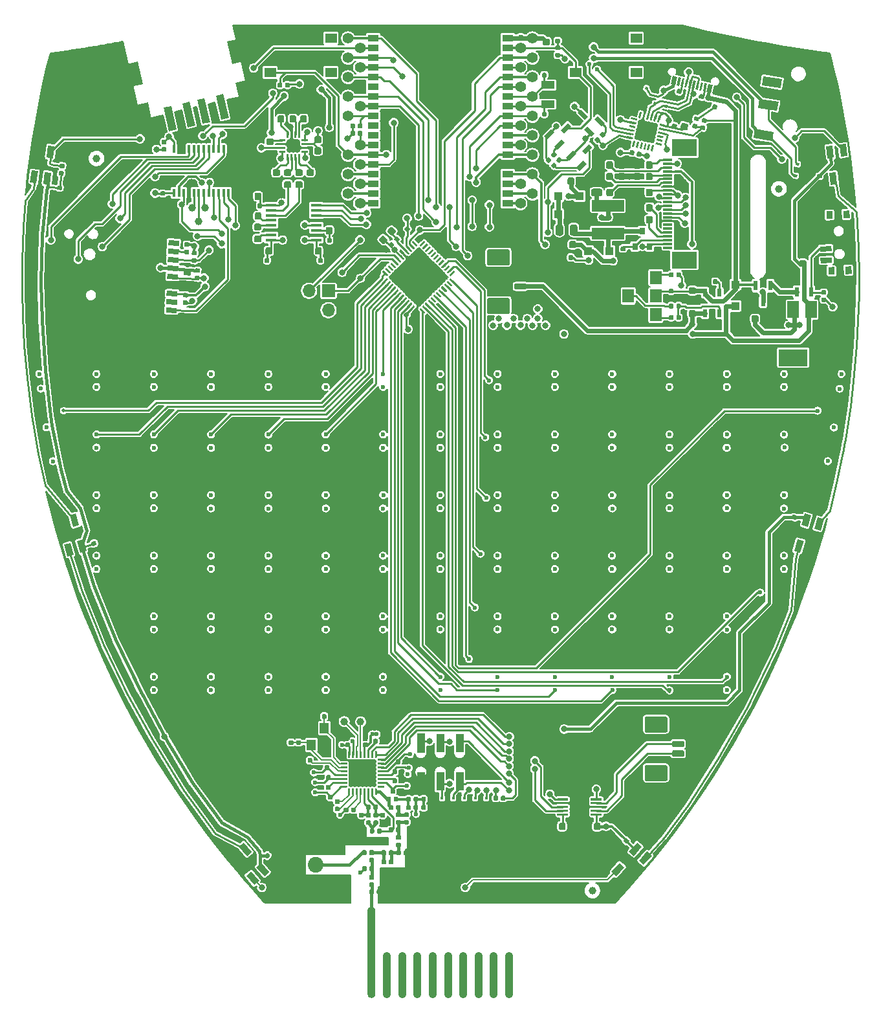
<source format=gbr>
%TF.GenerationSoftware,KiCad,Pcbnew,5.99.0-unknown-r17145-8bd2765f*%
%TF.CreationDate,2019-12-26T06:40:12+08:00*%
%TF.ProjectId,tr20-r2-frozen,74723230-2d72-4322-9d66-726f7a656e2e,rev?*%
%TF.SameCoordinates,Original*%
%TF.FileFunction,Copper,L4,Bot*%
%TF.FilePolarity,Positive*%
%FSLAX46Y46*%
G04 Gerber Fmt 4.6, Leading zero omitted, Abs format (unit mm)*
G04 Created by KiCad (PCBNEW 5.99.0-unknown-r17145-8bd2765f) date 2019-12-26 06:40:12*
%MOMM*%
%LPD*%
G04 APERTURE LIST*
%TA.AperFunction,EtchedComponent*%
%ADD10C,1.000000*%
%TD*%
%TA.AperFunction,SMDPad,CuDef*%
%ADD11R,1.000000X2.450000*%
%TD*%
%TA.AperFunction,SMDPad,CuDef*%
%ADD12R,1.000000X2.500000*%
%TD*%
%TA.AperFunction,ComponentPad*%
%ADD13C,0.600000*%
%TD*%
%TA.AperFunction,ComponentPad*%
%ADD14C,0.400000*%
%TD*%
%TA.AperFunction,BGAPad,CuDef*%
%ADD15C,1.000000*%
%TD*%
%TA.AperFunction,ComponentPad*%
%ADD16O,1.700000X1.700000*%
%TD*%
%TA.AperFunction,ComponentPad*%
%ADD17R,1.700000X1.700000*%
%TD*%
%TA.AperFunction,SMDPad,CuDef*%
%ADD18R,1.450000X0.450000*%
%TD*%
%TA.AperFunction,SMDPad,CuDef*%
%ADD19R,3.300000X2.200000*%
%TD*%
%TA.AperFunction,SMDPad,CuDef*%
%ADD20R,1.200000X0.300000*%
%TD*%
%TA.AperFunction,SMDPad,CuDef*%
%ADD21R,1.100000X1.100000*%
%TD*%
%TA.AperFunction,SMDPad,CuDef*%
%ADD22R,1.550000X1.300000*%
%TD*%
%TA.AperFunction,ComponentPad*%
%ADD23C,2.250000*%
%TD*%
%TA.AperFunction,ComponentPad*%
%ADD24C,2.050000*%
%TD*%
%TA.AperFunction,SMDPad,CuDef*%
%ADD25R,0.350000X0.400000*%
%TD*%
%TA.AperFunction,ViaPad*%
%ADD26C,0.800000*%
%TD*%
%TA.AperFunction,Conductor*%
%ADD27R,4.000000X4.000000*%
%TD*%
%TA.AperFunction,SMDPad,CuDef*%
%ADD28R,1.450000X0.930000*%
%TD*%
%TA.AperFunction,SMDPad,CuDef*%
%ADD29R,1.800000X1.000000*%
%TD*%
%TA.AperFunction,SMDPad,CuDef*%
%ADD30R,0.600000X1.300000*%
%TD*%
%TA.AperFunction,ComponentPad*%
%ADD31C,1.400000*%
%TD*%
%TA.AperFunction,SMDPad,CuDef*%
%ADD32R,1.500000X1.800000*%
%TD*%
%TA.AperFunction,SMDPad,CuDef*%
%ADD33R,4.200000X1.500000*%
%TD*%
%TA.AperFunction,SMDPad,CuDef*%
%ADD34R,0.800000X0.900000*%
%TD*%
%TA.AperFunction,SMDPad,CuDef*%
%ADD35R,0.600000X1.050000*%
%TD*%
%TA.AperFunction,SMDPad,CuDef*%
%ADD36R,3.800000X2.200000*%
%TD*%
%TA.AperFunction,SMDPad,CuDef*%
%ADD37R,1.500000X2.200000*%
%TD*%
%TA.AperFunction,ComponentPad*%
%ADD38C,1.000000*%
%TD*%
%TA.AperFunction,SMDPad,CuDef*%
%ADD39R,0.400000X1.100000*%
%TD*%
%TA.AperFunction,SMDPad,CuDef*%
%ADD40R,1.200000X1.400000*%
%TD*%
%TA.AperFunction,ViaPad*%
%ADD41C,0.600000*%
%TD*%
%TA.AperFunction,ViaPad*%
%ADD42C,0.500000*%
%TD*%
%TA.AperFunction,Conductor*%
%ADD43C,0.400000*%
%TD*%
%TA.AperFunction,Conductor*%
%ADD44C,0.250000*%
%TD*%
%TA.AperFunction,Conductor*%
%ADD45C,0.600000*%
%TD*%
%TA.AperFunction,Conductor*%
%ADD46C,0.300000*%
%TD*%
%TA.AperFunction,Conductor*%
%ADD47C,0.450000*%
%TD*%
%TA.AperFunction,Conductor*%
%ADD48C,0.200000*%
%TD*%
%TA.AperFunction,Conductor*%
%ADD49C,0.410000*%
%TD*%
%TA.AperFunction,Conductor*%
%ADD50C,0.350000*%
%TD*%
G04 APERTURE END LIST*
D10*
%TO.C,AE1*%
X1000000Y7677000D02*
X1000000Y12677000D01*
X7000000Y7677000D02*
X7000000Y12677000D01*
X5000000Y7677000D02*
X5000000Y12677000D01*
X3000000Y7677000D02*
X3000000Y12677000D01*
X-3000000Y7677000D02*
X-3000000Y12677000D01*
X-1000000Y7677000D02*
X-1000000Y12677000D01*
X-5000000Y7677000D02*
X-5000000Y12677000D01*
X9000000Y7677000D02*
X9000000Y12677000D01*
X-7000000Y7677000D02*
X-7000000Y12677000D01*
%TD*%
D11*
%TO.P,J7,6*%
%TO.N,/SAO_GPIO2*%
X2540000Y35500000D03*
%TO.P,J7,5*%
%TO.N,/LED_DOUT*%
X2540000Y40500000D03*
%TO.P,J7,4*%
%TO.N,/SCL*%
X0Y35500000D03*
%TO.P,J7,3*%
%TO.N,/SDA*%
X0Y40500000D03*
%TO.P,J7,2*%
%TO.N,GND*%
X-2540000Y35500000D03*
D12*
%TO.P,J7,1*%
%TO.N,+3V3*%
X-2540000Y40500000D03*
%TD*%
D13*
%TO.P,J10,S*%
%TO.N,GND*%
X49551182Y118117317D03*
X49457321Y117524704D03*
X47580713Y117821929D03*
X47674574Y118414542D03*
%TO.P,J10,T*%
%TO.N,/audio/OUTL*%
X43209425Y119627985D03*
X43303285Y120220598D03*
X41332817Y119925210D03*
X41426677Y120517823D03*
X41426677Y120517823D03*
%TO.P,J10,R1*%
%TO.N,/audio/OUTR*%
X43835163Y123578738D03*
X43929023Y124171351D03*
X41958555Y123875964D03*
X42052415Y124468577D03*
%TO.P,J10,R2*%
%TO.N,Net-(J10-PadR2)*%
X44304466Y126541803D03*
X44398327Y127134416D03*
X42427858Y126839029D03*
X42521719Y127431642D03*
%TA.AperFunction,SMDPad,CuDef*%
%TO.P,J10,S*%
%TO.N,GND*%
G36*
X47425197Y118757779D02*
G01*
X49894418Y118366693D01*
X49706697Y117181467D01*
X47237476Y117572553D01*
X47425197Y118757779D01*
G37*
%TD.AperFunction*%
%TA.AperFunction,SMDPad,CuDef*%
%TO.P,J10,T*%
%TO.N,/audio/OUTL*%
G36*
X41177301Y120861060D02*
G01*
X43646522Y120469974D01*
X43458801Y119284748D01*
X40989580Y119675834D01*
X41177301Y120861060D01*
G37*
%TD.AperFunction*%
%TA.AperFunction,SMDPad,CuDef*%
%TO.P,J10,R1*%
%TO.N,/audio/OUTR*%
G36*
X41803039Y124811813D02*
G01*
X44272260Y124420727D01*
X44084539Y123235501D01*
X41615318Y123626587D01*
X41803039Y124811813D01*
G37*
%TD.AperFunction*%
%TA.AperFunction,SMDPad,CuDef*%
%TO.P,J10,R2*%
%TO.N,Net-(J10-PadR2)*%
G36*
X42272342Y127774878D02*
G01*
X44741563Y127383792D01*
X44553842Y126198566D01*
X42084621Y126589652D01*
X42272342Y127774878D01*
G37*
%TD.AperFunction*%
%TD*%
D14*
%TO.P,J3,5*%
%TO.N,GND*%
X-24833373Y131865740D03*
X-26188805Y129920153D03*
X-25009250Y132646167D03*
X-26765212Y132250444D03*
X-25789678Y132470290D03*
X-24481619Y130304884D03*
X-25359600Y130107023D03*
X-24646504Y131036535D03*
X-23370019Y124917460D03*
X-25077204Y124532729D03*
X-24678077Y127082866D03*
X-25653612Y126863019D03*
X-23534903Y125649111D03*
X-23897649Y127258743D03*
X-23721772Y126478315D03*
X-24248000Y124719598D03*
X-42070788Y127161057D03*
X-42257657Y127990262D03*
X-40138949Y126776353D03*
X-41544561Y128919774D03*
X-42422542Y128721912D03*
X-41894911Y126380630D03*
X-40715356Y129106643D03*
X-41114483Y126556507D03*
X-40189076Y123587311D03*
X-39359872Y123774180D03*
X-40902173Y122657799D03*
X-41067057Y123389449D03*
X-40715303Y121828594D03*
X-38783464Y121443890D03*
X-39758999Y121224043D03*
X-40539426Y121048167D03*
%TA.AperFunction,SMDPad,CuDef*%
%TO.P,J3,4*%
%TO.N,N/C*%
G36*
X-28676365Y122081497D02*
G01*
X-29379873Y125203207D01*
X-28404339Y125423053D01*
X-27700831Y122301343D01*
X-28676365Y122081497D01*
G37*
%TD.AperFunction*%
%TA.AperFunction,SMDPad,CuDef*%
%TO.P,J3,3*%
G36*
X-31115201Y121531881D02*
G01*
X-31818709Y124653591D01*
X-30843175Y124873437D01*
X-30139667Y121751727D01*
X-31115201Y121531881D01*
G37*
%TD.AperFunction*%
%TA.AperFunction,SMDPad,CuDef*%
%TO.P,J3,2*%
G36*
X-33066270Y121092189D02*
G01*
X-33769778Y124213899D01*
X-32794244Y124433745D01*
X-32090736Y121312035D01*
X-33066270Y121092189D01*
G37*
%TD.AperFunction*%
%TA.AperFunction,SMDPad,CuDef*%
%TO.P,J3,1*%
G36*
X-35505106Y120542573D02*
G01*
X-36208614Y123664283D01*
X-35233080Y123884129D01*
X-34529572Y120762419D01*
X-35505106Y120542573D01*
G37*
%TD.AperFunction*%
%TA.AperFunction,SMDPad,CuDef*%
%TO.P,J3,5*%
%TO.N,GND*%
G36*
X-42097229Y126027511D02*
G01*
X-42756768Y128954115D01*
X-39586281Y129668615D01*
X-38926742Y126742011D01*
X-42097229Y126027511D01*
G37*
%TD.AperFunction*%
%TA.AperFunction,SMDPad,CuDef*%
G36*
X-40790521Y120684056D02*
G01*
X-41450060Y123610660D01*
X-38279573Y124325160D01*
X-37620034Y121398556D01*
X-40790521Y120684056D01*
G37*
%TD.AperFunction*%
%TA.AperFunction,SMDPad,CuDef*%
G36*
X-27269104Y129369174D02*
G01*
X-27928643Y132295778D01*
X-24758156Y133010278D01*
X-24098617Y130083674D01*
X-27269104Y129369174D01*
G37*
%TD.AperFunction*%
%TA.AperFunction,SMDPad,CuDef*%
G36*
X-26157503Y123981749D02*
G01*
X-26817042Y126908353D01*
X-23646555Y127622853D01*
X-22987016Y124696249D01*
X-26157503Y123981749D01*
G37*
%TD.AperFunction*%
%TD*%
%TA.AperFunction,SMDPad,CuDef*%
%TO.P,LED6,1*%
%TO.N,GND*%
G36*
X53696477Y113857838D02*
G01*
X52852812Y113754249D01*
X52657821Y115342322D01*
X53501486Y115445911D01*
X53696477Y113857838D01*
G37*
%TD.AperFunction*%
%TA.AperFunction,SMDPad,CuDef*%
%TO.P,LED6,2*%
%TO.N,Net-(LED5-Pad4)*%
G36*
X51959521Y113644567D02*
G01*
X51115856Y113540978D01*
X50920865Y115129051D01*
X51764530Y115232640D01*
X51959521Y113644567D01*
G37*
%TD.AperFunction*%
%TA.AperFunction,SMDPad,CuDef*%
%TO.P,LED6,4*%
%TO.N,/LED_DOUT*%
G36*
X53269935Y117331749D02*
G01*
X52426270Y117228160D01*
X52231279Y118816233D01*
X53074944Y118919822D01*
X53269935Y117331749D01*
G37*
%TD.AperFunction*%
%TA.AperFunction,SMDPad,CuDef*%
%TO.P,LED6,3*%
%TO.N,+VSW*%
G36*
X51532979Y117118478D02*
G01*
X50689314Y117014889D01*
X50494323Y118602962D01*
X51337988Y118706551D01*
X51532979Y117118478D01*
G37*
%TD.AperFunction*%
%TD*%
D15*
%TO.P,TP37,1*%
%TO.N,/P1_7*%
X-32461200Y110591600D03*
%TD*%
%TO.P,TP36,1*%
%TO.N,/P1_6*%
X-31623000Y108788200D03*
%TD*%
%TO.P,TP35,1*%
%TO.N,/P1_5*%
X-30759400Y110591600D03*
%TD*%
D16*
%TO.P,J6,4*%
%TO.N,GND*%
X-17170400Y97155000D03*
%TO.P,J6,3*%
%TO.N,/SCL*%
X-14630400Y97155000D03*
%TO.P,J6,2*%
%TO.N,/IQ_RDY*%
X-17170400Y99695000D03*
D17*
%TO.P,J6,1*%
%TO.N,/SDA*%
X-14630400Y99695000D03*
%TD*%
%TA.AperFunction,SMDPad,CuDef*%
%TO.P,C43,2*%
%TO.N,GND*%
G36*
X-25148438Y112523149D02*
G01*
X-25077470Y112475730D01*
X-25030051Y112404762D01*
X-25013400Y112321050D01*
X-25013400Y111808550D01*
X-25030051Y111724838D01*
X-25077470Y111653870D01*
X-25148438Y111606451D01*
X-25232150Y111589800D01*
X-25669650Y111589800D01*
X-25753362Y111606451D01*
X-25824330Y111653870D01*
X-25871749Y111724838D01*
X-25888400Y111808550D01*
X-25888400Y112321050D01*
X-25871749Y112404762D01*
X-25824330Y112475730D01*
X-25753362Y112523149D01*
X-25669650Y112539800D01*
X-25232150Y112539800D01*
X-25148438Y112523149D01*
G37*
%TD.AperFunction*%
%TA.AperFunction,SMDPad,CuDef*%
%TO.P,C43,1*%
%TO.N,+3V3*%
G36*
X-23573438Y112523149D02*
G01*
X-23502470Y112475730D01*
X-23455051Y112404762D01*
X-23438400Y112321050D01*
X-23438400Y111808550D01*
X-23455051Y111724838D01*
X-23502470Y111653870D01*
X-23573438Y111606451D01*
X-23657150Y111589800D01*
X-24094650Y111589800D01*
X-24178362Y111606451D01*
X-24249330Y111653870D01*
X-24296749Y111724838D01*
X-24313400Y111808550D01*
X-24313400Y112321050D01*
X-24296749Y112404762D01*
X-24249330Y112475730D01*
X-24178362Y112523149D01*
X-24094650Y112539800D01*
X-23657150Y112539800D01*
X-23573438Y112523149D01*
G37*
%TD.AperFunction*%
%TD*%
D18*
%TO.P,U8,20*%
%TO.N,+3V3*%
X-16252400Y106320400D03*
%TO.P,U8,19*%
%TO.N,GND*%
X-16252400Y106970400D03*
%TO.P,U8,18*%
%TO.N,/audio/LDO0*%
X-16252400Y107620400D03*
%TO.P,U8,17*%
%TO.N,+3V3*%
X-16252400Y108270400D03*
%TO.P,U8,16*%
%TO.N,GND*%
X-16252400Y108920400D03*
%TO.P,U8,15*%
%TO.N,/I2S_WS*%
X-16252400Y109570400D03*
%TO.P,U8,14*%
%TO.N,/I2S_SD*%
X-16252400Y110220400D03*
%TO.P,U8,13*%
%TO.N,/I2S_SCK*%
X-16252400Y110870400D03*
%TO.P,U8,12*%
%TO.N,GND*%
X-16252400Y111520400D03*
%TO.P,U8,11*%
X-16252400Y112170400D03*
%TO.P,U8,10*%
X-22152400Y112170400D03*
%TO.P,U8,9*%
X-22152400Y111520400D03*
%TO.P,U8,8*%
%TO.N,+3V3*%
X-22152400Y110870400D03*
%TO.P,U8,7*%
%TO.N,/audio/DAC_OUTR*%
X-22152400Y110220400D03*
%TO.P,U8,6*%
%TO.N,/audio/DAC_OUTL*%
X-22152400Y109570400D03*
%TO.P,U8,5*%
%TO.N,Net-(C39-Pad1)*%
X-22152400Y108920400D03*
%TO.P,U8,4*%
%TO.N,Net-(C40-Pad2)*%
X-22152400Y108270400D03*
%TO.P,U8,3*%
%TO.N,GND*%
X-22152400Y107620400D03*
%TO.P,U8,2*%
%TO.N,Net-(C40-Pad1)*%
X-22152400Y106970400D03*
%TO.P,U8,1*%
%TO.N,+3V3*%
X-22152400Y106320400D03*
%TD*%
%TA.AperFunction,SMDPad,CuDef*%
%TO.P,U7,16*%
%TO.N,/audio/OUTL*%
G36*
X-17391382Y118013642D02*
G01*
X-17371106Y118000094D01*
X-17357558Y117979818D01*
X-17352800Y117955900D01*
X-17352800Y117830900D01*
X-17357558Y117806982D01*
X-17371106Y117786706D01*
X-17391382Y117773158D01*
X-17415300Y117768400D01*
X-18115300Y117768400D01*
X-18139218Y117773158D01*
X-18159494Y117786706D01*
X-18173042Y117806982D01*
X-18177800Y117830900D01*
X-18177800Y117955900D01*
X-18173042Y117979818D01*
X-18159494Y118000094D01*
X-18139218Y118013642D01*
X-18115300Y118018400D01*
X-17415300Y118018400D01*
X-17391382Y118013642D01*
G37*
%TD.AperFunction*%
%TA.AperFunction,SMDPad,CuDef*%
%TO.P,U7,15*%
%TO.N,GND*%
G36*
X-17391382Y118513642D02*
G01*
X-17371106Y118500094D01*
X-17357558Y118479818D01*
X-17352800Y118455900D01*
X-17352800Y118330900D01*
X-17357558Y118306982D01*
X-17371106Y118286706D01*
X-17391382Y118273158D01*
X-17415300Y118268400D01*
X-18115300Y118268400D01*
X-18139218Y118273158D01*
X-18159494Y118286706D01*
X-18173042Y118306982D01*
X-18177800Y118330900D01*
X-18177800Y118455900D01*
X-18173042Y118479818D01*
X-18159494Y118500094D01*
X-18139218Y118513642D01*
X-18115300Y118518400D01*
X-17415300Y118518400D01*
X-17391382Y118513642D01*
G37*
%TD.AperFunction*%
%TA.AperFunction,SMDPad,CuDef*%
%TO.P,U7,14*%
%TO.N,+3V3*%
G36*
X-17391382Y119013642D02*
G01*
X-17371106Y119000094D01*
X-17357558Y118979818D01*
X-17352800Y118955900D01*
X-17352800Y118830900D01*
X-17357558Y118806982D01*
X-17371106Y118786706D01*
X-17391382Y118773158D01*
X-17415300Y118768400D01*
X-18115300Y118768400D01*
X-18139218Y118773158D01*
X-18159494Y118786706D01*
X-18173042Y118806982D01*
X-18177800Y118830900D01*
X-18177800Y118955900D01*
X-18173042Y118979818D01*
X-18159494Y119000094D01*
X-18139218Y119013642D01*
X-18115300Y119018400D01*
X-17415300Y119018400D01*
X-17391382Y119013642D01*
G37*
%TD.AperFunction*%
%TA.AperFunction,SMDPad,CuDef*%
%TO.P,U7,13*%
%TO.N,/AMP_EN*%
G36*
X-17391382Y119513642D02*
G01*
X-17371106Y119500094D01*
X-17357558Y119479818D01*
X-17352800Y119455900D01*
X-17352800Y119330900D01*
X-17357558Y119306982D01*
X-17371106Y119286706D01*
X-17391382Y119273158D01*
X-17415300Y119268400D01*
X-18115300Y119268400D01*
X-18139218Y119273158D01*
X-18159494Y119286706D01*
X-18173042Y119306982D01*
X-18177800Y119330900D01*
X-18177800Y119455900D01*
X-18173042Y119479818D01*
X-18159494Y119500094D01*
X-18139218Y119513642D01*
X-18115300Y119518400D01*
X-17415300Y119518400D01*
X-17391382Y119513642D01*
G37*
%TD.AperFunction*%
%TA.AperFunction,SMDPad,CuDef*%
%TO.P,U7,12*%
%TO.N,Net-(C86-Pad2)*%
G36*
X-18391382Y120513642D02*
G01*
X-18371106Y120500094D01*
X-18357558Y120479818D01*
X-18352800Y120455900D01*
X-18352800Y119755900D01*
X-18357558Y119731982D01*
X-18371106Y119711706D01*
X-18391382Y119698158D01*
X-18415300Y119693400D01*
X-18540300Y119693400D01*
X-18564218Y119698158D01*
X-18584494Y119711706D01*
X-18598042Y119731982D01*
X-18602800Y119755900D01*
X-18602800Y120455900D01*
X-18598042Y120479818D01*
X-18584494Y120500094D01*
X-18564218Y120513642D01*
X-18540300Y120518400D01*
X-18415300Y120518400D01*
X-18391382Y120513642D01*
G37*
%TD.AperFunction*%
%TA.AperFunction,SMDPad,CuDef*%
%TO.P,U7,11*%
%TO.N,Net-(C85-Pad1)*%
G36*
X-18891382Y120513642D02*
G01*
X-18871106Y120500094D01*
X-18857558Y120479818D01*
X-18852800Y120455900D01*
X-18852800Y119755900D01*
X-18857558Y119731982D01*
X-18871106Y119711706D01*
X-18891382Y119698158D01*
X-18915300Y119693400D01*
X-19040300Y119693400D01*
X-19064218Y119698158D01*
X-19084494Y119711706D01*
X-19098042Y119731982D01*
X-19102800Y119755900D01*
X-19102800Y120455900D01*
X-19098042Y120479818D01*
X-19084494Y120500094D01*
X-19064218Y120513642D01*
X-19040300Y120518400D01*
X-18915300Y120518400D01*
X-18891382Y120513642D01*
G37*
%TD.AperFunction*%
%TA.AperFunction,SMDPad,CuDef*%
%TO.P,U7,10*%
%TO.N,GND*%
G36*
X-19391382Y120513642D02*
G01*
X-19371106Y120500094D01*
X-19357558Y120479818D01*
X-19352800Y120455900D01*
X-19352800Y119755900D01*
X-19357558Y119731982D01*
X-19371106Y119711706D01*
X-19391382Y119698158D01*
X-19415300Y119693400D01*
X-19540300Y119693400D01*
X-19564218Y119698158D01*
X-19584494Y119711706D01*
X-19598042Y119731982D01*
X-19602800Y119755900D01*
X-19602800Y120455900D01*
X-19598042Y120479818D01*
X-19584494Y120500094D01*
X-19564218Y120513642D01*
X-19540300Y120518400D01*
X-19415300Y120518400D01*
X-19391382Y120513642D01*
G37*
%TD.AperFunction*%
%TA.AperFunction,SMDPad,CuDef*%
%TO.P,U7,9*%
%TO.N,Net-(C85-Pad2)*%
G36*
X-19891382Y120513642D02*
G01*
X-19871106Y120500094D01*
X-19857558Y120479818D01*
X-19852800Y120455900D01*
X-19852800Y119755900D01*
X-19857558Y119731982D01*
X-19871106Y119711706D01*
X-19891382Y119698158D01*
X-19915300Y119693400D01*
X-20040300Y119693400D01*
X-20064218Y119698158D01*
X-20084494Y119711706D01*
X-20098042Y119731982D01*
X-20102800Y119755900D01*
X-20102800Y120455900D01*
X-20098042Y120479818D01*
X-20084494Y120500094D01*
X-20064218Y120513642D01*
X-20040300Y120518400D01*
X-19915300Y120518400D01*
X-19891382Y120513642D01*
G37*
%TD.AperFunction*%
%TA.AperFunction,SMDPad,CuDef*%
%TO.P,U7,8*%
%TO.N,Net-(C87-Pad2)*%
G36*
X-20316382Y119513642D02*
G01*
X-20296106Y119500094D01*
X-20282558Y119479818D01*
X-20277800Y119455900D01*
X-20277800Y119330900D01*
X-20282558Y119306982D01*
X-20296106Y119286706D01*
X-20316382Y119273158D01*
X-20340300Y119268400D01*
X-21040300Y119268400D01*
X-21064218Y119273158D01*
X-21084494Y119286706D01*
X-21098042Y119306982D01*
X-21102800Y119330900D01*
X-21102800Y119455900D01*
X-21098042Y119479818D01*
X-21084494Y119500094D01*
X-21064218Y119513642D01*
X-21040300Y119518400D01*
X-20340300Y119518400D01*
X-20316382Y119513642D01*
G37*
%TD.AperFunction*%
%TA.AperFunction,SMDPad,CuDef*%
%TO.P,U7,7*%
%TO.N,GND*%
G36*
X-20316382Y119013642D02*
G01*
X-20296106Y119000094D01*
X-20282558Y118979818D01*
X-20277800Y118955900D01*
X-20277800Y118830900D01*
X-20282558Y118806982D01*
X-20296106Y118786706D01*
X-20316382Y118773158D01*
X-20340300Y118768400D01*
X-21040300Y118768400D01*
X-21064218Y118773158D01*
X-21084494Y118786706D01*
X-21098042Y118806982D01*
X-21102800Y118830900D01*
X-21102800Y118955900D01*
X-21098042Y118979818D01*
X-21084494Y119000094D01*
X-21064218Y119013642D01*
X-21040300Y119018400D01*
X-20340300Y119018400D01*
X-20316382Y119013642D01*
G37*
%TD.AperFunction*%
%TA.AperFunction,SMDPad,CuDef*%
%TO.P,U7,6*%
%TO.N,+3V3*%
G36*
X-20316382Y118513642D02*
G01*
X-20296106Y118500094D01*
X-20282558Y118479818D01*
X-20277800Y118455900D01*
X-20277800Y118330900D01*
X-20282558Y118306982D01*
X-20296106Y118286706D01*
X-20316382Y118273158D01*
X-20340300Y118268400D01*
X-21040300Y118268400D01*
X-21064218Y118273158D01*
X-21084494Y118286706D01*
X-21098042Y118306982D01*
X-21102800Y118330900D01*
X-21102800Y118455900D01*
X-21098042Y118479818D01*
X-21084494Y118500094D01*
X-21064218Y118513642D01*
X-21040300Y118518400D01*
X-20340300Y118518400D01*
X-20316382Y118513642D01*
G37*
%TD.AperFunction*%
%TA.AperFunction,SMDPad,CuDef*%
%TO.P,U7,5*%
%TO.N,/audio/OUTR*%
G36*
X-20316382Y118013642D02*
G01*
X-20296106Y118000094D01*
X-20282558Y117979818D01*
X-20277800Y117955900D01*
X-20277800Y117830900D01*
X-20282558Y117806982D01*
X-20296106Y117786706D01*
X-20316382Y117773158D01*
X-20340300Y117768400D01*
X-21040300Y117768400D01*
X-21064218Y117773158D01*
X-21084494Y117786706D01*
X-21098042Y117806982D01*
X-21102800Y117830900D01*
X-21102800Y117955900D01*
X-21098042Y117979818D01*
X-21084494Y118000094D01*
X-21064218Y118013642D01*
X-21040300Y118018400D01*
X-20340300Y118018400D01*
X-20316382Y118013642D01*
G37*
%TD.AperFunction*%
%TA.AperFunction,SMDPad,CuDef*%
%TO.P,U7,4*%
%TO.N,Net-(C82-Pad1)*%
G36*
X-19891382Y117588642D02*
G01*
X-19871106Y117575094D01*
X-19857558Y117554818D01*
X-19852800Y117530900D01*
X-19852800Y116830900D01*
X-19857558Y116806982D01*
X-19871106Y116786706D01*
X-19891382Y116773158D01*
X-19915300Y116768400D01*
X-20040300Y116768400D01*
X-20064218Y116773158D01*
X-20084494Y116786706D01*
X-20098042Y116806982D01*
X-20102800Y116830900D01*
X-20102800Y117530900D01*
X-20098042Y117554818D01*
X-20084494Y117575094D01*
X-20064218Y117588642D01*
X-20040300Y117593400D01*
X-19915300Y117593400D01*
X-19891382Y117588642D01*
G37*
%TD.AperFunction*%
%TA.AperFunction,SMDPad,CuDef*%
%TO.P,U7,3*%
%TO.N,Net-(C81-Pad1)*%
G36*
X-19391382Y117588642D02*
G01*
X-19371106Y117575094D01*
X-19357558Y117554818D01*
X-19352800Y117530900D01*
X-19352800Y116830900D01*
X-19357558Y116806982D01*
X-19371106Y116786706D01*
X-19391382Y116773158D01*
X-19415300Y116768400D01*
X-19540300Y116768400D01*
X-19564218Y116773158D01*
X-19584494Y116786706D01*
X-19598042Y116806982D01*
X-19602800Y116830900D01*
X-19602800Y117530900D01*
X-19598042Y117554818D01*
X-19584494Y117575094D01*
X-19564218Y117588642D01*
X-19540300Y117593400D01*
X-19415300Y117593400D01*
X-19391382Y117588642D01*
G37*
%TD.AperFunction*%
%TA.AperFunction,SMDPad,CuDef*%
%TO.P,U7,2*%
%TO.N,Net-(C79-Pad1)*%
G36*
X-18891382Y117588642D02*
G01*
X-18871106Y117575094D01*
X-18857558Y117554818D01*
X-18852800Y117530900D01*
X-18852800Y116830900D01*
X-18857558Y116806982D01*
X-18871106Y116786706D01*
X-18891382Y116773158D01*
X-18915300Y116768400D01*
X-19040300Y116768400D01*
X-19064218Y116773158D01*
X-19084494Y116786706D01*
X-19098042Y116806982D01*
X-19102800Y116830900D01*
X-19102800Y117530900D01*
X-19098042Y117554818D01*
X-19084494Y117575094D01*
X-19064218Y117588642D01*
X-19040300Y117593400D01*
X-18915300Y117593400D01*
X-18891382Y117588642D01*
G37*
%TD.AperFunction*%
%TA.AperFunction,SMDPad,CuDef*%
%TO.P,U7,1*%
%TO.N,Net-(C80-Pad1)*%
G36*
X-18391382Y117588642D02*
G01*
X-18371106Y117575094D01*
X-18357558Y117554818D01*
X-18352800Y117530900D01*
X-18352800Y116830900D01*
X-18357558Y116806982D01*
X-18371106Y116786706D01*
X-18391382Y116773158D01*
X-18415300Y116768400D01*
X-18540300Y116768400D01*
X-18564218Y116773158D01*
X-18584494Y116786706D01*
X-18598042Y116806982D01*
X-18602800Y116830900D01*
X-18602800Y117530900D01*
X-18598042Y117554818D01*
X-18584494Y117575094D01*
X-18564218Y117588642D01*
X-18540300Y117593400D01*
X-18415300Y117593400D01*
X-18391382Y117588642D01*
G37*
%TD.AperFunction*%
%TA.AperFunction,SMDPad,CuDef*%
%TO.P,U7,17*%
%TO.N,GND*%
G36*
X-18532129Y119474370D02*
G01*
X-18451023Y119420177D01*
X-18396830Y119339071D01*
X-18377800Y119243400D01*
X-18377800Y118043400D01*
X-18396830Y117947729D01*
X-18451023Y117866623D01*
X-18532129Y117812430D01*
X-18627800Y117793400D01*
X-19827800Y117793400D01*
X-19923471Y117812430D01*
X-20004577Y117866623D01*
X-20058770Y117947729D01*
X-20077800Y118043400D01*
X-20077800Y119243400D01*
X-20058770Y119339071D01*
X-20004577Y119420177D01*
X-19923471Y119474370D01*
X-19827800Y119493400D01*
X-18627800Y119493400D01*
X-18532129Y119474370D01*
G37*
%TD.AperFunction*%
%TD*%
%TA.AperFunction,SMDPad,CuDef*%
%TO.P,R20,2*%
%TO.N,GND*%
G36*
X33877266Y124464239D02*
G01*
X34214088Y124389568D01*
X34266765Y124366389D01*
X34306563Y124324816D01*
X34327422Y124271177D01*
X34326167Y124213639D01*
X34262317Y123925632D01*
X34239138Y123872954D01*
X34197565Y123833157D01*
X34143926Y123812298D01*
X34086388Y123813553D01*
X33749566Y123888224D01*
X33696889Y123911403D01*
X33657091Y123952976D01*
X33636232Y124006615D01*
X33637487Y124064153D01*
X33701337Y124352160D01*
X33724516Y124404838D01*
X33766089Y124444635D01*
X33819728Y124465494D01*
X33877266Y124464239D01*
G37*
%TD.AperFunction*%
%TA.AperFunction,SMDPad,CuDef*%
%TO.P,R20,1*%
%TO.N,Net-(J2-PadB5)*%
G36*
X34087212Y125411247D02*
G01*
X34424034Y125336576D01*
X34476711Y125313397D01*
X34516509Y125271824D01*
X34537368Y125218185D01*
X34536113Y125160647D01*
X34472263Y124872640D01*
X34449084Y124819962D01*
X34407511Y124780165D01*
X34353872Y124759306D01*
X34296334Y124760561D01*
X33959512Y124835232D01*
X33906835Y124858411D01*
X33867037Y124899984D01*
X33846178Y124953623D01*
X33847433Y125011161D01*
X33911283Y125299168D01*
X33934462Y125351846D01*
X33976035Y125391643D01*
X34029674Y125412502D01*
X34087212Y125411247D01*
G37*
%TD.AperFunction*%
%TD*%
%TA.AperFunction,SMDPad,CuDef*%
%TO.P,R18,2*%
%TO.N,GND*%
G36*
X30940466Y125151839D02*
G01*
X31277288Y125077168D01*
X31329965Y125053989D01*
X31369763Y125012416D01*
X31390622Y124958777D01*
X31389367Y124901239D01*
X31325517Y124613232D01*
X31302338Y124560554D01*
X31260765Y124520757D01*
X31207126Y124499898D01*
X31149588Y124501153D01*
X30812766Y124575824D01*
X30760089Y124599003D01*
X30720291Y124640576D01*
X30699432Y124694215D01*
X30700687Y124751753D01*
X30764537Y125039760D01*
X30787716Y125092438D01*
X30829289Y125132235D01*
X30882928Y125153094D01*
X30940466Y125151839D01*
G37*
%TD.AperFunction*%
%TA.AperFunction,SMDPad,CuDef*%
%TO.P,R18,1*%
%TO.N,Net-(J2-PadA5)*%
G36*
X31150412Y126098847D02*
G01*
X31487234Y126024176D01*
X31539911Y126000997D01*
X31579709Y125959424D01*
X31600568Y125905785D01*
X31599313Y125848247D01*
X31535463Y125560240D01*
X31512284Y125507562D01*
X31470711Y125467765D01*
X31417072Y125446906D01*
X31359534Y125448161D01*
X31022712Y125522832D01*
X30970035Y125546011D01*
X30930237Y125587584D01*
X30909378Y125641223D01*
X30910633Y125698761D01*
X30974483Y125986768D01*
X30997662Y126039446D01*
X31039235Y126079243D01*
X31092874Y126100102D01*
X31150412Y126098847D01*
G37*
%TD.AperFunction*%
%TD*%
%TA.AperFunction,SMDPad,CuDef*%
%TO.P,C87,2*%
%TO.N,Net-(C87-Pad2)*%
G36*
X-21935838Y119623149D02*
G01*
X-21864870Y119575730D01*
X-21817451Y119504762D01*
X-21800800Y119421050D01*
X-21800800Y118983550D01*
X-21817451Y118899838D01*
X-21864870Y118828870D01*
X-21935838Y118781451D01*
X-22019550Y118764800D01*
X-22532050Y118764800D01*
X-22615762Y118781451D01*
X-22686730Y118828870D01*
X-22734149Y118899838D01*
X-22750800Y118983550D01*
X-22750800Y119421050D01*
X-22734149Y119504762D01*
X-22686730Y119575730D01*
X-22615762Y119623149D01*
X-22532050Y119639800D01*
X-22019550Y119639800D01*
X-21935838Y119623149D01*
G37*
%TD.AperFunction*%
%TA.AperFunction,SMDPad,CuDef*%
%TO.P,C87,1*%
%TO.N,GND*%
G36*
X-21935838Y118048149D02*
G01*
X-21864870Y118000730D01*
X-21817451Y117929762D01*
X-21800800Y117846050D01*
X-21800800Y117408550D01*
X-21817451Y117324838D01*
X-21864870Y117253870D01*
X-21935838Y117206451D01*
X-22019550Y117189800D01*
X-22532050Y117189800D01*
X-22615762Y117206451D01*
X-22686730Y117253870D01*
X-22734149Y117324838D01*
X-22750800Y117408550D01*
X-22750800Y117846050D01*
X-22734149Y117929762D01*
X-22686730Y118000730D01*
X-22615762Y118048149D01*
X-22532050Y118064800D01*
X-22019550Y118064800D01*
X-21935838Y118048149D01*
G37*
%TD.AperFunction*%
%TD*%
%TA.AperFunction,SMDPad,CuDef*%
%TO.P,C86,2*%
%TO.N,Net-(C86-Pad2)*%
G36*
X-17604638Y122632349D02*
G01*
X-17533670Y122584930D01*
X-17486251Y122513962D01*
X-17469600Y122430250D01*
X-17469600Y121917750D01*
X-17486251Y121834038D01*
X-17533670Y121763070D01*
X-17604638Y121715651D01*
X-17688350Y121699000D01*
X-18125850Y121699000D01*
X-18209562Y121715651D01*
X-18280530Y121763070D01*
X-18327949Y121834038D01*
X-18344600Y121917750D01*
X-18344600Y122430250D01*
X-18327949Y122513962D01*
X-18280530Y122584930D01*
X-18209562Y122632349D01*
X-18125850Y122649000D01*
X-17688350Y122649000D01*
X-17604638Y122632349D01*
G37*
%TD.AperFunction*%
%TA.AperFunction,SMDPad,CuDef*%
%TO.P,C86,1*%
%TO.N,GND*%
G36*
X-16029638Y122632349D02*
G01*
X-15958670Y122584930D01*
X-15911251Y122513962D01*
X-15894600Y122430250D01*
X-15894600Y121917750D01*
X-15911251Y121834038D01*
X-15958670Y121763070D01*
X-16029638Y121715651D01*
X-16113350Y121699000D01*
X-16550850Y121699000D01*
X-16634562Y121715651D01*
X-16705530Y121763070D01*
X-16752949Y121834038D01*
X-16769600Y121917750D01*
X-16769600Y122430250D01*
X-16752949Y122513962D01*
X-16705530Y122584930D01*
X-16634562Y122632349D01*
X-16550850Y122649000D01*
X-16113350Y122649000D01*
X-16029638Y122632349D01*
G37*
%TD.AperFunction*%
%TD*%
%TA.AperFunction,SMDPad,CuDef*%
%TO.P,C85,2*%
%TO.N,Net-(C85-Pad2)*%
G36*
X-20576438Y122632349D02*
G01*
X-20505470Y122584930D01*
X-20458051Y122513962D01*
X-20441400Y122430250D01*
X-20441400Y121917750D01*
X-20458051Y121834038D01*
X-20505470Y121763070D01*
X-20576438Y121715651D01*
X-20660150Y121699000D01*
X-21097650Y121699000D01*
X-21181362Y121715651D01*
X-21252330Y121763070D01*
X-21299749Y121834038D01*
X-21316400Y121917750D01*
X-21316400Y122430250D01*
X-21299749Y122513962D01*
X-21252330Y122584930D01*
X-21181362Y122632349D01*
X-21097650Y122649000D01*
X-20660150Y122649000D01*
X-20576438Y122632349D01*
G37*
%TD.AperFunction*%
%TA.AperFunction,SMDPad,CuDef*%
%TO.P,C85,1*%
%TO.N,Net-(C85-Pad1)*%
G36*
X-19001438Y122632349D02*
G01*
X-18930470Y122584930D01*
X-18883051Y122513962D01*
X-18866400Y122430250D01*
X-18866400Y121917750D01*
X-18883051Y121834038D01*
X-18930470Y121763070D01*
X-19001438Y121715651D01*
X-19085150Y121699000D01*
X-19522650Y121699000D01*
X-19606362Y121715651D01*
X-19677330Y121763070D01*
X-19724749Y121834038D01*
X-19741400Y121917750D01*
X-19741400Y122430250D01*
X-19724749Y122513962D01*
X-19677330Y122584930D01*
X-19606362Y122632349D01*
X-19522650Y122649000D01*
X-19085150Y122649000D01*
X-19001438Y122632349D01*
G37*
%TD.AperFunction*%
%TD*%
%TA.AperFunction,SMDPad,CuDef*%
%TO.P,C84,2*%
%TO.N,GND*%
G36*
X-14150038Y118466749D02*
G01*
X-14079070Y118419330D01*
X-14031651Y118348362D01*
X-14015000Y118264650D01*
X-14015000Y117752150D01*
X-14031651Y117668438D01*
X-14079070Y117597470D01*
X-14150038Y117550051D01*
X-14233750Y117533400D01*
X-14671250Y117533400D01*
X-14754962Y117550051D01*
X-14825930Y117597470D01*
X-14873349Y117668438D01*
X-14890000Y117752150D01*
X-14890000Y118264650D01*
X-14873349Y118348362D01*
X-14825930Y118419330D01*
X-14754962Y118466749D01*
X-14671250Y118483400D01*
X-14233750Y118483400D01*
X-14150038Y118466749D01*
G37*
%TD.AperFunction*%
%TA.AperFunction,SMDPad,CuDef*%
%TO.P,C84,1*%
%TO.N,+3V3*%
G36*
X-15725038Y118466749D02*
G01*
X-15654070Y118419330D01*
X-15606651Y118348362D01*
X-15590000Y118264650D01*
X-15590000Y117752150D01*
X-15606651Y117668438D01*
X-15654070Y117597470D01*
X-15725038Y117550051D01*
X-15808750Y117533400D01*
X-16246250Y117533400D01*
X-16329962Y117550051D01*
X-16400930Y117597470D01*
X-16448349Y117668438D01*
X-16465000Y117752150D01*
X-16465000Y118264650D01*
X-16448349Y118348362D01*
X-16400930Y118419330D01*
X-16329962Y118466749D01*
X-16246250Y118483400D01*
X-15808750Y118483400D01*
X-15725038Y118466749D01*
G37*
%TD.AperFunction*%
%TD*%
%TA.AperFunction,SMDPad,CuDef*%
%TO.P,C83,2*%
%TO.N,GND*%
G36*
X-14150038Y119939949D02*
G01*
X-14079070Y119892530D01*
X-14031651Y119821562D01*
X-14015000Y119737850D01*
X-14015000Y119225350D01*
X-14031651Y119141638D01*
X-14079070Y119070670D01*
X-14150038Y119023251D01*
X-14233750Y119006600D01*
X-14671250Y119006600D01*
X-14754962Y119023251D01*
X-14825930Y119070670D01*
X-14873349Y119141638D01*
X-14890000Y119225350D01*
X-14890000Y119737850D01*
X-14873349Y119821562D01*
X-14825930Y119892530D01*
X-14754962Y119939949D01*
X-14671250Y119956600D01*
X-14233750Y119956600D01*
X-14150038Y119939949D01*
G37*
%TD.AperFunction*%
%TA.AperFunction,SMDPad,CuDef*%
%TO.P,C83,1*%
%TO.N,+3V3*%
G36*
X-15725038Y119939949D02*
G01*
X-15654070Y119892530D01*
X-15606651Y119821562D01*
X-15590000Y119737850D01*
X-15590000Y119225350D01*
X-15606651Y119141638D01*
X-15654070Y119070670D01*
X-15725038Y119023251D01*
X-15808750Y119006600D01*
X-16246250Y119006600D01*
X-16329962Y119023251D01*
X-16400930Y119070670D01*
X-16448349Y119141638D01*
X-16465000Y119225350D01*
X-16465000Y119737850D01*
X-16448349Y119821562D01*
X-16400930Y119892530D01*
X-16329962Y119939949D01*
X-16246250Y119956600D01*
X-15808750Y119956600D01*
X-15725038Y119939949D01*
G37*
%TD.AperFunction*%
%TD*%
%TA.AperFunction,SMDPad,CuDef*%
%TO.P,C82,2*%
%TO.N,GND*%
G36*
X-21123038Y114009549D02*
G01*
X-21052070Y113962130D01*
X-21004651Y113891162D01*
X-20988000Y113807450D01*
X-20988000Y113369950D01*
X-21004651Y113286238D01*
X-21052070Y113215270D01*
X-21123038Y113167851D01*
X-21206750Y113151200D01*
X-21719250Y113151200D01*
X-21802962Y113167851D01*
X-21873930Y113215270D01*
X-21921349Y113286238D01*
X-21938000Y113369950D01*
X-21938000Y113807450D01*
X-21921349Y113891162D01*
X-21873930Y113962130D01*
X-21802962Y114009549D01*
X-21719250Y114026200D01*
X-21206750Y114026200D01*
X-21123038Y114009549D01*
G37*
%TD.AperFunction*%
%TA.AperFunction,SMDPad,CuDef*%
%TO.P,C82,1*%
%TO.N,Net-(C82-Pad1)*%
G36*
X-21123038Y115584549D02*
G01*
X-21052070Y115537130D01*
X-21004651Y115466162D01*
X-20988000Y115382450D01*
X-20988000Y114944950D01*
X-21004651Y114861238D01*
X-21052070Y114790270D01*
X-21123038Y114742851D01*
X-21206750Y114726200D01*
X-21719250Y114726200D01*
X-21802962Y114742851D01*
X-21873930Y114790270D01*
X-21921349Y114861238D01*
X-21938000Y114944950D01*
X-21938000Y115382450D01*
X-21921349Y115466162D01*
X-21873930Y115537130D01*
X-21802962Y115584549D01*
X-21719250Y115601200D01*
X-21206750Y115601200D01*
X-21123038Y115584549D01*
G37*
%TD.AperFunction*%
%TD*%
%TA.AperFunction,SMDPad,CuDef*%
%TO.P,C81,2*%
%TO.N,/audio/DAC_OUTR*%
G36*
X-19649838Y114009549D02*
G01*
X-19578870Y113962130D01*
X-19531451Y113891162D01*
X-19514800Y113807450D01*
X-19514800Y113369950D01*
X-19531451Y113286238D01*
X-19578870Y113215270D01*
X-19649838Y113167851D01*
X-19733550Y113151200D01*
X-20246050Y113151200D01*
X-20329762Y113167851D01*
X-20400730Y113215270D01*
X-20448149Y113286238D01*
X-20464800Y113369950D01*
X-20464800Y113807450D01*
X-20448149Y113891162D01*
X-20400730Y113962130D01*
X-20329762Y114009549D01*
X-20246050Y114026200D01*
X-19733550Y114026200D01*
X-19649838Y114009549D01*
G37*
%TD.AperFunction*%
%TA.AperFunction,SMDPad,CuDef*%
%TO.P,C81,1*%
%TO.N,Net-(C81-Pad1)*%
G36*
X-19649838Y115584549D02*
G01*
X-19578870Y115537130D01*
X-19531451Y115466162D01*
X-19514800Y115382450D01*
X-19514800Y114944950D01*
X-19531451Y114861238D01*
X-19578870Y114790270D01*
X-19649838Y114742851D01*
X-19733550Y114726200D01*
X-20246050Y114726200D01*
X-20329762Y114742851D01*
X-20400730Y114790270D01*
X-20448149Y114861238D01*
X-20464800Y114944950D01*
X-20464800Y115382450D01*
X-20448149Y115466162D01*
X-20400730Y115537130D01*
X-20329762Y115584549D01*
X-20246050Y115601200D01*
X-19733550Y115601200D01*
X-19649838Y115584549D01*
G37*
%TD.AperFunction*%
%TD*%
%TA.AperFunction,SMDPad,CuDef*%
%TO.P,C80,2*%
%TO.N,GND*%
G36*
X-16678038Y114009549D02*
G01*
X-16607070Y113962130D01*
X-16559651Y113891162D01*
X-16543000Y113807450D01*
X-16543000Y113369950D01*
X-16559651Y113286238D01*
X-16607070Y113215270D01*
X-16678038Y113167851D01*
X-16761750Y113151200D01*
X-17274250Y113151200D01*
X-17357962Y113167851D01*
X-17428930Y113215270D01*
X-17476349Y113286238D01*
X-17493000Y113369950D01*
X-17493000Y113807450D01*
X-17476349Y113891162D01*
X-17428930Y113962130D01*
X-17357962Y114009549D01*
X-17274250Y114026200D01*
X-16761750Y114026200D01*
X-16678038Y114009549D01*
G37*
%TD.AperFunction*%
%TA.AperFunction,SMDPad,CuDef*%
%TO.P,C80,1*%
%TO.N,Net-(C80-Pad1)*%
G36*
X-16678038Y115584549D02*
G01*
X-16607070Y115537130D01*
X-16559651Y115466162D01*
X-16543000Y115382450D01*
X-16543000Y114944950D01*
X-16559651Y114861238D01*
X-16607070Y114790270D01*
X-16678038Y114742851D01*
X-16761750Y114726200D01*
X-17274250Y114726200D01*
X-17357962Y114742851D01*
X-17428930Y114790270D01*
X-17476349Y114861238D01*
X-17493000Y114944950D01*
X-17493000Y115382450D01*
X-17476349Y115466162D01*
X-17428930Y115537130D01*
X-17357962Y115584549D01*
X-17274250Y115601200D01*
X-16761750Y115601200D01*
X-16678038Y115584549D01*
G37*
%TD.AperFunction*%
%TD*%
%TA.AperFunction,SMDPad,CuDef*%
%TO.P,C79,2*%
%TO.N,/audio/DAC_OUTL*%
G36*
X-18151238Y114009549D02*
G01*
X-18080270Y113962130D01*
X-18032851Y113891162D01*
X-18016200Y113807450D01*
X-18016200Y113369950D01*
X-18032851Y113286238D01*
X-18080270Y113215270D01*
X-18151238Y113167851D01*
X-18234950Y113151200D01*
X-18747450Y113151200D01*
X-18831162Y113167851D01*
X-18902130Y113215270D01*
X-18949549Y113286238D01*
X-18966200Y113369950D01*
X-18966200Y113807450D01*
X-18949549Y113891162D01*
X-18902130Y113962130D01*
X-18831162Y114009549D01*
X-18747450Y114026200D01*
X-18234950Y114026200D01*
X-18151238Y114009549D01*
G37*
%TD.AperFunction*%
%TA.AperFunction,SMDPad,CuDef*%
%TO.P,C79,1*%
%TO.N,Net-(C79-Pad1)*%
G36*
X-18151238Y115584549D02*
G01*
X-18080270Y115537130D01*
X-18032851Y115466162D01*
X-18016200Y115382450D01*
X-18016200Y114944950D01*
X-18032851Y114861238D01*
X-18080270Y114790270D01*
X-18151238Y114742851D01*
X-18234950Y114726200D01*
X-18747450Y114726200D01*
X-18831162Y114742851D01*
X-18902130Y114790270D01*
X-18949549Y114861238D01*
X-18966200Y114944950D01*
X-18966200Y115382450D01*
X-18949549Y115466162D01*
X-18902130Y115537130D01*
X-18831162Y115584549D01*
X-18747450Y115601200D01*
X-18234950Y115601200D01*
X-18151238Y115584549D01*
G37*
%TD.AperFunction*%
%TD*%
%TA.AperFunction,SMDPad,CuDef*%
%TO.P,C78,2*%
%TO.N,GND*%
G36*
X-17223638Y105360349D02*
G01*
X-17152670Y105312930D01*
X-17105251Y105241962D01*
X-17088600Y105158250D01*
X-17088600Y104645750D01*
X-17105251Y104562038D01*
X-17152670Y104491070D01*
X-17223638Y104443651D01*
X-17307350Y104427000D01*
X-17744850Y104427000D01*
X-17828562Y104443651D01*
X-17899530Y104491070D01*
X-17946949Y104562038D01*
X-17963600Y104645750D01*
X-17963600Y105158250D01*
X-17946949Y105241962D01*
X-17899530Y105312930D01*
X-17828562Y105360349D01*
X-17744850Y105377000D01*
X-17307350Y105377000D01*
X-17223638Y105360349D01*
G37*
%TD.AperFunction*%
%TA.AperFunction,SMDPad,CuDef*%
%TO.P,C78,1*%
%TO.N,+3V3*%
G36*
X-15648638Y105360349D02*
G01*
X-15577670Y105312930D01*
X-15530251Y105241962D01*
X-15513600Y105158250D01*
X-15513600Y104645750D01*
X-15530251Y104562038D01*
X-15577670Y104491070D01*
X-15648638Y104443651D01*
X-15732350Y104427000D01*
X-16169850Y104427000D01*
X-16253562Y104443651D01*
X-16324530Y104491070D01*
X-16371949Y104562038D01*
X-16388600Y104645750D01*
X-16388600Y105158250D01*
X-16371949Y105241962D01*
X-16324530Y105312930D01*
X-16253562Y105360349D01*
X-16169850Y105377000D01*
X-15732350Y105377000D01*
X-15648638Y105360349D01*
G37*
%TD.AperFunction*%
%TD*%
%TA.AperFunction,SMDPad,CuDef*%
%TO.P,C77,2*%
%TO.N,GND*%
G36*
X-16460854Y103966172D02*
G01*
X-16413002Y103934198D01*
X-16381028Y103886346D01*
X-16369800Y103829900D01*
X-16369800Y103484900D01*
X-16381028Y103428454D01*
X-16413002Y103380602D01*
X-16460854Y103348628D01*
X-16517300Y103337400D01*
X-16812300Y103337400D01*
X-16868746Y103348628D01*
X-16916598Y103380602D01*
X-16948572Y103428454D01*
X-16959800Y103484900D01*
X-16959800Y103829900D01*
X-16948572Y103886346D01*
X-16916598Y103934198D01*
X-16868746Y103966172D01*
X-16812300Y103977400D01*
X-16517300Y103977400D01*
X-16460854Y103966172D01*
G37*
%TD.AperFunction*%
%TA.AperFunction,SMDPad,CuDef*%
%TO.P,C77,1*%
%TO.N,+3V3*%
G36*
X-15490854Y103966172D02*
G01*
X-15443002Y103934198D01*
X-15411028Y103886346D01*
X-15399800Y103829900D01*
X-15399800Y103484900D01*
X-15411028Y103428454D01*
X-15443002Y103380602D01*
X-15490854Y103348628D01*
X-15547300Y103337400D01*
X-15842300Y103337400D01*
X-15898746Y103348628D01*
X-15946598Y103380602D01*
X-15978572Y103428454D01*
X-15989800Y103484900D01*
X-15989800Y103829900D01*
X-15978572Y103886346D01*
X-15946598Y103934198D01*
X-15898746Y103966172D01*
X-15842300Y103977400D01*
X-15547300Y103977400D01*
X-15490854Y103966172D01*
G37*
%TD.AperFunction*%
%TD*%
%TA.AperFunction,SMDPad,CuDef*%
%TO.P,C76,2*%
%TO.N,GND*%
G36*
X-20576238Y105360349D02*
G01*
X-20505270Y105312930D01*
X-20457851Y105241962D01*
X-20441200Y105158250D01*
X-20441200Y104645750D01*
X-20457851Y104562038D01*
X-20505270Y104491070D01*
X-20576238Y104443651D01*
X-20659950Y104427000D01*
X-21097450Y104427000D01*
X-21181162Y104443651D01*
X-21252130Y104491070D01*
X-21299549Y104562038D01*
X-21316200Y104645750D01*
X-21316200Y105158250D01*
X-21299549Y105241962D01*
X-21252130Y105312930D01*
X-21181162Y105360349D01*
X-21097450Y105377000D01*
X-20659950Y105377000D01*
X-20576238Y105360349D01*
G37*
%TD.AperFunction*%
%TA.AperFunction,SMDPad,CuDef*%
%TO.P,C76,1*%
%TO.N,+3V3*%
G36*
X-22151238Y105360349D02*
G01*
X-22080270Y105312930D01*
X-22032851Y105241962D01*
X-22016200Y105158250D01*
X-22016200Y104645750D01*
X-22032851Y104562038D01*
X-22080270Y104491070D01*
X-22151238Y104443651D01*
X-22234950Y104427000D01*
X-22672450Y104427000D01*
X-22756162Y104443651D01*
X-22827130Y104491070D01*
X-22874549Y104562038D01*
X-22891200Y104645750D01*
X-22891200Y105158250D01*
X-22874549Y105241962D01*
X-22827130Y105312930D01*
X-22756162Y105360349D01*
X-22672450Y105377000D01*
X-22234950Y105377000D01*
X-22151238Y105360349D01*
G37*
%TD.AperFunction*%
%TD*%
%TA.AperFunction,SMDPad,CuDef*%
%TO.P,U3,24*%
%TO.N,N/C*%
G36*
X25024744Y122365977D02*
G01*
X25708151Y122214470D01*
X25730472Y122204648D01*
X25747336Y122187032D01*
X25756174Y122164304D01*
X25755642Y122139924D01*
X25728587Y122017887D01*
X25718766Y121995565D01*
X25701150Y121978702D01*
X25678422Y121969864D01*
X25654042Y121970395D01*
X24970635Y122121902D01*
X24948314Y122131724D01*
X24931450Y122149340D01*
X24922612Y122172068D01*
X24923144Y122196448D01*
X24950199Y122318485D01*
X24960020Y122340807D01*
X24977636Y122357670D01*
X25000364Y122366508D01*
X25024744Y122365977D01*
G37*
%TD.AperFunction*%
%TA.AperFunction,SMDPad,CuDef*%
%TO.P,U3,23*%
%TO.N,/DTR*%
G36*
X24916524Y121877829D02*
G01*
X25599931Y121726322D01*
X25622252Y121716500D01*
X25639116Y121698884D01*
X25647954Y121676156D01*
X25647422Y121651776D01*
X25620367Y121529739D01*
X25610546Y121507417D01*
X25592930Y121490554D01*
X25570202Y121481716D01*
X25545822Y121482247D01*
X24862415Y121633754D01*
X24840094Y121643576D01*
X24823230Y121661192D01*
X24814392Y121683920D01*
X24814924Y121708300D01*
X24841979Y121830337D01*
X24851800Y121852659D01*
X24869416Y121869522D01*
X24892144Y121878360D01*
X24916524Y121877829D01*
G37*
%TD.AperFunction*%
%TA.AperFunction,SMDPad,CuDef*%
%TO.P,U3,22*%
%TO.N,N/C*%
G36*
X24808304Y121389681D02*
G01*
X25491711Y121238174D01*
X25514032Y121228352D01*
X25530896Y121210736D01*
X25539734Y121188008D01*
X25539202Y121163628D01*
X25512147Y121041591D01*
X25502326Y121019269D01*
X25484710Y121002406D01*
X25461982Y120993568D01*
X25437602Y120994099D01*
X24754195Y121145606D01*
X24731874Y121155428D01*
X24715010Y121173044D01*
X24706172Y121195772D01*
X24706704Y121220152D01*
X24733759Y121342189D01*
X24743580Y121364511D01*
X24761196Y121381374D01*
X24783924Y121390212D01*
X24808304Y121389681D01*
G37*
%TD.AperFunction*%
%TA.AperFunction,SMDPad,CuDef*%
%TO.P,U3,21*%
%TO.N,/RXD0*%
G36*
X24700085Y120901533D02*
G01*
X25383492Y120750026D01*
X25405813Y120740204D01*
X25422677Y120722588D01*
X25431515Y120699860D01*
X25430983Y120675480D01*
X25403928Y120553443D01*
X25394107Y120531121D01*
X25376491Y120514258D01*
X25353763Y120505420D01*
X25329383Y120505951D01*
X24645976Y120657458D01*
X24623655Y120667280D01*
X24606791Y120684896D01*
X24597953Y120707624D01*
X24598485Y120732004D01*
X24625540Y120854041D01*
X24635361Y120876363D01*
X24652977Y120893226D01*
X24675705Y120902064D01*
X24700085Y120901533D01*
G37*
%TD.AperFunction*%
%TA.AperFunction,SMDPad,CuDef*%
%TO.P,U3,20*%
%TO.N,/TXD0*%
G36*
X24591865Y120413385D02*
G01*
X25275272Y120261878D01*
X25297593Y120252056D01*
X25314457Y120234440D01*
X25323295Y120211712D01*
X25322763Y120187332D01*
X25295708Y120065295D01*
X25285887Y120042973D01*
X25268271Y120026110D01*
X25245543Y120017272D01*
X25221163Y120017803D01*
X24537756Y120169310D01*
X24515435Y120179132D01*
X24498571Y120196748D01*
X24489733Y120219476D01*
X24490265Y120243856D01*
X24517320Y120365893D01*
X24527141Y120388215D01*
X24544757Y120405078D01*
X24567485Y120413916D01*
X24591865Y120413385D01*
G37*
%TD.AperFunction*%
%TA.AperFunction,SMDPad,CuDef*%
%TO.P,U3,19*%
%TO.N,/RTS*%
G36*
X24483645Y119925237D02*
G01*
X25167052Y119773730D01*
X25189373Y119763908D01*
X25206237Y119746292D01*
X25215075Y119723564D01*
X25214543Y119699184D01*
X25187488Y119577147D01*
X25177667Y119554825D01*
X25160051Y119537962D01*
X25137323Y119529124D01*
X25112943Y119529655D01*
X24429536Y119681162D01*
X24407215Y119690984D01*
X24390351Y119708600D01*
X24381513Y119731328D01*
X24382045Y119755708D01*
X24409100Y119877745D01*
X24418921Y119900067D01*
X24436537Y119916930D01*
X24459265Y119925768D01*
X24483645Y119925237D01*
G37*
%TD.AperFunction*%
%TA.AperFunction,SMDPad,CuDef*%
%TO.P,U3,18*%
%TO.N,N/C*%
G36*
X25348957Y119323689D02*
G01*
X25470994Y119296634D01*
X25493316Y119286813D01*
X25510179Y119269197D01*
X25519017Y119246469D01*
X25518486Y119222089D01*
X25366979Y118538682D01*
X25357157Y118516361D01*
X25339541Y118499497D01*
X25316813Y118490659D01*
X25292433Y118491191D01*
X25170396Y118518246D01*
X25148074Y118528067D01*
X25131211Y118545683D01*
X25122373Y118568411D01*
X25122904Y118592791D01*
X25274411Y119276198D01*
X25284233Y119298519D01*
X25301849Y119315383D01*
X25324577Y119324221D01*
X25348957Y119323689D01*
G37*
%TD.AperFunction*%
%TA.AperFunction,SMDPad,CuDef*%
%TO.P,U3,17*%
G36*
X25837105Y119215469D02*
G01*
X25959142Y119188414D01*
X25981464Y119178593D01*
X25998327Y119160977D01*
X26007165Y119138249D01*
X26006634Y119113869D01*
X25855127Y118430462D01*
X25845305Y118408141D01*
X25827689Y118391277D01*
X25804961Y118382439D01*
X25780581Y118382971D01*
X25658544Y118410026D01*
X25636222Y118419847D01*
X25619359Y118437463D01*
X25610521Y118460191D01*
X25611052Y118484571D01*
X25762559Y119167978D01*
X25772381Y119190299D01*
X25789997Y119207163D01*
X25812725Y119216001D01*
X25837105Y119215469D01*
G37*
%TD.AperFunction*%
%TA.AperFunction,SMDPad,CuDef*%
%TO.P,U3,16*%
G36*
X26325253Y119107249D02*
G01*
X26447290Y119080194D01*
X26469612Y119070373D01*
X26486475Y119052757D01*
X26495313Y119030029D01*
X26494782Y119005649D01*
X26343275Y118322242D01*
X26333453Y118299921D01*
X26315837Y118283057D01*
X26293109Y118274219D01*
X26268729Y118274751D01*
X26146692Y118301806D01*
X26124370Y118311627D01*
X26107507Y118329243D01*
X26098669Y118351971D01*
X26099200Y118376351D01*
X26250707Y119059758D01*
X26260529Y119082079D01*
X26278145Y119098943D01*
X26300873Y119107781D01*
X26325253Y119107249D01*
G37*
%TD.AperFunction*%
%TA.AperFunction,SMDPad,CuDef*%
%TO.P,U3,15*%
G36*
X26813401Y118999030D02*
G01*
X26935438Y118971975D01*
X26957760Y118962154D01*
X26974623Y118944538D01*
X26983461Y118921810D01*
X26982930Y118897430D01*
X26831423Y118214023D01*
X26821601Y118191702D01*
X26803985Y118174838D01*
X26781257Y118166000D01*
X26756877Y118166532D01*
X26634840Y118193587D01*
X26612518Y118203408D01*
X26595655Y118221024D01*
X26586817Y118243752D01*
X26587348Y118268132D01*
X26738855Y118951539D01*
X26748677Y118973860D01*
X26766293Y118990724D01*
X26789021Y118999562D01*
X26813401Y118999030D01*
G37*
%TD.AperFunction*%
%TA.AperFunction,SMDPad,CuDef*%
%TO.P,U3,14*%
G36*
X27301549Y118890810D02*
G01*
X27423586Y118863755D01*
X27445908Y118853934D01*
X27462771Y118836318D01*
X27471609Y118813590D01*
X27471078Y118789210D01*
X27319571Y118105803D01*
X27309749Y118083482D01*
X27292133Y118066618D01*
X27269405Y118057780D01*
X27245025Y118058312D01*
X27122988Y118085367D01*
X27100666Y118095188D01*
X27083803Y118112804D01*
X27074965Y118135532D01*
X27075496Y118159912D01*
X27227003Y118843319D01*
X27236825Y118865640D01*
X27254441Y118882504D01*
X27277169Y118891342D01*
X27301549Y118890810D01*
G37*
%TD.AperFunction*%
%TA.AperFunction,SMDPad,CuDef*%
%TO.P,U3,13*%
G36*
X27789697Y118782590D02*
G01*
X27911734Y118755535D01*
X27934056Y118745714D01*
X27950919Y118728098D01*
X27959757Y118705370D01*
X27959226Y118680990D01*
X27807719Y117997583D01*
X27797897Y117975262D01*
X27780281Y117958398D01*
X27757553Y117949560D01*
X27733173Y117950092D01*
X27611136Y117977147D01*
X27588814Y117986968D01*
X27571951Y118004584D01*
X27563113Y118027312D01*
X27563644Y118051692D01*
X27715151Y118735099D01*
X27724973Y118757420D01*
X27742589Y118774284D01*
X27765317Y118783122D01*
X27789697Y118782590D01*
G37*
%TD.AperFunction*%
%TA.AperFunction,SMDPad,CuDef*%
%TO.P,U3,12*%
G36*
X28266792Y119086533D02*
G01*
X28950199Y118935026D01*
X28972520Y118925204D01*
X28989384Y118907588D01*
X28998222Y118884860D01*
X28997690Y118860480D01*
X28970635Y118738443D01*
X28960814Y118716121D01*
X28943198Y118699258D01*
X28920470Y118690420D01*
X28896090Y118690951D01*
X28212683Y118842458D01*
X28190362Y118852280D01*
X28173498Y118869896D01*
X28164660Y118892624D01*
X28165192Y118917004D01*
X28192247Y119039041D01*
X28202068Y119061363D01*
X28219684Y119078226D01*
X28242412Y119087064D01*
X28266792Y119086533D01*
G37*
%TD.AperFunction*%
%TA.AperFunction,SMDPad,CuDef*%
%TO.P,U3,11*%
G36*
X28375012Y119574681D02*
G01*
X29058419Y119423174D01*
X29080740Y119413352D01*
X29097604Y119395736D01*
X29106442Y119373008D01*
X29105910Y119348628D01*
X29078855Y119226591D01*
X29069034Y119204269D01*
X29051418Y119187406D01*
X29028690Y119178568D01*
X29004310Y119179099D01*
X28320903Y119330606D01*
X28298582Y119340428D01*
X28281718Y119358044D01*
X28272880Y119380772D01*
X28273412Y119405152D01*
X28300467Y119527189D01*
X28310288Y119549511D01*
X28327904Y119566374D01*
X28350632Y119575212D01*
X28375012Y119574681D01*
G37*
%TD.AperFunction*%
%TA.AperFunction,SMDPad,CuDef*%
%TO.P,U3,10*%
G36*
X28483232Y120062829D02*
G01*
X29166639Y119911322D01*
X29188960Y119901500D01*
X29205824Y119883884D01*
X29214662Y119861156D01*
X29214130Y119836776D01*
X29187075Y119714739D01*
X29177254Y119692417D01*
X29159638Y119675554D01*
X29136910Y119666716D01*
X29112530Y119667247D01*
X28429123Y119818754D01*
X28406802Y119828576D01*
X28389938Y119846192D01*
X28381100Y119868920D01*
X28381632Y119893300D01*
X28408687Y120015337D01*
X28418508Y120037659D01*
X28436124Y120054522D01*
X28458852Y120063360D01*
X28483232Y120062829D01*
G37*
%TD.AperFunction*%
%TA.AperFunction,SMDPad,CuDef*%
%TO.P,U3,9*%
%TO.N,Net-(R17-Pad2)*%
G36*
X28591451Y120550977D02*
G01*
X29274858Y120399470D01*
X29297179Y120389648D01*
X29314043Y120372032D01*
X29322881Y120349304D01*
X29322349Y120324924D01*
X29295294Y120202887D01*
X29285473Y120180565D01*
X29267857Y120163702D01*
X29245129Y120154864D01*
X29220749Y120155395D01*
X28537342Y120306902D01*
X28515021Y120316724D01*
X28498157Y120334340D01*
X28489319Y120357068D01*
X28489851Y120381448D01*
X28516906Y120503485D01*
X28526727Y120525807D01*
X28544343Y120542670D01*
X28567071Y120551508D01*
X28591451Y120550977D01*
G37*
%TD.AperFunction*%
%TA.AperFunction,SMDPad,CuDef*%
%TO.P,U3,8*%
%TO.N,Net-(R14-Pad2)*%
G36*
X28699671Y121039125D02*
G01*
X29383078Y120887618D01*
X29405399Y120877796D01*
X29422263Y120860180D01*
X29431101Y120837452D01*
X29430569Y120813072D01*
X29403514Y120691035D01*
X29393693Y120668713D01*
X29376077Y120651850D01*
X29353349Y120643012D01*
X29328969Y120643543D01*
X28645562Y120795050D01*
X28623241Y120804872D01*
X28606377Y120822488D01*
X28597539Y120845216D01*
X28598071Y120869596D01*
X28625126Y120991633D01*
X28634947Y121013955D01*
X28652563Y121030818D01*
X28675291Y121039656D01*
X28699671Y121039125D01*
G37*
%TD.AperFunction*%
%TA.AperFunction,SMDPad,CuDef*%
%TO.P,U3,7*%
%TO.N,+3V3*%
G36*
X28807891Y121527273D02*
G01*
X29491298Y121375766D01*
X29513619Y121365944D01*
X29530483Y121348328D01*
X29539321Y121325600D01*
X29538789Y121301220D01*
X29511734Y121179183D01*
X29501913Y121156861D01*
X29484297Y121139998D01*
X29461569Y121131160D01*
X29437189Y121131691D01*
X28753782Y121283198D01*
X28731461Y121293020D01*
X28714597Y121310636D01*
X28705759Y121333364D01*
X28706291Y121357744D01*
X28733346Y121479781D01*
X28743167Y121502103D01*
X28760783Y121518966D01*
X28783511Y121527804D01*
X28807891Y121527273D01*
G37*
%TD.AperFunction*%
%TA.AperFunction,SMDPad,CuDef*%
%TO.P,U3,6*%
G36*
X28628401Y122565737D02*
G01*
X28750438Y122538682D01*
X28772760Y122528861D01*
X28789623Y122511245D01*
X28798461Y122488517D01*
X28797930Y122464137D01*
X28646423Y121780730D01*
X28636601Y121758409D01*
X28618985Y121741545D01*
X28596257Y121732707D01*
X28571877Y121733239D01*
X28449840Y121760294D01*
X28427518Y121770115D01*
X28410655Y121787731D01*
X28401817Y121810459D01*
X28402348Y121834839D01*
X28553855Y122518246D01*
X28563677Y122540567D01*
X28581293Y122557431D01*
X28604021Y122566269D01*
X28628401Y122565737D01*
G37*
%TD.AperFunction*%
%TA.AperFunction,SMDPad,CuDef*%
%TO.P,U3,5*%
G36*
X28140253Y122673957D02*
G01*
X28262290Y122646902D01*
X28284612Y122637081D01*
X28301475Y122619465D01*
X28310313Y122596737D01*
X28309782Y122572357D01*
X28158275Y121888950D01*
X28148453Y121866629D01*
X28130837Y121849765D01*
X28108109Y121840927D01*
X28083729Y121841459D01*
X27961692Y121868514D01*
X27939370Y121878335D01*
X27922507Y121895951D01*
X27913669Y121918679D01*
X27914200Y121943059D01*
X28065707Y122626466D01*
X28075529Y122648787D01*
X28093145Y122665651D01*
X28115873Y122674489D01*
X28140253Y122673957D01*
G37*
%TD.AperFunction*%
%TA.AperFunction,SMDPad,CuDef*%
%TO.P,U3,4*%
%TO.N,/usb/USB_DN*%
G36*
X27652105Y122782177D02*
G01*
X27774142Y122755122D01*
X27796464Y122745301D01*
X27813327Y122727685D01*
X27822165Y122704957D01*
X27821634Y122680577D01*
X27670127Y121997170D01*
X27660305Y121974849D01*
X27642689Y121957985D01*
X27619961Y121949147D01*
X27595581Y121949679D01*
X27473544Y121976734D01*
X27451222Y121986555D01*
X27434359Y122004171D01*
X27425521Y122026899D01*
X27426052Y122051279D01*
X27577559Y122734686D01*
X27587381Y122757007D01*
X27604997Y122773871D01*
X27627725Y122782709D01*
X27652105Y122782177D01*
G37*
%TD.AperFunction*%
%TA.AperFunction,SMDPad,CuDef*%
%TO.P,U3,3*%
%TO.N,/usb/USB_DP*%
G36*
X27163957Y122890396D02*
G01*
X27285994Y122863341D01*
X27308316Y122853520D01*
X27325179Y122835904D01*
X27334017Y122813176D01*
X27333486Y122788796D01*
X27181979Y122105389D01*
X27172157Y122083068D01*
X27154541Y122066204D01*
X27131813Y122057366D01*
X27107433Y122057898D01*
X26985396Y122084953D01*
X26963074Y122094774D01*
X26946211Y122112390D01*
X26937373Y122135118D01*
X26937904Y122159498D01*
X27089411Y122842905D01*
X27099233Y122865226D01*
X27116849Y122882090D01*
X27139577Y122890928D01*
X27163957Y122890396D01*
G37*
%TD.AperFunction*%
%TA.AperFunction,SMDPad,CuDef*%
%TO.P,U3,2*%
%TO.N,GND*%
G36*
X26675809Y122998616D02*
G01*
X26797846Y122971561D01*
X26820168Y122961740D01*
X26837031Y122944124D01*
X26845869Y122921396D01*
X26845338Y122897016D01*
X26693831Y122213609D01*
X26684009Y122191288D01*
X26666393Y122174424D01*
X26643665Y122165586D01*
X26619285Y122166118D01*
X26497248Y122193173D01*
X26474926Y122202994D01*
X26458063Y122220610D01*
X26449225Y122243338D01*
X26449756Y122267718D01*
X26601263Y122951125D01*
X26611085Y122973446D01*
X26628701Y122990310D01*
X26651429Y122999148D01*
X26675809Y122998616D01*
G37*
%TD.AperFunction*%
%TA.AperFunction,SMDPad,CuDef*%
%TO.P,U3,1*%
%TO.N,N/C*%
G36*
X26187661Y123106836D02*
G01*
X26309698Y123079781D01*
X26332020Y123069960D01*
X26348883Y123052344D01*
X26357721Y123029616D01*
X26357190Y123005236D01*
X26205683Y122321829D01*
X26195861Y122299508D01*
X26178245Y122282644D01*
X26155517Y122273806D01*
X26131137Y122274338D01*
X26009100Y122301393D01*
X25986778Y122311214D01*
X25969915Y122328830D01*
X25961077Y122351558D01*
X25961608Y122375938D01*
X26113115Y123059345D01*
X26122937Y123081666D01*
X26140553Y123098530D01*
X26163281Y123107368D01*
X26187661Y123106836D01*
G37*
%TD.AperFunction*%
%TA.AperFunction,SMDPad,CuDef*%
%TO.P,U3,25*%
%TO.N,GND*%
G36*
X26216678Y122024910D02*
G01*
X28266899Y121570387D01*
X28356183Y121531101D01*
X28423637Y121460638D01*
X28458991Y121369725D01*
X28456863Y121272203D01*
X28002340Y119221982D01*
X27963054Y119132698D01*
X27892591Y119065244D01*
X27801678Y119029890D01*
X27704156Y119032018D01*
X25653935Y119486541D01*
X25564651Y119525827D01*
X25497197Y119596290D01*
X25461843Y119687203D01*
X25463971Y119784725D01*
X25918494Y121834946D01*
X25957780Y121924230D01*
X26028243Y121991684D01*
X26119156Y122027038D01*
X26216678Y122024910D01*
G37*
%TD.AperFunction*%
%TD*%
D19*
%TO.P,J5,MP*%
%TO.N,N/C*%
X31951649Y103721400D03*
X31951649Y118421400D03*
D20*
%TO.P,J5,24*%
X29781649Y105321400D03*
%TO.P,J5,23*%
%TO.N,/display/GDR*%
X29781649Y105821400D03*
%TO.P,J5,22*%
%TO.N,/display/RESE*%
X29781649Y106321400D03*
%TO.P,J5,21*%
%TO.N,/display/d_VGL*%
X29781649Y106821400D03*
%TO.P,J5,20*%
%TO.N,/display/d_VGH*%
X29781649Y107321400D03*
%TO.P,J5,19*%
%TO.N,N/C*%
X29781649Y107821400D03*
%TO.P,J5,18*%
X29781649Y108321400D03*
%TO.P,J5,17*%
%TO.N,GND*%
X29781649Y108821400D03*
%TO.P,J5,16*%
%TO.N,/DISP_BUSY*%
X29781649Y109321400D03*
%TO.P,J5,15*%
%TO.N,/IO0*%
X29781649Y109821400D03*
%TO.P,J5,14*%
%TO.N,/~DC~*%
X29781649Y110321400D03*
%TO.P,J5,13*%
%TO.N,/~DISP_CS~*%
X29781649Y110821400D03*
%TO.P,J5,12*%
%TO.N,/SCK*%
X29781649Y111321400D03*
%TO.P,J5,11*%
%TO.N,/MOSI*%
X29781649Y111821400D03*
%TO.P,J5,10*%
%TO.N,+3V3*%
X29781649Y112321400D03*
%TO.P,J5,9*%
X29781649Y112821400D03*
%TO.P,J5,8*%
%TO.N,GND*%
X29781649Y113321400D03*
%TO.P,J5,7*%
%TO.N,/display/d_VDD*%
X29781649Y113821400D03*
%TO.P,J5,6*%
%TO.N,/display/d_VPP*%
X29781649Y114321400D03*
%TO.P,J5,5*%
%TO.N,/display/d_VSH*%
X29781649Y114821400D03*
%TO.P,J5,4*%
%TO.N,/display/PREVGH*%
X29781649Y115321400D03*
%TO.P,J5,3*%
%TO.N,/display/d_VSL*%
X29781649Y115821400D03*
%TO.P,J5,2*%
%TO.N,/display/PREVGL*%
X29781649Y116321400D03*
%TO.P,J5,1*%
%TO.N,/display/d_VCOM*%
X29781649Y116821400D03*
%TD*%
D21*
%TO.P,D9,2*%
%TO.N,Net-(C14-Pad1)*%
X15406649Y109721400D03*
%TO.P,D9,1*%
%TO.N,GND*%
X18206649Y109721400D03*
%TD*%
D22*
%TO.P,S2,4*%
%TO.N,N/C*%
X25641200Y132750000D03*
%TO.P,S2,3*%
%TO.N,GND*%
X17691200Y132750000D03*
%TO.P,S2,2*%
%TO.N,N/C*%
X25641200Y128250000D03*
%TO.P,S2,1*%
%TO.N,/EN*%
X17691200Y128250000D03*
%TD*%
%TO.P,S1,4*%
%TO.N,N/C*%
X-14325800Y132750000D03*
%TO.P,S1,3*%
%TO.N,GND*%
X-22275800Y132750000D03*
%TO.P,S1,2*%
%TO.N,N/C*%
X-14325800Y128250000D03*
%TO.P,S1,1*%
%TO.N,/IO0*%
X-22275800Y128250000D03*
%TD*%
D23*
%TO.P,J8,2*%
%TO.N,GND*%
X-13804900Y27116900D03*
X-13804900Y22036900D03*
X-18884900Y22036900D03*
X-18884900Y27116900D03*
D24*
%TO.P,J8,1*%
%TO.N,Net-(J8-Pad1)*%
X-16344900Y24576900D03*
%TD*%
%TA.AperFunction,SMDPad,CuDef*%
%TO.P,LED1,1*%
%TO.N,GND*%
G36*
X-53074944Y118919822D02*
G01*
X-52231279Y118816233D01*
X-52426270Y117228160D01*
X-53269935Y117331749D01*
X-53074944Y118919822D01*
G37*
%TD.AperFunction*%
%TA.AperFunction,SMDPad,CuDef*%
%TO.P,LED1,2*%
%TO.N,/LED_DIN*%
G36*
X-51337988Y118706551D02*
G01*
X-50494323Y118602962D01*
X-50689314Y117014889D01*
X-51532979Y117118478D01*
X-51337988Y118706551D01*
G37*
%TD.AperFunction*%
%TA.AperFunction,SMDPad,CuDef*%
%TO.P,LED1,4*%
%TO.N,Net-(LED1-Pad4)*%
G36*
X-53501486Y115445911D02*
G01*
X-52657821Y115342322D01*
X-52852812Y113754249D01*
X-53696477Y113857838D01*
X-53501486Y115445911D01*
G37*
%TD.AperFunction*%
%TA.AperFunction,SMDPad,CuDef*%
%TO.P,LED1,3*%
%TO.N,+VSW*%
G36*
X-51764530Y115232640D02*
G01*
X-50920865Y115129051D01*
X-51115856Y113540978D01*
X-51959521Y113644567D01*
X-51764530Y115232640D01*
G37*
%TD.AperFunction*%
%TD*%
%TA.AperFunction,SMDPad,CuDef*%
%TO.P,LED5,1*%
%TO.N,GND*%
G36*
X48806765Y64944954D02*
G01*
X47989693Y65179246D01*
X48430713Y66717264D01*
X49247785Y66482972D01*
X48806765Y64944954D01*
G37*
%TD.AperFunction*%
%TA.AperFunction,SMDPad,CuDef*%
%TO.P,LED5,2*%
%TO.N,Net-(LED4-Pad4)*%
G36*
X47124557Y65427320D02*
G01*
X46307485Y65661612D01*
X46748505Y67199630D01*
X47565577Y66965338D01*
X47124557Y65427320D01*
G37*
%TD.AperFunction*%
%TA.AperFunction,SMDPad,CuDef*%
%TO.P,LED5,4*%
%TO.N,Net-(LED5-Pad4)*%
G36*
X49771495Y68309370D02*
G01*
X48954423Y68543662D01*
X49395443Y70081680D01*
X50212515Y69847388D01*
X49771495Y68309370D01*
G37*
%TD.AperFunction*%
%TA.AperFunction,SMDPad,CuDef*%
%TO.P,LED5,3*%
%TO.N,+VSW*%
G36*
X48089287Y68791736D02*
G01*
X47272215Y69026028D01*
X47713235Y70564046D01*
X48530307Y70329754D01*
X48089287Y68791736D01*
G37*
%TD.AperFunction*%
%TD*%
%TA.AperFunction,SMDPad,CuDef*%
%TO.P,LED2,1*%
%TO.N,GND*%
G36*
X-50212515Y69847388D02*
G01*
X-49395443Y70081680D01*
X-48954423Y68543662D01*
X-49771495Y68309370D01*
X-50212515Y69847388D01*
G37*
%TD.AperFunction*%
%TA.AperFunction,SMDPad,CuDef*%
%TO.P,LED2,2*%
%TO.N,Net-(LED1-Pad4)*%
G36*
X-48530307Y70329754D02*
G01*
X-47713235Y70564046D01*
X-47272215Y69026028D01*
X-48089287Y68791736D01*
X-48530307Y70329754D01*
G37*
%TD.AperFunction*%
%TA.AperFunction,SMDPad,CuDef*%
%TO.P,LED2,4*%
%TO.N,Net-(LED2-Pad4)*%
G36*
X-49247785Y66482972D02*
G01*
X-48430713Y66717264D01*
X-47989693Y65179246D01*
X-48806765Y64944954D01*
X-49247785Y66482972D01*
G37*
%TD.AperFunction*%
%TA.AperFunction,SMDPad,CuDef*%
%TO.P,LED2,3*%
%TO.N,+VSW*%
G36*
X-47565577Y66965338D02*
G01*
X-46748505Y67199630D01*
X-46307485Y65661612D01*
X-47124557Y65427320D01*
X-47565577Y66965338D01*
G37*
%TD.AperFunction*%
%TD*%
%TA.AperFunction,SMDPad,CuDef*%
%TO.P,LED3,1*%
%TO.N,GND*%
G36*
X-27698473Y25811233D02*
G01*
X-27056970Y26368883D01*
X-26007275Y25161347D01*
X-26648778Y24603697D01*
X-27698473Y25811233D01*
G37*
%TD.AperFunction*%
%TA.AperFunction,SMDPad,CuDef*%
%TO.P,LED3,2*%
%TO.N,Net-(LED2-Pad4)*%
G36*
X-26377731Y26959336D02*
G01*
X-25736228Y27516986D01*
X-24686533Y26309450D01*
X-25328036Y25751800D01*
X-26377731Y26959336D01*
G37*
%TD.AperFunction*%
%TA.AperFunction,SMDPad,CuDef*%
%TO.P,LED3,4*%
%TO.N,Net-(LED3-Pad4)*%
G36*
X-25402267Y23169750D02*
G01*
X-24760764Y23727400D01*
X-23711069Y22519864D01*
X-24352572Y21962214D01*
X-25402267Y23169750D01*
G37*
%TD.AperFunction*%
%TA.AperFunction,SMDPad,CuDef*%
%TO.P,LED3,3*%
%TO.N,+VSW*%
G36*
X-24081525Y24317853D02*
G01*
X-23440022Y24875503D01*
X-22390327Y23667967D01*
X-23031830Y23110317D01*
X-24081525Y24317853D01*
G37*
%TD.AperFunction*%
%TD*%
%TA.AperFunction,SMDPad,CuDef*%
%TO.P,LED4,1*%
%TO.N,GND*%
G36*
X24352572Y21962214D02*
G01*
X23711069Y22519864D01*
X24760764Y23727400D01*
X25402267Y23169750D01*
X24352572Y21962214D01*
G37*
%TD.AperFunction*%
%TA.AperFunction,SMDPad,CuDef*%
%TO.P,LED4,2*%
%TO.N,Net-(LED3-Pad4)*%
G36*
X23031830Y23110317D02*
G01*
X22390327Y23667967D01*
X23440022Y24875503D01*
X24081525Y24317853D01*
X23031830Y23110317D01*
G37*
%TD.AperFunction*%
%TA.AperFunction,SMDPad,CuDef*%
%TO.P,LED4,4*%
%TO.N,Net-(LED4-Pad4)*%
G36*
X26648778Y24603697D02*
G01*
X26007275Y25161347D01*
X27056970Y26368883D01*
X27698473Y25811233D01*
X26648778Y24603697D01*
G37*
%TD.AperFunction*%
%TA.AperFunction,SMDPad,CuDef*%
%TO.P,LED4,3*%
%TO.N,+VSW*%
G36*
X25328036Y25751800D02*
G01*
X24686533Y26309450D01*
X25736228Y27516986D01*
X26377731Y26959336D01*
X25328036Y25751800D01*
G37*
%TD.AperFunction*%
%TD*%
D21*
%TO.P,D3,2*%
%TO.N,VBUS*%
X38608000Y100510800D03*
%TO.P,D3,1*%
%TO.N,+VSW*%
X38608000Y97710800D03*
%TD*%
D15*
%TO.P,FID6,*%
%TO.N,*%
X19913600Y21234400D03*
%TD*%
%TO.P,FID5,*%
%TO.N,*%
X-45000000Y117000000D03*
%TD*%
%TO.P,FID4,*%
%TO.N,*%
X44323000Y113030000D03*
%TD*%
%TA.AperFunction,SMDPad,CuDef*%
%TO.P,C75,2*%
%TO.N,GND*%
G36*
X-36093054Y113669372D02*
G01*
X-36045202Y113637398D01*
X-36013228Y113589546D01*
X-36002000Y113533100D01*
X-36002000Y113238100D01*
X-36013228Y113181654D01*
X-36045202Y113133802D01*
X-36093054Y113101828D01*
X-36149500Y113090600D01*
X-36494500Y113090600D01*
X-36550946Y113101828D01*
X-36598798Y113133802D01*
X-36630772Y113181654D01*
X-36642000Y113238100D01*
X-36642000Y113533100D01*
X-36630772Y113589546D01*
X-36598798Y113637398D01*
X-36550946Y113669372D01*
X-36494500Y113680600D01*
X-36149500Y113680600D01*
X-36093054Y113669372D01*
G37*
%TD.AperFunction*%
%TA.AperFunction,SMDPad,CuDef*%
%TO.P,C75,1*%
%TO.N,+3V3*%
G36*
X-36093054Y112699372D02*
G01*
X-36045202Y112667398D01*
X-36013228Y112619546D01*
X-36002000Y112563100D01*
X-36002000Y112268100D01*
X-36013228Y112211654D01*
X-36045202Y112163802D01*
X-36093054Y112131828D01*
X-36149500Y112120600D01*
X-36494500Y112120600D01*
X-36550946Y112131828D01*
X-36598798Y112163802D01*
X-36630772Y112211654D01*
X-36642000Y112268100D01*
X-36642000Y112563100D01*
X-36630772Y112619546D01*
X-36598798Y112667398D01*
X-36550946Y112699372D01*
X-36494500Y112710600D01*
X-36149500Y112710600D01*
X-36093054Y112699372D01*
G37*
%TD.AperFunction*%
%TD*%
D25*
%TO.P,D12,2*%
%TO.N,GND*%
X1676400Y31636600D03*
%TO.P,D12,1*%
%TO.N,/SAO_GPIO2*%
X1676400Y33336600D03*
%TD*%
%TO.P,D11,2*%
%TO.N,GND*%
X6019800Y31636600D03*
%TO.P,D11,1*%
%TO.N,/LED_DOUT*%
X6019800Y33336600D03*
%TD*%
%TA.AperFunction,SMDPad,CuDef*%
%TO.P,S3,*%
%TO.N,*%
G36*
X50536286Y110089460D02*
G01*
X51335799Y110117379D01*
X51370698Y109117988D01*
X50571185Y109090069D01*
X50536286Y110089460D01*
G37*
%TD.AperFunction*%
%TA.AperFunction,SMDPad,CuDef*%
G36*
X50791052Y102793907D02*
G01*
X51590565Y102821826D01*
X51625464Y101822435D01*
X50825951Y101794516D01*
X50791052Y102793907D01*
G37*
%TD.AperFunction*%
%TA.AperFunction,SMDPad,CuDef*%
G36*
X52999706Y102871035D02*
G01*
X53799219Y102898954D01*
X53834118Y101899563D01*
X53034605Y101871644D01*
X52999706Y102871035D01*
G37*
%TD.AperFunction*%
%TA.AperFunction,SMDPad,CuDef*%
G36*
X52744940Y110166588D02*
G01*
X53544453Y110194507D01*
X53579352Y109195116D01*
X52779839Y109167197D01*
X52744940Y110166588D01*
G37*
%TD.AperFunction*%
%TA.AperFunction,SMDPad,CuDef*%
%TO.P,S3,3*%
%TO.N,N/C*%
G36*
X49748037Y104008245D02*
G01*
X51247123Y104060594D01*
X51271553Y103361021D01*
X49772467Y103308672D01*
X49748037Y104008245D01*
G37*
%TD.AperFunction*%
%TA.AperFunction,SMDPad,CuDef*%
%TO.P,S3,2*%
%TO.N,/power/~PWR_EN~*%
G36*
X49695688Y105507332D02*
G01*
X51194774Y105559681D01*
X51219204Y104860108D01*
X49720118Y104807759D01*
X49695688Y105507332D01*
G37*
%TD.AperFunction*%
%TA.AperFunction,SMDPad,CuDef*%
%TO.P,S3,1*%
%TO.N,GND*%
G36*
X49590989Y108505504D02*
G01*
X51090075Y108557853D01*
X51114505Y107858280D01*
X49615419Y107805931D01*
X49590989Y108505504D01*
G37*
%TD.AperFunction*%
%TD*%
%TA.AperFunction,SMDPad,CuDef*%
%TO.P,C38,2*%
%TO.N,GND*%
G36*
X-21510654Y103966172D02*
G01*
X-21462802Y103934198D01*
X-21430828Y103886346D01*
X-21419600Y103829900D01*
X-21419600Y103484900D01*
X-21430828Y103428454D01*
X-21462802Y103380602D01*
X-21510654Y103348628D01*
X-21567100Y103337400D01*
X-21862100Y103337400D01*
X-21918546Y103348628D01*
X-21966398Y103380602D01*
X-21998372Y103428454D01*
X-22009600Y103484900D01*
X-22009600Y103829900D01*
X-21998372Y103886346D01*
X-21966398Y103934198D01*
X-21918546Y103966172D01*
X-21862100Y103977400D01*
X-21567100Y103977400D01*
X-21510654Y103966172D01*
G37*
%TD.AperFunction*%
%TA.AperFunction,SMDPad,CuDef*%
%TO.P,C38,1*%
%TO.N,+3V3*%
G36*
X-22480654Y103966172D02*
G01*
X-22432802Y103934198D01*
X-22400828Y103886346D01*
X-22389600Y103829900D01*
X-22389600Y103484900D01*
X-22400828Y103428454D01*
X-22432802Y103380602D01*
X-22480654Y103348628D01*
X-22537100Y103337400D01*
X-22832100Y103337400D01*
X-22888546Y103348628D01*
X-22936398Y103380602D01*
X-22968372Y103428454D01*
X-22979600Y103484900D01*
X-22979600Y103829900D01*
X-22968372Y103886346D01*
X-22936398Y103934198D01*
X-22888546Y103966172D01*
X-22832100Y103977400D01*
X-22537100Y103977400D01*
X-22480654Y103966172D01*
G37*
%TD.AperFunction*%
%TD*%
%TA.AperFunction,SMDPad,CuDef*%
%TO.P,J9,MP*%
%TO.N,N/C*%
G36*
X29583371Y44004470D02*
G01*
X29664477Y43950277D01*
X29718670Y43869171D01*
X29737700Y43773500D01*
X29737700Y42173500D01*
X29718670Y42077829D01*
X29664477Y41996723D01*
X29583371Y41942530D01*
X29487700Y41923500D01*
X26987700Y41923500D01*
X26892029Y41942530D01*
X26810923Y41996723D01*
X26756730Y42077829D01*
X26737700Y42173500D01*
X26737700Y43773500D01*
X26756730Y43869171D01*
X26810923Y43950277D01*
X26892029Y44004470D01*
X26987700Y44023500D01*
X29487700Y44023500D01*
X29583371Y44004470D01*
G37*
%TD.AperFunction*%
%TA.AperFunction,SMDPad,CuDef*%
G36*
X29583371Y37654470D02*
G01*
X29664477Y37600277D01*
X29718670Y37519171D01*
X29737700Y37423500D01*
X29737700Y35823500D01*
X29718670Y35727829D01*
X29664477Y35646723D01*
X29583371Y35592530D01*
X29487700Y35573500D01*
X26987700Y35573500D01*
X26892029Y35592530D01*
X26810923Y35646723D01*
X26756730Y35727829D01*
X26737700Y35823500D01*
X26737700Y37423500D01*
X26756730Y37519171D01*
X26810923Y37600277D01*
X26892029Y37654470D01*
X26987700Y37673500D01*
X29487700Y37673500D01*
X29583371Y37654470D01*
G37*
%TD.AperFunction*%
%TA.AperFunction,SMDPad,CuDef*%
%TO.P,J9,2*%
%TO.N,Net-(J9-Pad2)*%
G36*
X31814237Y40808276D02*
G01*
X31879121Y40764921D01*
X31922476Y40700037D01*
X31937700Y40623500D01*
X31937700Y40223500D01*
X31922476Y40146963D01*
X31879121Y40082079D01*
X31814237Y40038724D01*
X31737700Y40023500D01*
X30537700Y40023500D01*
X30461163Y40038724D01*
X30396279Y40082079D01*
X30352924Y40146963D01*
X30337700Y40223500D01*
X30337700Y40623500D01*
X30352924Y40700037D01*
X30396279Y40764921D01*
X30461163Y40808276D01*
X30537700Y40823500D01*
X31737700Y40823500D01*
X31814237Y40808276D01*
G37*
%TD.AperFunction*%
%TA.AperFunction,SMDPad,CuDef*%
%TO.P,J9,1*%
%TO.N,Net-(J9-Pad1)*%
G36*
X31814237Y39558276D02*
G01*
X31879121Y39514921D01*
X31922476Y39450037D01*
X31937700Y39373500D01*
X31937700Y38973500D01*
X31922476Y38896963D01*
X31879121Y38832079D01*
X31814237Y38788724D01*
X31737700Y38773500D01*
X30537700Y38773500D01*
X30461163Y38788724D01*
X30396279Y38832079D01*
X30352924Y38896963D01*
X30337700Y38973500D01*
X30337700Y39373500D01*
X30352924Y39450037D01*
X30396279Y39514921D01*
X30461163Y39558276D01*
X30537700Y39573500D01*
X31737700Y39573500D01*
X31814237Y39558276D01*
G37*
%TD.AperFunction*%
%TD*%
%TA.AperFunction,SMDPad,CuDef*%
%TO.P,J1,MP*%
%TO.N,N/C*%
G36*
X8945671Y105105970D02*
G01*
X9026777Y105051777D01*
X9080970Y104970671D01*
X9100000Y104875000D01*
X9100000Y103275000D01*
X9080970Y103179329D01*
X9026777Y103098223D01*
X8945671Y103044030D01*
X8850000Y103025000D01*
X6350000Y103025000D01*
X6254329Y103044030D01*
X6173223Y103098223D01*
X6119030Y103179329D01*
X6100000Y103275000D01*
X6100000Y104875000D01*
X6119030Y104970671D01*
X6173223Y105051777D01*
X6254329Y105105970D01*
X6350000Y105125000D01*
X8850000Y105125000D01*
X8945671Y105105970D01*
G37*
%TD.AperFunction*%
%TA.AperFunction,SMDPad,CuDef*%
G36*
X8945671Y98755970D02*
G01*
X9026777Y98701777D01*
X9080970Y98620671D01*
X9100000Y98525000D01*
X9100000Y96925000D01*
X9080970Y96829329D01*
X9026777Y96748223D01*
X8945671Y96694030D01*
X8850000Y96675000D01*
X6350000Y96675000D01*
X6254329Y96694030D01*
X6173223Y96748223D01*
X6119030Y96829329D01*
X6100000Y96925000D01*
X6100000Y98525000D01*
X6119030Y98620671D01*
X6173223Y98701777D01*
X6254329Y98755970D01*
X6350000Y98775000D01*
X8850000Y98775000D01*
X8945671Y98755970D01*
G37*
%TD.AperFunction*%
%TA.AperFunction,SMDPad,CuDef*%
%TO.P,J1,2*%
%TO.N,GND*%
G36*
X11176537Y101909776D02*
G01*
X11241421Y101866421D01*
X11284776Y101801537D01*
X11300000Y101725000D01*
X11300000Y101325000D01*
X11284776Y101248463D01*
X11241421Y101183579D01*
X11176537Y101140224D01*
X11100000Y101125000D01*
X9900000Y101125000D01*
X9823463Y101140224D01*
X9758579Y101183579D01*
X9715224Y101248463D01*
X9700000Y101325000D01*
X9700000Y101725000D01*
X9715224Y101801537D01*
X9758579Y101866421D01*
X9823463Y101909776D01*
X9900000Y101925000D01*
X11100000Y101925000D01*
X11176537Y101909776D01*
G37*
%TD.AperFunction*%
%TA.AperFunction,SMDPad,CuDef*%
%TO.P,J1,1*%
%TO.N,+BATT*%
G36*
X11176537Y100659776D02*
G01*
X11241421Y100616421D01*
X11284776Y100551537D01*
X11300000Y100475000D01*
X11300000Y100075000D01*
X11284776Y99998463D01*
X11241421Y99933579D01*
X11176537Y99890224D01*
X11100000Y99875000D01*
X9900000Y99875000D01*
X9823463Y99890224D01*
X9758579Y99933579D01*
X9715224Y99998463D01*
X9700000Y100075000D01*
X9700000Y100475000D01*
X9715224Y100551537D01*
X9758579Y100616421D01*
X9823463Y100659776D01*
X9900000Y100675000D01*
X11100000Y100675000D01*
X11176537Y100659776D01*
G37*
%TD.AperFunction*%
%TD*%
%TA.AperFunction,Conductor*%
%TO.N,Net-(AE1-Pad1)*%
%TO.C,AE1*%
G36*
X-8900000Y19169016D02*
G01*
X-8788117Y19135557D01*
X-8667932Y19057657D01*
X-8574442Y18949156D01*
X-8515162Y18818777D01*
X-8494858Y18677000D01*
X-8494858Y7677000D01*
X-8494896Y7670829D01*
X-8516930Y7529311D01*
X-8577799Y7399666D01*
X-8672607Y7292315D01*
X-8793735Y7215889D01*
X-8931444Y7176532D01*
X-9074665Y7177407D01*
X-9211883Y7218443D01*
X-9332068Y7296343D01*
X-9425558Y7404844D01*
X-9484838Y7535223D01*
X-9505142Y7677000D01*
X-9505142Y18677000D01*
X-9505104Y18683171D01*
X-9483070Y18824689D01*
X-9422201Y18954334D01*
X-9327393Y19061685D01*
X-9206265Y19138111D01*
X-9100000Y19168481D01*
X-9100000Y19277000D01*
X-8900000Y19277000D01*
X-8900000Y19169016D01*
G37*
%TD.AperFunction*%
D26*
%TO.N,*%
X7000000Y7677000D03*
X1000000Y7677000D03*
X3000000Y7677000D03*
X3000000Y12677000D03*
X5000000Y12677000D03*
X1000000Y12677000D03*
X5000000Y7677000D03*
X7000000Y12677000D03*
X-1000000Y7677000D03*
X-3000000Y7677000D03*
X-1000000Y12677000D03*
X-3000000Y12677000D03*
X-5000000Y7677000D03*
X-5000000Y12677000D03*
X9000000Y7677000D03*
X9000000Y12677000D03*
X-9000000Y7677000D03*
X-7000000Y12677000D03*
X-7000000Y7677000D03*
%TD*%
%TA.AperFunction,SMDPad,CuDef*%
%TO.P,C37,2*%
%TO.N,Net-(C37-Pad2)*%
G36*
X-19316354Y40895972D02*
G01*
X-19268502Y40863998D01*
X-19236528Y40816146D01*
X-19225300Y40759700D01*
X-19225300Y40464700D01*
X-19236528Y40408254D01*
X-19268502Y40360402D01*
X-19316354Y40328428D01*
X-19372800Y40317200D01*
X-19717800Y40317200D01*
X-19774246Y40328428D01*
X-19822098Y40360402D01*
X-19854072Y40408254D01*
X-19865300Y40464700D01*
X-19865300Y40759700D01*
X-19854072Y40816146D01*
X-19822098Y40863998D01*
X-19774246Y40895972D01*
X-19717800Y40907200D01*
X-19372800Y40907200D01*
X-19316354Y40895972D01*
G37*
%TD.AperFunction*%
%TA.AperFunction,SMDPad,CuDef*%
%TO.P,C37,1*%
%TO.N,GND*%
G36*
X-19316354Y41865972D02*
G01*
X-19268502Y41833998D01*
X-19236528Y41786146D01*
X-19225300Y41729700D01*
X-19225300Y41434700D01*
X-19236528Y41378254D01*
X-19268502Y41330402D01*
X-19316354Y41298428D01*
X-19372800Y41287200D01*
X-19717800Y41287200D01*
X-19774246Y41298428D01*
X-19822098Y41330402D01*
X-19854072Y41378254D01*
X-19865300Y41434700D01*
X-19865300Y41729700D01*
X-19854072Y41786146D01*
X-19822098Y41833998D01*
X-19774246Y41865972D01*
X-19717800Y41877200D01*
X-19372800Y41877200D01*
X-19316354Y41865972D01*
G37*
%TD.AperFunction*%
%TD*%
%TA.AperFunction,SMDPad,CuDef*%
%TO.P,L10,2*%
%TO.N,Net-(C57-Pad1)*%
G36*
X-7769254Y29343372D02*
G01*
X-7721402Y29311398D01*
X-7689428Y29263546D01*
X-7678200Y29207100D01*
X-7678200Y28862100D01*
X-7689428Y28805654D01*
X-7721402Y28757802D01*
X-7769254Y28725828D01*
X-7825700Y28714600D01*
X-8120700Y28714600D01*
X-8177146Y28725828D01*
X-8224998Y28757802D01*
X-8256972Y28805654D01*
X-8268200Y28862100D01*
X-8268200Y29207100D01*
X-8256972Y29263546D01*
X-8224998Y29311398D01*
X-8177146Y29343372D01*
X-8120700Y29354600D01*
X-7825700Y29354600D01*
X-7769254Y29343372D01*
G37*
%TD.AperFunction*%
%TA.AperFunction,SMDPad,CuDef*%
%TO.P,L10,1*%
%TO.N,Net-(C54-Pad2)*%
G36*
X-8739254Y29343372D02*
G01*
X-8691402Y29311398D01*
X-8659428Y29263546D01*
X-8648200Y29207100D01*
X-8648200Y28862100D01*
X-8659428Y28805654D01*
X-8691402Y28757802D01*
X-8739254Y28725828D01*
X-8795700Y28714600D01*
X-9090700Y28714600D01*
X-9147146Y28725828D01*
X-9194998Y28757802D01*
X-9226972Y28805654D01*
X-9238200Y28862100D01*
X-9238200Y29207100D01*
X-9226972Y29263546D01*
X-9194998Y29311398D01*
X-9147146Y29343372D01*
X-9090700Y29354600D01*
X-8795700Y29354600D01*
X-8739254Y29343372D01*
G37*
%TD.AperFunction*%
%TD*%
%TA.AperFunction,SMDPad,CuDef*%
%TO.P,R32,2*%
%TO.N,GND*%
G36*
X16292795Y104358772D02*
G01*
X16340647Y104326798D01*
X16372621Y104278946D01*
X16383849Y104222500D01*
X16383849Y103877500D01*
X16372621Y103821054D01*
X16340647Y103773202D01*
X16292795Y103741228D01*
X16236349Y103730000D01*
X15941349Y103730000D01*
X15884903Y103741228D01*
X15837051Y103773202D01*
X15805077Y103821054D01*
X15793849Y103877500D01*
X15793849Y104222500D01*
X15805077Y104278946D01*
X15837051Y104326798D01*
X15884903Y104358772D01*
X15941349Y104370000D01*
X16236349Y104370000D01*
X16292795Y104358772D01*
G37*
%TD.AperFunction*%
%TA.AperFunction,SMDPad,CuDef*%
%TO.P,R32,1*%
%TO.N,/display/GDR*%
G36*
X17262795Y104358772D02*
G01*
X17310647Y104326798D01*
X17342621Y104278946D01*
X17353849Y104222500D01*
X17353849Y103877500D01*
X17342621Y103821054D01*
X17310647Y103773202D01*
X17262795Y103741228D01*
X17206349Y103730000D01*
X16911349Y103730000D01*
X16854903Y103741228D01*
X16807051Y103773202D01*
X16775077Y103821054D01*
X16763849Y103877500D01*
X16763849Y104222500D01*
X16775077Y104278946D01*
X16807051Y104326798D01*
X16854903Y104358772D01*
X16911349Y104370000D01*
X17206349Y104370000D01*
X17262795Y104358772D01*
G37*
%TD.AperFunction*%
%TD*%
%TA.AperFunction,SMDPad,CuDef*%
%TO.P,C42,2*%
%TO.N,GND*%
G36*
X-13331854Y106607772D02*
G01*
X-13284002Y106575798D01*
X-13252028Y106527946D01*
X-13240800Y106471500D01*
X-13240800Y106126500D01*
X-13252028Y106070054D01*
X-13284002Y106022202D01*
X-13331854Y105990228D01*
X-13388300Y105979000D01*
X-13683300Y105979000D01*
X-13739746Y105990228D01*
X-13787598Y106022202D01*
X-13819572Y106070054D01*
X-13830800Y106126500D01*
X-13830800Y106471500D01*
X-13819572Y106527946D01*
X-13787598Y106575798D01*
X-13739746Y106607772D01*
X-13683300Y106619000D01*
X-13388300Y106619000D01*
X-13331854Y106607772D01*
G37*
%TD.AperFunction*%
%TA.AperFunction,SMDPad,CuDef*%
%TO.P,C42,1*%
%TO.N,/audio/LDO0*%
G36*
X-14301854Y106607772D02*
G01*
X-14254002Y106575798D01*
X-14222028Y106527946D01*
X-14210800Y106471500D01*
X-14210800Y106126500D01*
X-14222028Y106070054D01*
X-14254002Y106022202D01*
X-14301854Y105990228D01*
X-14358300Y105979000D01*
X-14653300Y105979000D01*
X-14709746Y105990228D01*
X-14757598Y106022202D01*
X-14789572Y106070054D01*
X-14800800Y106126500D01*
X-14800800Y106471500D01*
X-14789572Y106527946D01*
X-14757598Y106575798D01*
X-14709746Y106607772D01*
X-14653300Y106619000D01*
X-14358300Y106619000D01*
X-14301854Y106607772D01*
G37*
%TD.AperFunction*%
%TD*%
%TA.AperFunction,SMDPad,CuDef*%
%TO.P,C41,2*%
%TO.N,GND*%
G36*
X-24385654Y111128972D02*
G01*
X-24337802Y111096998D01*
X-24305828Y111049146D01*
X-24294600Y110992700D01*
X-24294600Y110647700D01*
X-24305828Y110591254D01*
X-24337802Y110543402D01*
X-24385654Y110511428D01*
X-24442100Y110500200D01*
X-24737100Y110500200D01*
X-24793546Y110511428D01*
X-24841398Y110543402D01*
X-24873372Y110591254D01*
X-24884600Y110647700D01*
X-24884600Y110992700D01*
X-24873372Y111049146D01*
X-24841398Y111096998D01*
X-24793546Y111128972D01*
X-24737100Y111140200D01*
X-24442100Y111140200D01*
X-24385654Y111128972D01*
G37*
%TD.AperFunction*%
%TA.AperFunction,SMDPad,CuDef*%
%TO.P,C41,1*%
%TO.N,+3V3*%
G36*
X-23415654Y111128972D02*
G01*
X-23367802Y111096998D01*
X-23335828Y111049146D01*
X-23324600Y110992700D01*
X-23324600Y110647700D01*
X-23335828Y110591254D01*
X-23367802Y110543402D01*
X-23415654Y110511428D01*
X-23472100Y110500200D01*
X-23767100Y110500200D01*
X-23823546Y110511428D01*
X-23871398Y110543402D01*
X-23903372Y110591254D01*
X-23914600Y110647700D01*
X-23914600Y110992700D01*
X-23903372Y111049146D01*
X-23871398Y111096998D01*
X-23823546Y111128972D01*
X-23767100Y111140200D01*
X-23472100Y111140200D01*
X-23415654Y111128972D01*
G37*
%TD.AperFunction*%
%TD*%
%TA.AperFunction,SMDPad,CuDef*%
%TO.P,C34,2*%
%TO.N,GND*%
G36*
X-3697729Y96218799D02*
G01*
X-3649877Y96186825D01*
X-3441281Y95978229D01*
X-3409307Y95930377D01*
X-3398079Y95873931D01*
X-3409307Y95817485D01*
X-3441281Y95769633D01*
X-3685233Y95525681D01*
X-3733085Y95493707D01*
X-3789531Y95482479D01*
X-3845977Y95493707D01*
X-3893829Y95525681D01*
X-4102425Y95734277D01*
X-4134399Y95782129D01*
X-4145627Y95838575D01*
X-4134399Y95895021D01*
X-4102425Y95942873D01*
X-3858473Y96186825D01*
X-3810621Y96218799D01*
X-3754175Y96230027D01*
X-3697729Y96218799D01*
G37*
%TD.AperFunction*%
%TA.AperFunction,SMDPad,CuDef*%
%TO.P,C34,1*%
%TO.N,+3V3*%
G36*
X-4383623Y96904693D02*
G01*
X-4335771Y96872719D01*
X-4127175Y96664123D01*
X-4095201Y96616271D01*
X-4083973Y96559825D01*
X-4095201Y96503379D01*
X-4127175Y96455527D01*
X-4371127Y96211575D01*
X-4418979Y96179601D01*
X-4475425Y96168373D01*
X-4531871Y96179601D01*
X-4579723Y96211575D01*
X-4788319Y96420171D01*
X-4820293Y96468023D01*
X-4831521Y96524469D01*
X-4820293Y96580915D01*
X-4788319Y96628767D01*
X-4544367Y96872719D01*
X-4496515Y96904693D01*
X-4440069Y96915921D01*
X-4383623Y96904693D01*
G37*
%TD.AperFunction*%
%TD*%
%TA.AperFunction,SMDPad,CuDef*%
%TO.P,C31,2*%
%TO.N,GND*%
G36*
X-3606085Y108833293D02*
G01*
X-3558233Y108801319D01*
X-3314281Y108557367D01*
X-3282307Y108509515D01*
X-3271079Y108453069D01*
X-3282307Y108396623D01*
X-3314281Y108348771D01*
X-3522877Y108140175D01*
X-3570729Y108108201D01*
X-3627175Y108096973D01*
X-3683621Y108108201D01*
X-3731473Y108140175D01*
X-3975425Y108384127D01*
X-4007399Y108431979D01*
X-4018627Y108488425D01*
X-4007399Y108544871D01*
X-3975425Y108592723D01*
X-3766829Y108801319D01*
X-3718977Y108833293D01*
X-3662531Y108844521D01*
X-3606085Y108833293D01*
G37*
%TD.AperFunction*%
%TA.AperFunction,SMDPad,CuDef*%
%TO.P,C31,1*%
%TO.N,/IQ_RESET*%
G36*
X-4291979Y108147399D02*
G01*
X-4244127Y108115425D01*
X-4000175Y107871473D01*
X-3968201Y107823621D01*
X-3956973Y107767175D01*
X-3968201Y107710729D01*
X-4000175Y107662877D01*
X-4208771Y107454281D01*
X-4256623Y107422307D01*
X-4313069Y107411079D01*
X-4369515Y107422307D01*
X-4417367Y107454281D01*
X-4661319Y107698233D01*
X-4693293Y107746085D01*
X-4704521Y107802531D01*
X-4693293Y107858977D01*
X-4661319Y107906829D01*
X-4452723Y108115425D01*
X-4404871Y108147399D01*
X-4348425Y108158627D01*
X-4291979Y108147399D01*
G37*
%TD.AperFunction*%
%TD*%
%TA.AperFunction,SMDPad,CuDef*%
%TO.P,C30,2*%
%TO.N,GND*%
G36*
X49931125Y114022206D02*
G01*
X49982058Y113995409D01*
X50018859Y113951161D01*
X50035925Y113896198D01*
X50066761Y113602814D01*
X50061495Y113545504D01*
X50034698Y113494571D01*
X49990450Y113457770D01*
X49935487Y113440704D01*
X49592377Y113404642D01*
X49535067Y113409908D01*
X49484134Y113436705D01*
X49447333Y113480953D01*
X49430267Y113535916D01*
X49399431Y113829300D01*
X49404697Y113886610D01*
X49431494Y113937543D01*
X49475742Y113974344D01*
X49530705Y113991410D01*
X49873815Y114027472D01*
X49931125Y114022206D01*
G37*
%TD.AperFunction*%
%TA.AperFunction,SMDPad,CuDef*%
%TO.P,C30,1*%
%TO.N,+VSW*%
G36*
X49829733Y114986892D02*
G01*
X49880666Y114960095D01*
X49917467Y114915847D01*
X49934533Y114860884D01*
X49965369Y114567500D01*
X49960103Y114510190D01*
X49933306Y114459257D01*
X49889058Y114422456D01*
X49834095Y114405390D01*
X49490985Y114369328D01*
X49433675Y114374594D01*
X49382742Y114401391D01*
X49345941Y114445639D01*
X49328875Y114500602D01*
X49298039Y114793986D01*
X49303305Y114851296D01*
X49330102Y114902229D01*
X49374350Y114939030D01*
X49429313Y114956096D01*
X49772423Y114992158D01*
X49829733Y114986892D01*
G37*
%TD.AperFunction*%
%TD*%
%TA.AperFunction,SMDPad,CuDef*%
%TO.P,C29,2*%
%TO.N,GND*%
G36*
X45959012Y69460908D02*
G01*
X46290647Y69365813D01*
X46341811Y69339462D01*
X46378996Y69295536D01*
X46396542Y69240724D01*
X46391776Y69183371D01*
X46310463Y68899798D01*
X46284112Y68848633D01*
X46240187Y68811448D01*
X46185375Y68793902D01*
X46128020Y68798668D01*
X45796385Y68893763D01*
X45745221Y68920114D01*
X45708036Y68964040D01*
X45690490Y69018852D01*
X45695256Y69076205D01*
X45776569Y69359778D01*
X45802920Y69410943D01*
X45846845Y69448128D01*
X45901657Y69465674D01*
X45959012Y69460908D01*
G37*
%TD.AperFunction*%
%TA.AperFunction,SMDPad,CuDef*%
%TO.P,C29,1*%
%TO.N,+VSW*%
G36*
X46226380Y70393332D02*
G01*
X46558015Y70298237D01*
X46609179Y70271886D01*
X46646364Y70227960D01*
X46663910Y70173148D01*
X46659144Y70115795D01*
X46577831Y69832222D01*
X46551480Y69781057D01*
X46507555Y69743872D01*
X46452743Y69726326D01*
X46395388Y69731092D01*
X46063753Y69826187D01*
X46012589Y69852538D01*
X45975404Y69896464D01*
X45957858Y69951276D01*
X45962624Y70008629D01*
X46043937Y70292202D01*
X46070288Y70343367D01*
X46114213Y70380552D01*
X46169025Y70398098D01*
X46226380Y70393332D01*
G37*
%TD.AperFunction*%
%TD*%
%TA.AperFunction,SMDPad,CuDef*%
%TO.P,C28,2*%
%TO.N,GND*%
G36*
X23723594Y27379534D02*
G01*
X23773561Y27350976D01*
X24033936Y27124635D01*
X24069170Y27079129D01*
X24084308Y27023604D01*
X24077045Y26966512D01*
X24048487Y26916546D01*
X23854950Y26693907D01*
X23809444Y26658673D01*
X23753919Y26643535D01*
X23696828Y26650798D01*
X23646861Y26679356D01*
X23386486Y26905697D01*
X23351252Y26951203D01*
X23336114Y27006728D01*
X23343377Y27063820D01*
X23371935Y27113786D01*
X23565472Y27336425D01*
X23610978Y27371659D01*
X23666503Y27386797D01*
X23723594Y27379534D01*
G37*
%TD.AperFunction*%
%TA.AperFunction,SMDPad,CuDef*%
%TO.P,C28,1*%
%TO.N,+VSW*%
G36*
X24359972Y28111602D02*
G01*
X24409939Y28083044D01*
X24670314Y27856703D01*
X24705548Y27811197D01*
X24720686Y27755672D01*
X24713423Y27698580D01*
X24684865Y27648614D01*
X24491328Y27425975D01*
X24445822Y27390741D01*
X24390297Y27375603D01*
X24333206Y27382866D01*
X24283239Y27411424D01*
X24022864Y27637765D01*
X23987630Y27683271D01*
X23972492Y27738796D01*
X23979755Y27795888D01*
X24008313Y27845854D01*
X24201850Y28068493D01*
X24247356Y28103727D01*
X24302881Y28118865D01*
X24359972Y28111602D01*
G37*
%TD.AperFunction*%
%TD*%
%TA.AperFunction,SMDPad,CuDef*%
%TO.P,C27,2*%
%TO.N,GND*%
G36*
X-21934578Y25441259D02*
G01*
X-21889072Y25406025D01*
X-21695535Y25183386D01*
X-21666977Y25133419D01*
X-21659714Y25076328D01*
X-21674852Y25020803D01*
X-21710086Y24975297D01*
X-21970461Y24748956D01*
X-22020427Y24720398D01*
X-22077519Y24713135D01*
X-22133044Y24728273D01*
X-22178550Y24763507D01*
X-22372087Y24986146D01*
X-22400645Y25036113D01*
X-22407908Y25093204D01*
X-22392770Y25148729D01*
X-22357536Y25194235D01*
X-22097161Y25420576D01*
X-22047195Y25449134D01*
X-21990103Y25456397D01*
X-21934578Y25441259D01*
G37*
%TD.AperFunction*%
%TA.AperFunction,SMDPad,CuDef*%
%TO.P,C27,1*%
%TO.N,+VSW*%
G36*
X-22570956Y26173327D02*
G01*
X-22525450Y26138093D01*
X-22331913Y25915454D01*
X-22303355Y25865487D01*
X-22296092Y25808396D01*
X-22311230Y25752871D01*
X-22346464Y25707365D01*
X-22606839Y25481024D01*
X-22656805Y25452466D01*
X-22713897Y25445203D01*
X-22769422Y25460341D01*
X-22814928Y25495575D01*
X-23008465Y25718214D01*
X-23037023Y25768181D01*
X-23044286Y25825272D01*
X-23029148Y25880797D01*
X-22993914Y25926303D01*
X-22733539Y26152644D01*
X-22683573Y26181202D01*
X-22626481Y26188465D01*
X-22570956Y26173327D01*
G37*
%TD.AperFunction*%
%TD*%
%TA.AperFunction,SMDPad,CuDef*%
%TO.P,C26,2*%
%TO.N,GND*%
G36*
X-45403014Y67891352D02*
G01*
X-45359088Y67854167D01*
X-45332737Y67803002D01*
X-45251424Y67519429D01*
X-45246658Y67462075D01*
X-45264204Y67407263D01*
X-45301389Y67363338D01*
X-45352553Y67336987D01*
X-45684188Y67241892D01*
X-45741542Y67237126D01*
X-45796354Y67254672D01*
X-45840280Y67291857D01*
X-45866631Y67343022D01*
X-45947944Y67626595D01*
X-45952710Y67683949D01*
X-45935164Y67738761D01*
X-45897979Y67782686D01*
X-45846815Y67809037D01*
X-45515180Y67904132D01*
X-45457826Y67908898D01*
X-45403014Y67891352D01*
G37*
%TD.AperFunction*%
%TA.AperFunction,SMDPad,CuDef*%
%TO.P,C26,1*%
%TO.N,+VSW*%
G36*
X-45135646Y66958928D02*
G01*
X-45091720Y66921743D01*
X-45065369Y66870578D01*
X-44984056Y66587005D01*
X-44979290Y66529651D01*
X-44996836Y66474839D01*
X-45034021Y66430914D01*
X-45085185Y66404563D01*
X-45416820Y66309468D01*
X-45474174Y66304702D01*
X-45528986Y66322248D01*
X-45572912Y66359433D01*
X-45599263Y66410598D01*
X-45680576Y66694171D01*
X-45685342Y66751525D01*
X-45667796Y66806337D01*
X-45630611Y66850262D01*
X-45579447Y66876613D01*
X-45247812Y66971708D01*
X-45190458Y66976474D01*
X-45135646Y66958928D01*
G37*
%TD.AperFunction*%
%TD*%
%TA.AperFunction,SMDPad,CuDef*%
%TO.P,C25,2*%
%TO.N,GND*%
G36*
X-49733905Y112467410D02*
G01*
X-49678942Y112450344D01*
X-49634694Y112413543D01*
X-49607897Y112362610D01*
X-49602631Y112305300D01*
X-49633467Y112011916D01*
X-49650533Y111956953D01*
X-49687334Y111912705D01*
X-49738267Y111885908D01*
X-49795577Y111880642D01*
X-50138687Y111916704D01*
X-50193650Y111933770D01*
X-50237898Y111970571D01*
X-50264695Y112021504D01*
X-50269961Y112078814D01*
X-50239125Y112372198D01*
X-50222059Y112427161D01*
X-50185258Y112471409D01*
X-50134325Y112498206D01*
X-50077015Y112503472D01*
X-49733905Y112467410D01*
G37*
%TD.AperFunction*%
%TA.AperFunction,SMDPad,CuDef*%
%TO.P,C25,1*%
%TO.N,+VSW*%
G36*
X-49632513Y113432096D02*
G01*
X-49577550Y113415030D01*
X-49533302Y113378229D01*
X-49506505Y113327296D01*
X-49501239Y113269986D01*
X-49532075Y112976602D01*
X-49549141Y112921639D01*
X-49585942Y112877391D01*
X-49636875Y112850594D01*
X-49694185Y112845328D01*
X-50037295Y112881390D01*
X-50092258Y112898456D01*
X-50136506Y112935257D01*
X-50163303Y112986190D01*
X-50168569Y113043500D01*
X-50137733Y113336884D01*
X-50120667Y113391847D01*
X-50083866Y113436095D01*
X-50032933Y113462892D01*
X-49975623Y113468158D01*
X-49632513Y113432096D01*
G37*
%TD.AperFunction*%
%TD*%
%TA.AperFunction,SMDPad,CuDef*%
%TO.P,C11,2*%
%TO.N,GND*%
G36*
X30734412Y122515647D02*
G01*
X31071234Y122440976D01*
X31123911Y122417797D01*
X31163709Y122376224D01*
X31184568Y122322585D01*
X31183313Y122265047D01*
X31119463Y121977040D01*
X31096284Y121924362D01*
X31054711Y121884565D01*
X31001072Y121863706D01*
X30943534Y121864961D01*
X30606712Y121939632D01*
X30554035Y121962811D01*
X30514237Y122004384D01*
X30493378Y122058023D01*
X30494633Y122115561D01*
X30558483Y122403568D01*
X30581662Y122456246D01*
X30623235Y122496043D01*
X30676874Y122516902D01*
X30734412Y122515647D01*
G37*
%TD.AperFunction*%
%TA.AperFunction,SMDPad,CuDef*%
%TO.P,C11,1*%
%TO.N,+3V3*%
G36*
X30524466Y121568639D02*
G01*
X30861288Y121493968D01*
X30913965Y121470789D01*
X30953763Y121429216D01*
X30974622Y121375577D01*
X30973367Y121318039D01*
X30909517Y121030032D01*
X30886338Y120977354D01*
X30844765Y120937557D01*
X30791126Y120916698D01*
X30733588Y120917953D01*
X30396766Y120992624D01*
X30344089Y121015803D01*
X30304291Y121057376D01*
X30283432Y121111015D01*
X30284687Y121168553D01*
X30348537Y121456560D01*
X30371716Y121509238D01*
X30413289Y121549035D01*
X30466928Y121569894D01*
X30524466Y121568639D01*
G37*
%TD.AperFunction*%
%TD*%
%TA.AperFunction,SMDPad,CuDef*%
%TO.P,C5,2*%
%TO.N,GND*%
G36*
X15595946Y133636172D02*
G01*
X15643798Y133604198D01*
X15675772Y133556346D01*
X15687000Y133499900D01*
X15687000Y133204900D01*
X15675772Y133148454D01*
X15643798Y133100602D01*
X15595946Y133068628D01*
X15539500Y133057400D01*
X15194500Y133057400D01*
X15138054Y133068628D01*
X15090202Y133100602D01*
X15058228Y133148454D01*
X15047000Y133204900D01*
X15047000Y133499900D01*
X15058228Y133556346D01*
X15090202Y133604198D01*
X15138054Y133636172D01*
X15194500Y133647400D01*
X15539500Y133647400D01*
X15595946Y133636172D01*
G37*
%TD.AperFunction*%
%TA.AperFunction,SMDPad,CuDef*%
%TO.P,C5,1*%
%TO.N,/EN*%
G36*
X15595946Y132666172D02*
G01*
X15643798Y132634198D01*
X15675772Y132586346D01*
X15687000Y132529900D01*
X15687000Y132234900D01*
X15675772Y132178454D01*
X15643798Y132130602D01*
X15595946Y132098628D01*
X15539500Y132087400D01*
X15194500Y132087400D01*
X15138054Y132098628D01*
X15090202Y132130602D01*
X15058228Y132178454D01*
X15047000Y132234900D01*
X15047000Y132529900D01*
X15058228Y132586346D01*
X15090202Y132634198D01*
X15138054Y132666172D01*
X15194500Y132677400D01*
X15539500Y132677400D01*
X15595946Y132666172D01*
G37*
%TD.AperFunction*%
%TD*%
%TA.AperFunction,SMDPad,CuDef*%
%TO.P,C3,2*%
%TO.N,GND*%
G36*
X10769946Y134118772D02*
G01*
X10817798Y134086798D01*
X10849772Y134038946D01*
X10861000Y133982500D01*
X10861000Y133687500D01*
X10849772Y133631054D01*
X10817798Y133583202D01*
X10769946Y133551228D01*
X10713500Y133540000D01*
X10368500Y133540000D01*
X10312054Y133551228D01*
X10264202Y133583202D01*
X10232228Y133631054D01*
X10221000Y133687500D01*
X10221000Y133982500D01*
X10232228Y134038946D01*
X10264202Y134086798D01*
X10312054Y134118772D01*
X10368500Y134130000D01*
X10713500Y134130000D01*
X10769946Y134118772D01*
G37*
%TD.AperFunction*%
%TA.AperFunction,SMDPad,CuDef*%
%TO.P,C3,1*%
%TO.N,+3V3*%
G36*
X10769946Y133148772D02*
G01*
X10817798Y133116798D01*
X10849772Y133068946D01*
X10861000Y133012500D01*
X10861000Y132717500D01*
X10849772Y132661054D01*
X10817798Y132613202D01*
X10769946Y132581228D01*
X10713500Y132570000D01*
X10368500Y132570000D01*
X10312054Y132581228D01*
X10264202Y132613202D01*
X10232228Y132661054D01*
X10221000Y132717500D01*
X10221000Y133012500D01*
X10232228Y133068946D01*
X10264202Y133116798D01*
X10312054Y133148772D01*
X10368500Y133160000D01*
X10713500Y133160000D01*
X10769946Y133148772D01*
G37*
%TD.AperFunction*%
%TD*%
%TA.AperFunction,SMDPad,CuDef*%
%TO.P,R37,2*%
%TO.N,/CC_RESET*%
G36*
X8435946Y33633572D02*
G01*
X8483798Y33601598D01*
X8515772Y33553746D01*
X8527000Y33497300D01*
X8527000Y33152300D01*
X8515772Y33095854D01*
X8483798Y33048002D01*
X8435946Y33016028D01*
X8379500Y33004800D01*
X8084500Y33004800D01*
X8028054Y33016028D01*
X7980202Y33048002D01*
X7948228Y33095854D01*
X7937000Y33152300D01*
X7937000Y33497300D01*
X7948228Y33553746D01*
X7980202Y33601598D01*
X8028054Y33633572D01*
X8084500Y33644800D01*
X8379500Y33644800D01*
X8435946Y33633572D01*
G37*
%TD.AperFunction*%
%TA.AperFunction,SMDPad,CuDef*%
%TO.P,R37,1*%
%TO.N,+3V3*%
G36*
X7465946Y33633572D02*
G01*
X7513798Y33601598D01*
X7545772Y33553746D01*
X7557000Y33497300D01*
X7557000Y33152300D01*
X7545772Y33095854D01*
X7513798Y33048002D01*
X7465946Y33016028D01*
X7409500Y33004800D01*
X7114500Y33004800D01*
X7058054Y33016028D01*
X7010202Y33048002D01*
X6978228Y33095854D01*
X6967000Y33152300D01*
X6967000Y33497300D01*
X6978228Y33553746D01*
X7010202Y33601598D01*
X7058054Y33633572D01*
X7114500Y33644800D01*
X7409500Y33644800D01*
X7465946Y33633572D01*
G37*
%TD.AperFunction*%
%TD*%
%TA.AperFunction,SMDPad,CuDef*%
%TO.P,R35,2*%
%TO.N,/LED_DIN*%
G36*
X-49302313Y116302296D02*
G01*
X-49247350Y116285230D01*
X-49203102Y116248429D01*
X-49176305Y116197496D01*
X-49171039Y116140186D01*
X-49201875Y115846802D01*
X-49218941Y115791839D01*
X-49255742Y115747591D01*
X-49306675Y115720794D01*
X-49363985Y115715528D01*
X-49707095Y115751590D01*
X-49762058Y115768656D01*
X-49806306Y115805457D01*
X-49833103Y115856390D01*
X-49838369Y115913700D01*
X-49807533Y116207084D01*
X-49790467Y116262047D01*
X-49753666Y116306295D01*
X-49702733Y116333092D01*
X-49645423Y116338358D01*
X-49302313Y116302296D01*
G37*
%TD.AperFunction*%
%TA.AperFunction,SMDPad,CuDef*%
%TO.P,R35,1*%
%TO.N,+VSW*%
G36*
X-49403705Y115337610D02*
G01*
X-49348742Y115320544D01*
X-49304494Y115283743D01*
X-49277697Y115232810D01*
X-49272431Y115175500D01*
X-49303267Y114882116D01*
X-49320333Y114827153D01*
X-49357134Y114782905D01*
X-49408067Y114756108D01*
X-49465377Y114750842D01*
X-49808487Y114786904D01*
X-49863450Y114803970D01*
X-49907698Y114840771D01*
X-49934495Y114891704D01*
X-49939761Y114949014D01*
X-49908925Y115242398D01*
X-49891859Y115297361D01*
X-49855058Y115341609D01*
X-49804125Y115368406D01*
X-49746815Y115373672D01*
X-49403705Y115337610D01*
G37*
%TD.AperFunction*%
%TD*%
%TA.AperFunction,SMDPad,CuDef*%
%TO.P,R33,2*%
%TO.N,GND*%
G36*
X24152795Y104498772D02*
G01*
X24200647Y104466798D01*
X24232621Y104418946D01*
X24243849Y104362500D01*
X24243849Y104067500D01*
X24232621Y104011054D01*
X24200647Y103963202D01*
X24152795Y103931228D01*
X24096349Y103920000D01*
X23751349Y103920000D01*
X23694903Y103931228D01*
X23647051Y103963202D01*
X23615077Y104011054D01*
X23603849Y104067500D01*
X23603849Y104362500D01*
X23615077Y104418946D01*
X23647051Y104466798D01*
X23694903Y104498772D01*
X23751349Y104510000D01*
X24096349Y104510000D01*
X24152795Y104498772D01*
G37*
%TD.AperFunction*%
%TA.AperFunction,SMDPad,CuDef*%
%TO.P,R33,1*%
%TO.N,/display/RESE*%
G36*
X24152795Y105468772D02*
G01*
X24200647Y105436798D01*
X24232621Y105388946D01*
X24243849Y105332500D01*
X24243849Y105037500D01*
X24232621Y104981054D01*
X24200647Y104933202D01*
X24152795Y104901228D01*
X24096349Y104890000D01*
X23751349Y104890000D01*
X23694903Y104901228D01*
X23647051Y104933202D01*
X23615077Y104981054D01*
X23603849Y105037500D01*
X23603849Y105332500D01*
X23615077Y105388946D01*
X23647051Y105436798D01*
X23694903Y105468772D01*
X23751349Y105480000D01*
X24096349Y105480000D01*
X24152795Y105468772D01*
G37*
%TD.AperFunction*%
%TD*%
%TA.AperFunction,SMDPad,CuDef*%
%TO.P,R31,2*%
%TO.N,Net-(J4-Pad2)*%
G36*
X-33020954Y105065191D02*
G01*
X-32964935Y105052000D01*
X-32918227Y105018376D01*
X-32887943Y104969437D01*
X-32878692Y104912633D01*
X-32888988Y104617813D01*
X-32902179Y104561793D01*
X-32935803Y104515086D01*
X-32984743Y104484802D01*
X-33041546Y104475551D01*
X-33386336Y104487591D01*
X-33442355Y104500782D01*
X-33489063Y104534406D01*
X-33519347Y104583345D01*
X-33528598Y104640149D01*
X-33518302Y104934969D01*
X-33505111Y104990989D01*
X-33471487Y105037696D01*
X-33422547Y105067980D01*
X-33365744Y105077231D01*
X-33020954Y105065191D01*
G37*
%TD.AperFunction*%
%TA.AperFunction,SMDPad,CuDef*%
%TO.P,R31,1*%
%TO.N,+3V3*%
G36*
X-32987102Y106034601D02*
G01*
X-32931083Y106021410D01*
X-32884375Y105987786D01*
X-32854091Y105938847D01*
X-32844840Y105882043D01*
X-32855136Y105587223D01*
X-32868327Y105531203D01*
X-32901951Y105484496D01*
X-32950891Y105454212D01*
X-33007694Y105444961D01*
X-33352484Y105457001D01*
X-33408503Y105470192D01*
X-33455211Y105503816D01*
X-33485495Y105552755D01*
X-33494746Y105609559D01*
X-33484450Y105904379D01*
X-33471259Y105960399D01*
X-33437635Y106007106D01*
X-33388695Y106037390D01*
X-33331892Y106046641D01*
X-32987102Y106034601D01*
G37*
%TD.AperFunction*%
%TD*%
%TA.AperFunction,SMDPad,CuDef*%
%TO.P,R30,2*%
%TO.N,/SD_DAT0*%
G36*
X-33164902Y99410001D02*
G01*
X-33108883Y99396810D01*
X-33062175Y99363186D01*
X-33031891Y99314247D01*
X-33022640Y99257443D01*
X-33032936Y98962623D01*
X-33046127Y98906603D01*
X-33079751Y98859896D01*
X-33128691Y98829612D01*
X-33185494Y98820361D01*
X-33530284Y98832401D01*
X-33586303Y98845592D01*
X-33633011Y98879216D01*
X-33663295Y98928155D01*
X-33672546Y98984959D01*
X-33662250Y99279779D01*
X-33649059Y99335799D01*
X-33615435Y99382506D01*
X-33566495Y99412790D01*
X-33509692Y99422041D01*
X-33164902Y99410001D01*
G37*
%TD.AperFunction*%
%TA.AperFunction,SMDPad,CuDef*%
%TO.P,R30,1*%
%TO.N,+3V3*%
G36*
X-33198754Y98440591D02*
G01*
X-33142735Y98427400D01*
X-33096027Y98393776D01*
X-33065743Y98344837D01*
X-33056492Y98288033D01*
X-33066788Y97993213D01*
X-33079979Y97937193D01*
X-33113603Y97890486D01*
X-33162543Y97860202D01*
X-33219346Y97850951D01*
X-33564136Y97862991D01*
X-33620155Y97876182D01*
X-33666863Y97909806D01*
X-33697147Y97958745D01*
X-33706398Y98015549D01*
X-33696102Y98310369D01*
X-33682911Y98366389D01*
X-33649287Y98413096D01*
X-33600347Y98443380D01*
X-33543544Y98452631D01*
X-33198754Y98440591D01*
G37*
%TD.AperFunction*%
%TD*%
%TA.AperFunction,SMDPad,CuDef*%
%TO.P,R29,2*%
%TO.N,/SD_CLK*%
G36*
X-31649354Y101663990D02*
G01*
X-31593335Y101650799D01*
X-31546627Y101617175D01*
X-31516343Y101568236D01*
X-31507092Y101511432D01*
X-31517388Y101216612D01*
X-31530579Y101160592D01*
X-31564203Y101113885D01*
X-31613143Y101083601D01*
X-31669946Y101074350D01*
X-32014736Y101086390D01*
X-32070755Y101099581D01*
X-32117463Y101133205D01*
X-32147747Y101182144D01*
X-32156998Y101238948D01*
X-32146702Y101533768D01*
X-32133511Y101589788D01*
X-32099887Y101636495D01*
X-32050947Y101666779D01*
X-31994144Y101676030D01*
X-31649354Y101663990D01*
G37*
%TD.AperFunction*%
%TA.AperFunction,SMDPad,CuDef*%
%TO.P,R29,1*%
%TO.N,+3V3*%
G36*
X-31615502Y102633400D02*
G01*
X-31559483Y102620209D01*
X-31512775Y102586585D01*
X-31482491Y102537646D01*
X-31473240Y102480842D01*
X-31483536Y102186022D01*
X-31496727Y102130002D01*
X-31530351Y102083295D01*
X-31579291Y102053011D01*
X-31636094Y102043760D01*
X-31980884Y102055800D01*
X-32036903Y102068991D01*
X-32083611Y102102615D01*
X-32113895Y102151554D01*
X-32123146Y102208358D01*
X-32112850Y102503178D01*
X-32099659Y102559198D01*
X-32066035Y102605905D01*
X-32017095Y102636189D01*
X-31960292Y102645440D01*
X-31615502Y102633400D01*
G37*
%TD.AperFunction*%
%TD*%
%TA.AperFunction,SMDPad,CuDef*%
%TO.P,R28,2*%
%TO.N,/SD_CMD*%
G36*
X-32055754Y103949991D02*
G01*
X-31999735Y103936800D01*
X-31953027Y103903176D01*
X-31922743Y103854237D01*
X-31913492Y103797433D01*
X-31923788Y103502613D01*
X-31936979Y103446593D01*
X-31970603Y103399886D01*
X-32019543Y103369602D01*
X-32076346Y103360351D01*
X-32421136Y103372391D01*
X-32477155Y103385582D01*
X-32523863Y103419206D01*
X-32554147Y103468145D01*
X-32563398Y103524949D01*
X-32553102Y103819769D01*
X-32539911Y103875789D01*
X-32506287Y103922496D01*
X-32457347Y103952780D01*
X-32400544Y103962031D01*
X-32055754Y103949991D01*
G37*
%TD.AperFunction*%
%TA.AperFunction,SMDPad,CuDef*%
%TO.P,R28,1*%
%TO.N,+3V3*%
G36*
X-32021902Y104919401D02*
G01*
X-31965883Y104906210D01*
X-31919175Y104872586D01*
X-31888891Y104823647D01*
X-31879640Y104766843D01*
X-31889936Y104472023D01*
X-31903127Y104416003D01*
X-31936751Y104369296D01*
X-31985691Y104339012D01*
X-32042494Y104329761D01*
X-32387284Y104341801D01*
X-32443303Y104354992D01*
X-32490011Y104388616D01*
X-32520295Y104437555D01*
X-32529546Y104494359D01*
X-32519250Y104789179D01*
X-32506059Y104845199D01*
X-32472435Y104891906D01*
X-32423495Y104922190D01*
X-32366692Y104931441D01*
X-32021902Y104919401D01*
G37*
%TD.AperFunction*%
%TD*%
%TA.AperFunction,SMDPad,CuDef*%
%TO.P,R19,2*%
%TO.N,/BTN_INT*%
G36*
X-35940654Y119437572D02*
G01*
X-35892802Y119405598D01*
X-35860828Y119357746D01*
X-35849600Y119301300D01*
X-35849600Y119006300D01*
X-35860828Y118949854D01*
X-35892802Y118902002D01*
X-35940654Y118870028D01*
X-35997100Y118858800D01*
X-36342100Y118858800D01*
X-36398546Y118870028D01*
X-36446398Y118902002D01*
X-36478372Y118949854D01*
X-36489600Y119006300D01*
X-36489600Y119301300D01*
X-36478372Y119357746D01*
X-36446398Y119405598D01*
X-36398546Y119437572D01*
X-36342100Y119448800D01*
X-35997100Y119448800D01*
X-35940654Y119437572D01*
G37*
%TD.AperFunction*%
%TA.AperFunction,SMDPad,CuDef*%
%TO.P,R19,1*%
%TO.N,+3V3*%
G36*
X-35940654Y118467572D02*
G01*
X-35892802Y118435598D01*
X-35860828Y118387746D01*
X-35849600Y118331300D01*
X-35849600Y118036300D01*
X-35860828Y117979854D01*
X-35892802Y117932002D01*
X-35940654Y117900028D01*
X-35997100Y117888800D01*
X-36342100Y117888800D01*
X-36398546Y117900028D01*
X-36446398Y117932002D01*
X-36478372Y117979854D01*
X-36489600Y118036300D01*
X-36489600Y118331300D01*
X-36478372Y118387746D01*
X-36446398Y118435598D01*
X-36398546Y118467572D01*
X-36342100Y118478800D01*
X-35997100Y118478800D01*
X-35940654Y118467572D01*
G37*
%TD.AperFunction*%
%TD*%
%TA.AperFunction,SMDPad,CuDef*%
%TO.P,R17,2*%
%TO.N,Net-(R17-Pad2)*%
G36*
X25948661Y117901067D02*
G01*
X26236668Y117837217D01*
X26289346Y117814038D01*
X26329143Y117772465D01*
X26350002Y117718826D01*
X26348747Y117661288D01*
X26274076Y117324466D01*
X26250897Y117271789D01*
X26209324Y117231991D01*
X26155685Y117211132D01*
X26098147Y117212387D01*
X25810140Y117276237D01*
X25757462Y117299416D01*
X25717665Y117340989D01*
X25696806Y117394628D01*
X25698061Y117452166D01*
X25772732Y117788988D01*
X25795911Y117841665D01*
X25837484Y117881463D01*
X25891123Y117902322D01*
X25948661Y117901067D01*
G37*
%TD.AperFunction*%
%TA.AperFunction,SMDPad,CuDef*%
%TO.P,R17,1*%
%TO.N,+3V3*%
G36*
X25001653Y118111013D02*
G01*
X25289660Y118047163D01*
X25342338Y118023984D01*
X25382135Y117982411D01*
X25402994Y117928772D01*
X25401739Y117871234D01*
X25327068Y117534412D01*
X25303889Y117481735D01*
X25262316Y117441937D01*
X25208677Y117421078D01*
X25151139Y117422333D01*
X24863132Y117486183D01*
X24810454Y117509362D01*
X24770657Y117550935D01*
X24749798Y117604574D01*
X24751053Y117662112D01*
X24825724Y117998934D01*
X24848903Y118051611D01*
X24890476Y118091409D01*
X24944115Y118112268D01*
X25001653Y118111013D01*
G37*
%TD.AperFunction*%
%TD*%
%TA.AperFunction,SMDPad,CuDef*%
%TO.P,R16,2*%
%TO.N,GND*%
G36*
X34910153Y124299713D02*
G01*
X35198160Y124235863D01*
X35250838Y124212684D01*
X35290635Y124171111D01*
X35311494Y124117472D01*
X35310239Y124059934D01*
X35235568Y123723112D01*
X35212389Y123670435D01*
X35170816Y123630637D01*
X35117177Y123609778D01*
X35059639Y123611033D01*
X34771632Y123674883D01*
X34718954Y123698062D01*
X34679157Y123739635D01*
X34658298Y123793274D01*
X34659553Y123850812D01*
X34734224Y124187634D01*
X34757403Y124240311D01*
X34798976Y124280109D01*
X34852615Y124300968D01*
X34910153Y124299713D01*
G37*
%TD.AperFunction*%
%TA.AperFunction,SMDPad,CuDef*%
%TO.P,R16,1*%
%TO.N,Net-(R15-Pad2)*%
G36*
X35857161Y124089767D02*
G01*
X36145168Y124025917D01*
X36197846Y124002738D01*
X36237643Y123961165D01*
X36258502Y123907526D01*
X36257247Y123849988D01*
X36182576Y123513166D01*
X36159397Y123460489D01*
X36117824Y123420691D01*
X36064185Y123399832D01*
X36006647Y123401087D01*
X35718640Y123464937D01*
X35665962Y123488116D01*
X35626165Y123529689D01*
X35605306Y123583328D01*
X35606561Y123640866D01*
X35681232Y123977688D01*
X35704411Y124030365D01*
X35745984Y124070163D01*
X35799623Y124091022D01*
X35857161Y124089767D01*
G37*
%TD.AperFunction*%
%TD*%
%TA.AperFunction,SMDPad,CuDef*%
%TO.P,R15,2*%
%TO.N,Net-(R15-Pad2)*%
G36*
X33426812Y122515647D02*
G01*
X33763634Y122440976D01*
X33816311Y122417797D01*
X33856109Y122376224D01*
X33876968Y122322585D01*
X33875713Y122265047D01*
X33811863Y121977040D01*
X33788684Y121924362D01*
X33747111Y121884565D01*
X33693472Y121863706D01*
X33635934Y121864961D01*
X33299112Y121939632D01*
X33246435Y121962811D01*
X33206637Y122004384D01*
X33185778Y122058023D01*
X33187033Y122115561D01*
X33250883Y122403568D01*
X33274062Y122456246D01*
X33315635Y122496043D01*
X33369274Y122516902D01*
X33426812Y122515647D01*
G37*
%TD.AperFunction*%
%TA.AperFunction,SMDPad,CuDef*%
%TO.P,R15,1*%
%TO.N,Net-(R14-Pad2)*%
G36*
X33216866Y121568639D02*
G01*
X33553688Y121493968D01*
X33606365Y121470789D01*
X33646163Y121429216D01*
X33667022Y121375577D01*
X33665767Y121318039D01*
X33601917Y121030032D01*
X33578738Y120977354D01*
X33537165Y120937557D01*
X33483526Y120916698D01*
X33425988Y120917953D01*
X33089166Y120992624D01*
X33036489Y121015803D01*
X32996691Y121057376D01*
X32975832Y121111015D01*
X32977087Y121168553D01*
X33040937Y121456560D01*
X33064116Y121509238D01*
X33105689Y121549035D01*
X33159328Y121569894D01*
X33216866Y121568639D01*
G37*
%TD.AperFunction*%
%TD*%
%TA.AperFunction,SMDPad,CuDef*%
%TO.P,R14,2*%
%TO.N,Net-(R14-Pad2)*%
G36*
X34232866Y121340039D02*
G01*
X34569688Y121265368D01*
X34622365Y121242189D01*
X34662163Y121200616D01*
X34683022Y121146977D01*
X34681767Y121089439D01*
X34617917Y120801432D01*
X34594738Y120748754D01*
X34553165Y120708957D01*
X34499526Y120688098D01*
X34441988Y120689353D01*
X34105166Y120764024D01*
X34052489Y120787203D01*
X34012691Y120828776D01*
X33991832Y120882415D01*
X33993087Y120939953D01*
X34056937Y121227960D01*
X34080116Y121280638D01*
X34121689Y121320435D01*
X34175328Y121341294D01*
X34232866Y121340039D01*
G37*
%TD.AperFunction*%
%TA.AperFunction,SMDPad,CuDef*%
%TO.P,R14,1*%
%TO.N,VBUS*%
G36*
X34442812Y122287047D02*
G01*
X34779634Y122212376D01*
X34832311Y122189197D01*
X34872109Y122147624D01*
X34892968Y122093985D01*
X34891713Y122036447D01*
X34827863Y121748440D01*
X34804684Y121695762D01*
X34763111Y121655965D01*
X34709472Y121635106D01*
X34651934Y121636361D01*
X34315112Y121711032D01*
X34262435Y121734211D01*
X34222637Y121775784D01*
X34201778Y121829423D01*
X34203033Y121886961D01*
X34266883Y122174968D01*
X34290062Y122227646D01*
X34331635Y122267443D01*
X34385274Y122288302D01*
X34442812Y122287047D01*
G37*
%TD.AperFunction*%
%TD*%
%TA.AperFunction,SMDPad,CuDef*%
%TO.P,R13,2*%
%TO.N,Net-(D4-Pad1)*%
G36*
X30418946Y102108772D02*
G01*
X30466798Y102076798D01*
X30498772Y102028946D01*
X30510000Y101972500D01*
X30510000Y101627500D01*
X30498772Y101571054D01*
X30466798Y101523202D01*
X30418946Y101491228D01*
X30362500Y101480000D01*
X30067500Y101480000D01*
X30011054Y101491228D01*
X29963202Y101523202D01*
X29931228Y101571054D01*
X29920000Y101627500D01*
X29920000Y101972500D01*
X29931228Y102028946D01*
X29963202Y102076798D01*
X30011054Y102108772D01*
X30067500Y102120000D01*
X30362500Y102120000D01*
X30418946Y102108772D01*
G37*
%TD.AperFunction*%
%TA.AperFunction,SMDPad,CuDef*%
%TO.P,R13,1*%
%TO.N,+VSW*%
G36*
X31388946Y102108772D02*
G01*
X31436798Y102076798D01*
X31468772Y102028946D01*
X31480000Y101972500D01*
X31480000Y101627500D01*
X31468772Y101571054D01*
X31436798Y101523202D01*
X31388946Y101491228D01*
X31332500Y101480000D01*
X31037500Y101480000D01*
X30981054Y101491228D01*
X30933202Y101523202D01*
X30901228Y101571054D01*
X30890000Y101627500D01*
X30890000Y101972500D01*
X30901228Y102028946D01*
X30933202Y102076798D01*
X30981054Y102108772D01*
X31037500Y102120000D01*
X31332500Y102120000D01*
X31388946Y102108772D01*
G37*
%TD.AperFunction*%
%TD*%
%TA.AperFunction,SMDPad,CuDef*%
%TO.P,R12,2*%
%TO.N,GND*%
G36*
X30429546Y98985772D02*
G01*
X30477398Y98953798D01*
X30509372Y98905946D01*
X30520600Y98849500D01*
X30520600Y98554500D01*
X30509372Y98498054D01*
X30477398Y98450202D01*
X30429546Y98418228D01*
X30373100Y98407000D01*
X30028100Y98407000D01*
X29971654Y98418228D01*
X29923802Y98450202D01*
X29891828Y98498054D01*
X29880600Y98554500D01*
X29880600Y98849500D01*
X29891828Y98905946D01*
X29923802Y98953798D01*
X29971654Y98985772D01*
X30028100Y98997000D01*
X30373100Y98997000D01*
X30429546Y98985772D01*
G37*
%TD.AperFunction*%
%TA.AperFunction,SMDPad,CuDef*%
%TO.P,R12,1*%
%TO.N,VBUS*%
G36*
X30429546Y99955772D02*
G01*
X30477398Y99923798D01*
X30509372Y99875946D01*
X30520600Y99819500D01*
X30520600Y99524500D01*
X30509372Y99468054D01*
X30477398Y99420202D01*
X30429546Y99388228D01*
X30373100Y99377000D01*
X30028100Y99377000D01*
X29971654Y99388228D01*
X29923802Y99420202D01*
X29891828Y99468054D01*
X29880600Y99524500D01*
X29880600Y99819500D01*
X29891828Y99875946D01*
X29923802Y99923798D01*
X29971654Y99955772D01*
X30028100Y99967000D01*
X30373100Y99967000D01*
X30429546Y99955772D01*
G37*
%TD.AperFunction*%
%TD*%
%TA.AperFunction,SMDPad,CuDef*%
%TO.P,R11,2*%
%TO.N,/power/~PWR_EN~*%
G36*
X50419346Y99777972D02*
G01*
X50467198Y99745998D01*
X50499172Y99698146D01*
X50510400Y99641700D01*
X50510400Y99346700D01*
X50499172Y99290254D01*
X50467198Y99242402D01*
X50419346Y99210428D01*
X50362900Y99199200D01*
X50017900Y99199200D01*
X49961454Y99210428D01*
X49913602Y99242402D01*
X49881628Y99290254D01*
X49870400Y99346700D01*
X49870400Y99641700D01*
X49881628Y99698146D01*
X49913602Y99745998D01*
X49961454Y99777972D01*
X50017900Y99789200D01*
X50362900Y99789200D01*
X50419346Y99777972D01*
G37*
%TD.AperFunction*%
%TA.AperFunction,SMDPad,CuDef*%
%TO.P,R11,1*%
%TO.N,+BATT*%
G36*
X50419346Y98807972D02*
G01*
X50467198Y98775998D01*
X50499172Y98728146D01*
X50510400Y98671700D01*
X50510400Y98376700D01*
X50499172Y98320254D01*
X50467198Y98272402D01*
X50419346Y98240428D01*
X50362900Y98229200D01*
X50017900Y98229200D01*
X49961454Y98240428D01*
X49913602Y98272402D01*
X49881628Y98320254D01*
X49870400Y98376700D01*
X49870400Y98671700D01*
X49881628Y98728146D01*
X49913602Y98775998D01*
X49961454Y98807972D01*
X50017900Y98819200D01*
X50362900Y98819200D01*
X50419346Y98807972D01*
G37*
%TD.AperFunction*%
%TD*%
%TA.AperFunction,SMDPad,CuDef*%
%TO.P,R10,2*%
%TO.N,Net-(D2-Pad2)*%
G36*
X30418946Y98008772D02*
G01*
X30466798Y97976798D01*
X30498772Y97928946D01*
X30510000Y97872500D01*
X30510000Y97527500D01*
X30498772Y97471054D01*
X30466798Y97423202D01*
X30418946Y97391228D01*
X30362500Y97380000D01*
X30067500Y97380000D01*
X30011054Y97391228D01*
X29963202Y97423202D01*
X29931228Y97471054D01*
X29920000Y97527500D01*
X29920000Y97872500D01*
X29931228Y97928946D01*
X29963202Y97976798D01*
X30011054Y98008772D01*
X30067500Y98020000D01*
X30362500Y98020000D01*
X30418946Y98008772D01*
G37*
%TD.AperFunction*%
%TA.AperFunction,SMDPad,CuDef*%
%TO.P,R10,1*%
%TO.N,Net-(R10-Pad1)*%
G36*
X31388946Y98008772D02*
G01*
X31436798Y97976798D01*
X31468772Y97928946D01*
X31480000Y97872500D01*
X31480000Y97527500D01*
X31468772Y97471054D01*
X31436798Y97423202D01*
X31388946Y97391228D01*
X31332500Y97380000D01*
X31037500Y97380000D01*
X30981054Y97391228D01*
X30933202Y97423202D01*
X30901228Y97471054D01*
X30890000Y97527500D01*
X30890000Y97872500D01*
X30901228Y97928946D01*
X30933202Y97976798D01*
X30981054Y98008772D01*
X31037500Y98020000D01*
X31332500Y98020000D01*
X31388946Y98008772D01*
G37*
%TD.AperFunction*%
%TD*%
%TA.AperFunction,SMDPad,CuDef*%
%TO.P,R9,2*%
%TO.N,Net-(D1-Pad1)*%
G36*
X30418946Y96508772D02*
G01*
X30466798Y96476798D01*
X30498772Y96428946D01*
X30510000Y96372500D01*
X30510000Y96027500D01*
X30498772Y95971054D01*
X30466798Y95923202D01*
X30418946Y95891228D01*
X30362500Y95880000D01*
X30067500Y95880000D01*
X30011054Y95891228D01*
X29963202Y95923202D01*
X29931228Y95971054D01*
X29920000Y96027500D01*
X29920000Y96372500D01*
X29931228Y96428946D01*
X29963202Y96476798D01*
X30011054Y96508772D01*
X30067500Y96520000D01*
X30362500Y96520000D01*
X30418946Y96508772D01*
G37*
%TD.AperFunction*%
%TA.AperFunction,SMDPad,CuDef*%
%TO.P,R9,1*%
%TO.N,Net-(R10-Pad1)*%
G36*
X31388946Y96508772D02*
G01*
X31436798Y96476798D01*
X31468772Y96428946D01*
X31480000Y96372500D01*
X31480000Y96027500D01*
X31468772Y95971054D01*
X31436798Y95923202D01*
X31388946Y95891228D01*
X31332500Y95880000D01*
X31037500Y95880000D01*
X30981054Y95891228D01*
X30933202Y95923202D01*
X30901228Y95971054D01*
X30890000Y96027500D01*
X30890000Y96372500D01*
X30901228Y96428946D01*
X30933202Y96476798D01*
X30981054Y96508772D01*
X31037500Y96520000D01*
X31332500Y96520000D01*
X31388946Y96508772D01*
G37*
%TD.AperFunction*%
%TD*%
%TA.AperFunction,SMDPad,CuDef*%
%TO.P,R8,2*%
%TO.N,GND*%
G36*
X35231446Y101208772D02*
G01*
X35279298Y101176798D01*
X35311272Y101128946D01*
X35322500Y101072500D01*
X35322500Y100727500D01*
X35311272Y100671054D01*
X35279298Y100623202D01*
X35231446Y100591228D01*
X35175000Y100580000D01*
X34880000Y100580000D01*
X34823554Y100591228D01*
X34775702Y100623202D01*
X34743728Y100671054D01*
X34732500Y100727500D01*
X34732500Y101072500D01*
X34743728Y101128946D01*
X34775702Y101176798D01*
X34823554Y101208772D01*
X34880000Y101220000D01*
X35175000Y101220000D01*
X35231446Y101208772D01*
G37*
%TD.AperFunction*%
%TA.AperFunction,SMDPad,CuDef*%
%TO.P,R8,1*%
%TO.N,Net-(R8-Pad1)*%
G36*
X36201446Y101208772D02*
G01*
X36249298Y101176798D01*
X36281272Y101128946D01*
X36292500Y101072500D01*
X36292500Y100727500D01*
X36281272Y100671054D01*
X36249298Y100623202D01*
X36201446Y100591228D01*
X36145000Y100580000D01*
X35850000Y100580000D01*
X35793554Y100591228D01*
X35745702Y100623202D01*
X35713728Y100671054D01*
X35702500Y100727500D01*
X35702500Y101072500D01*
X35713728Y101128946D01*
X35745702Y101176798D01*
X35793554Y101208772D01*
X35850000Y101220000D01*
X36145000Y101220000D01*
X36201446Y101208772D01*
G37*
%TD.AperFunction*%
%TD*%
%TA.AperFunction,SMDPad,CuDef*%
%TO.P,R7,2*%
%TO.N,/EN*%
G36*
X15595946Y131781972D02*
G01*
X15643798Y131749998D01*
X15675772Y131702146D01*
X15687000Y131645700D01*
X15687000Y131350700D01*
X15675772Y131294254D01*
X15643798Y131246402D01*
X15595946Y131214428D01*
X15539500Y131203200D01*
X15194500Y131203200D01*
X15138054Y131214428D01*
X15090202Y131246402D01*
X15058228Y131294254D01*
X15047000Y131350700D01*
X15047000Y131645700D01*
X15058228Y131702146D01*
X15090202Y131749998D01*
X15138054Y131781972D01*
X15194500Y131793200D01*
X15539500Y131793200D01*
X15595946Y131781972D01*
G37*
%TD.AperFunction*%
%TA.AperFunction,SMDPad,CuDef*%
%TO.P,R7,1*%
%TO.N,+3V3*%
G36*
X15595946Y130811972D02*
G01*
X15643798Y130779998D01*
X15675772Y130732146D01*
X15687000Y130675700D01*
X15687000Y130380700D01*
X15675772Y130324254D01*
X15643798Y130276402D01*
X15595946Y130244428D01*
X15539500Y130233200D01*
X15194500Y130233200D01*
X15138054Y130244428D01*
X15090202Y130276402D01*
X15058228Y130324254D01*
X15047000Y130380700D01*
X15047000Y130675700D01*
X15058228Y130732146D01*
X15090202Y130779998D01*
X15138054Y130811972D01*
X15194500Y130823200D01*
X15539500Y130823200D01*
X15595946Y130811972D01*
G37*
%TD.AperFunction*%
%TD*%
%TA.AperFunction,SMDPad,CuDef*%
%TO.P,R6,2*%
%TO.N,/IO0*%
G36*
X-20781054Y126908772D02*
G01*
X-20733202Y126876798D01*
X-20701228Y126828946D01*
X-20690000Y126772500D01*
X-20690000Y126427500D01*
X-20701228Y126371054D01*
X-20733202Y126323202D01*
X-20781054Y126291228D01*
X-20837500Y126280000D01*
X-21132500Y126280000D01*
X-21188946Y126291228D01*
X-21236798Y126323202D01*
X-21268772Y126371054D01*
X-21280000Y126427500D01*
X-21280000Y126772500D01*
X-21268772Y126828946D01*
X-21236798Y126876798D01*
X-21188946Y126908772D01*
X-21132500Y126920000D01*
X-20837500Y126920000D01*
X-20781054Y126908772D01*
G37*
%TD.AperFunction*%
%TA.AperFunction,SMDPad,CuDef*%
%TO.P,R6,1*%
%TO.N,+3V3*%
G36*
X-19811054Y126908772D02*
G01*
X-19763202Y126876798D01*
X-19731228Y126828946D01*
X-19720000Y126772500D01*
X-19720000Y126427500D01*
X-19731228Y126371054D01*
X-19763202Y126323202D01*
X-19811054Y126291228D01*
X-19867500Y126280000D01*
X-20162500Y126280000D01*
X-20218946Y126291228D01*
X-20266798Y126323202D01*
X-20298772Y126371054D01*
X-20310000Y126427500D01*
X-20310000Y126772500D01*
X-20298772Y126828946D01*
X-20266798Y126876798D01*
X-20218946Y126908772D01*
X-20162500Y126920000D01*
X-19867500Y126920000D01*
X-19811054Y126908772D01*
G37*
%TD.AperFunction*%
%TD*%
%TA.AperFunction,SMDPad,CuDef*%
%TO.P,R5,2*%
%TO.N,/SCL*%
G36*
X-10283854Y121568372D02*
G01*
X-10236002Y121536398D01*
X-10204028Y121488546D01*
X-10192800Y121432100D01*
X-10192800Y121087100D01*
X-10204028Y121030654D01*
X-10236002Y120982802D01*
X-10283854Y120950828D01*
X-10340300Y120939600D01*
X-10635300Y120939600D01*
X-10691746Y120950828D01*
X-10739598Y120982802D01*
X-10771572Y121030654D01*
X-10782800Y121087100D01*
X-10782800Y121432100D01*
X-10771572Y121488546D01*
X-10739598Y121536398D01*
X-10691746Y121568372D01*
X-10635300Y121579600D01*
X-10340300Y121579600D01*
X-10283854Y121568372D01*
G37*
%TD.AperFunction*%
%TA.AperFunction,SMDPad,CuDef*%
%TO.P,R5,1*%
%TO.N,+3V3*%
G36*
X-11253854Y121568372D02*
G01*
X-11206002Y121536398D01*
X-11174028Y121488546D01*
X-11162800Y121432100D01*
X-11162800Y121087100D01*
X-11174028Y121030654D01*
X-11206002Y120982802D01*
X-11253854Y120950828D01*
X-11310300Y120939600D01*
X-11605300Y120939600D01*
X-11661746Y120950828D01*
X-11709598Y120982802D01*
X-11741572Y121030654D01*
X-11752800Y121087100D01*
X-11752800Y121432100D01*
X-11741572Y121488546D01*
X-11709598Y121536398D01*
X-11661746Y121568372D01*
X-11605300Y121579600D01*
X-11310300Y121579600D01*
X-11253854Y121568372D01*
G37*
%TD.AperFunction*%
%TD*%
%TA.AperFunction,SMDPad,CuDef*%
%TO.P,R4,2*%
%TO.N,/SDA*%
G36*
X-10283854Y120603172D02*
G01*
X-10236002Y120571198D01*
X-10204028Y120523346D01*
X-10192800Y120466900D01*
X-10192800Y120121900D01*
X-10204028Y120065454D01*
X-10236002Y120017602D01*
X-10283854Y119985628D01*
X-10340300Y119974400D01*
X-10635300Y119974400D01*
X-10691746Y119985628D01*
X-10739598Y120017602D01*
X-10771572Y120065454D01*
X-10782800Y120121900D01*
X-10782800Y120466900D01*
X-10771572Y120523346D01*
X-10739598Y120571198D01*
X-10691746Y120603172D01*
X-10635300Y120614400D01*
X-10340300Y120614400D01*
X-10283854Y120603172D01*
G37*
%TD.AperFunction*%
%TA.AperFunction,SMDPad,CuDef*%
%TO.P,R4,1*%
%TO.N,+3V3*%
G36*
X-11253854Y120603172D02*
G01*
X-11206002Y120571198D01*
X-11174028Y120523346D01*
X-11162800Y120466900D01*
X-11162800Y120121900D01*
X-11174028Y120065454D01*
X-11206002Y120017602D01*
X-11253854Y119985628D01*
X-11310300Y119974400D01*
X-11605300Y119974400D01*
X-11661746Y119985628D01*
X-11709598Y120017602D01*
X-11741572Y120065454D01*
X-11752800Y120121900D01*
X-11752800Y120466900D01*
X-11741572Y120523346D01*
X-11709598Y120571198D01*
X-11661746Y120603172D01*
X-11605300Y120614400D01*
X-11310300Y120614400D01*
X-11253854Y120603172D01*
G37*
%TD.AperFunction*%
%TD*%
%TA.AperFunction,SMDPad,CuDef*%
%TO.P,R3,2*%
%TO.N,/RTS*%
G36*
X20595821Y119779599D02*
G01*
X20643673Y119747625D01*
X20887625Y119503673D01*
X20919599Y119455821D01*
X20930827Y119399375D01*
X20919599Y119342929D01*
X20887625Y119295077D01*
X20679029Y119086481D01*
X20631177Y119054507D01*
X20574731Y119043279D01*
X20518285Y119054507D01*
X20470433Y119086481D01*
X20226481Y119330433D01*
X20194507Y119378285D01*
X20183279Y119434731D01*
X20194507Y119491177D01*
X20226481Y119539029D01*
X20435077Y119747625D01*
X20482929Y119779599D01*
X20539375Y119790827D01*
X20595821Y119779599D01*
G37*
%TD.AperFunction*%
%TA.AperFunction,SMDPad,CuDef*%
%TO.P,R3,1*%
%TO.N,Net-(Q3-Pad1)*%
G36*
X21281715Y120465493D02*
G01*
X21329567Y120433519D01*
X21573519Y120189567D01*
X21605493Y120141715D01*
X21616721Y120085269D01*
X21605493Y120028823D01*
X21573519Y119980971D01*
X21364923Y119772375D01*
X21317071Y119740401D01*
X21260625Y119729173D01*
X21204179Y119740401D01*
X21156327Y119772375D01*
X20912375Y120016327D01*
X20880401Y120064179D01*
X20869173Y120120625D01*
X20880401Y120177071D01*
X20912375Y120224923D01*
X21120971Y120433519D01*
X21168823Y120465493D01*
X21225269Y120476721D01*
X21281715Y120465493D01*
G37*
%TD.AperFunction*%
%TD*%
%TA.AperFunction,SMDPad,CuDef*%
%TO.P,R2,2*%
%TO.N,/RTS*%
G36*
X14234577Y117139093D02*
G01*
X14282429Y117107119D01*
X14491025Y116898523D01*
X14522999Y116850671D01*
X14534227Y116794225D01*
X14522999Y116737779D01*
X14491025Y116689927D01*
X14247073Y116445975D01*
X14199221Y116414001D01*
X14142775Y116402773D01*
X14086329Y116414001D01*
X14038477Y116445975D01*
X13829881Y116654571D01*
X13797907Y116702423D01*
X13786679Y116758869D01*
X13797907Y116815315D01*
X13829881Y116863167D01*
X14073833Y117107119D01*
X14121685Y117139093D01*
X14178131Y117150321D01*
X14234577Y117139093D01*
G37*
%TD.AperFunction*%
%TA.AperFunction,SMDPad,CuDef*%
%TO.P,R2,1*%
%TO.N,Net-(Q2-Pad1)*%
G36*
X14920471Y116453199D02*
G01*
X14968323Y116421225D01*
X15176919Y116212629D01*
X15208893Y116164777D01*
X15220121Y116108331D01*
X15208893Y116051885D01*
X15176919Y116004033D01*
X14932967Y115760081D01*
X14885115Y115728107D01*
X14828669Y115716879D01*
X14772223Y115728107D01*
X14724371Y115760081D01*
X14515775Y115968677D01*
X14483801Y116016529D01*
X14472573Y116072975D01*
X14483801Y116129421D01*
X14515775Y116177273D01*
X14759727Y116421225D01*
X14807579Y116453199D01*
X14864025Y116464427D01*
X14920471Y116453199D01*
G37*
%TD.AperFunction*%
%TD*%
%TA.AperFunction,SMDPad,CuDef*%
%TO.P,R1,2*%
%TO.N,/DTR*%
G36*
X15631671Y117164399D02*
G01*
X15679523Y117132425D01*
X15888119Y116923829D01*
X15920093Y116875977D01*
X15931321Y116819531D01*
X15920093Y116763085D01*
X15888119Y116715233D01*
X15644167Y116471281D01*
X15596315Y116439307D01*
X15539869Y116428079D01*
X15483423Y116439307D01*
X15435571Y116471281D01*
X15226975Y116679877D01*
X15195001Y116727729D01*
X15183773Y116784175D01*
X15195001Y116840621D01*
X15226975Y116888473D01*
X15470927Y117132425D01*
X15518779Y117164399D01*
X15575225Y117175627D01*
X15631671Y117164399D01*
G37*
%TD.AperFunction*%
%TA.AperFunction,SMDPad,CuDef*%
%TO.P,R1,1*%
%TO.N,Net-(Q1-Pad1)*%
G36*
X14945777Y117850293D02*
G01*
X14993629Y117818319D01*
X15202225Y117609723D01*
X15234199Y117561871D01*
X15245427Y117505425D01*
X15234199Y117448979D01*
X15202225Y117401127D01*
X14958273Y117157175D01*
X14910421Y117125201D01*
X14853975Y117113973D01*
X14797529Y117125201D01*
X14749677Y117157175D01*
X14541081Y117365771D01*
X14509107Y117413623D01*
X14497879Y117470069D01*
X14509107Y117526515D01*
X14541081Y117574367D01*
X14785033Y117818319D01*
X14832885Y117850293D01*
X14889331Y117861521D01*
X14945777Y117850293D01*
G37*
%TD.AperFunction*%
%TD*%
%TA.AperFunction,SMDPad,CuDef*%
%TO.P,U6,48*%
%TO.N,/touchpad/Tx13*%
G36*
X-6980112Y101345687D02*
G01*
X-6959836Y101332139D01*
X-6871448Y101243751D01*
X-6857900Y101223475D01*
X-6853142Y101199557D01*
X-6857900Y101175639D01*
X-6871448Y101155363D01*
X-7384100Y100642711D01*
X-7404376Y100629163D01*
X-7428294Y100624405D01*
X-7452212Y100629163D01*
X-7472488Y100642711D01*
X-7560876Y100731099D01*
X-7574424Y100751375D01*
X-7579182Y100775293D01*
X-7574424Y100799211D01*
X-7560876Y100819487D01*
X-7048224Y101332139D01*
X-7027948Y101345687D01*
X-7004030Y101350445D01*
X-6980112Y101345687D01*
G37*
%TD.AperFunction*%
%TA.AperFunction,SMDPad,CuDef*%
%TO.P,U6,47*%
%TO.N,/touchpad/Tx12*%
G36*
X-6626559Y100992134D02*
G01*
X-6606283Y100978586D01*
X-6517895Y100890198D01*
X-6504347Y100869922D01*
X-6499589Y100846004D01*
X-6504347Y100822086D01*
X-6517895Y100801810D01*
X-7030547Y100289158D01*
X-7050823Y100275610D01*
X-7074741Y100270852D01*
X-7098659Y100275610D01*
X-7118935Y100289158D01*
X-7207323Y100377546D01*
X-7220871Y100397822D01*
X-7225629Y100421740D01*
X-7220871Y100445658D01*
X-7207323Y100465934D01*
X-6694671Y100978586D01*
X-6674395Y100992134D01*
X-6650477Y100996892D01*
X-6626559Y100992134D01*
G37*
%TD.AperFunction*%
%TA.AperFunction,SMDPad,CuDef*%
%TO.P,U6,46*%
%TO.N,/touchpad/Tx11*%
G36*
X-6273005Y100638580D02*
G01*
X-6252729Y100625032D01*
X-6164341Y100536644D01*
X-6150793Y100516368D01*
X-6146035Y100492450D01*
X-6150793Y100468532D01*
X-6164341Y100448256D01*
X-6676993Y99935604D01*
X-6697269Y99922056D01*
X-6721187Y99917298D01*
X-6745105Y99922056D01*
X-6765381Y99935604D01*
X-6853769Y100023992D01*
X-6867317Y100044268D01*
X-6872075Y100068186D01*
X-6867317Y100092104D01*
X-6853769Y100112380D01*
X-6341117Y100625032D01*
X-6320841Y100638580D01*
X-6296923Y100643338D01*
X-6273005Y100638580D01*
G37*
%TD.AperFunction*%
%TA.AperFunction,SMDPad,CuDef*%
%TO.P,U6,45*%
%TO.N,/touchpad/Tx10*%
G36*
X-5919452Y100285027D02*
G01*
X-5899176Y100271479D01*
X-5810788Y100183091D01*
X-5797240Y100162815D01*
X-5792482Y100138897D01*
X-5797240Y100114979D01*
X-5810788Y100094703D01*
X-6323440Y99582051D01*
X-6343716Y99568503D01*
X-6367634Y99563745D01*
X-6391552Y99568503D01*
X-6411828Y99582051D01*
X-6500216Y99670439D01*
X-6513764Y99690715D01*
X-6518522Y99714633D01*
X-6513764Y99738551D01*
X-6500216Y99758827D01*
X-5987564Y100271479D01*
X-5967288Y100285027D01*
X-5943370Y100289785D01*
X-5919452Y100285027D01*
G37*
%TD.AperFunction*%
%TA.AperFunction,SMDPad,CuDef*%
%TO.P,U6,44*%
%TO.N,/touchpad/Tx9*%
G36*
X-5565898Y99931474D02*
G01*
X-5545622Y99917926D01*
X-5457234Y99829538D01*
X-5443686Y99809262D01*
X-5438928Y99785344D01*
X-5443686Y99761426D01*
X-5457234Y99741150D01*
X-5969886Y99228498D01*
X-5990162Y99214950D01*
X-6014080Y99210192D01*
X-6037998Y99214950D01*
X-6058274Y99228498D01*
X-6146662Y99316886D01*
X-6160210Y99337162D01*
X-6164968Y99361080D01*
X-6160210Y99384998D01*
X-6146662Y99405274D01*
X-5634010Y99917926D01*
X-5613734Y99931474D01*
X-5589816Y99936232D01*
X-5565898Y99931474D01*
G37*
%TD.AperFunction*%
%TA.AperFunction,SMDPad,CuDef*%
%TO.P,U6,43*%
%TO.N,/touchpad/Tx8*%
G36*
X-5212345Y99577920D02*
G01*
X-5192069Y99564372D01*
X-5103681Y99475984D01*
X-5090133Y99455708D01*
X-5085375Y99431790D01*
X-5090133Y99407872D01*
X-5103681Y99387596D01*
X-5616333Y98874944D01*
X-5636609Y98861396D01*
X-5660527Y98856638D01*
X-5684445Y98861396D01*
X-5704721Y98874944D01*
X-5793109Y98963332D01*
X-5806657Y98983608D01*
X-5811415Y99007526D01*
X-5806657Y99031444D01*
X-5793109Y99051720D01*
X-5280457Y99564372D01*
X-5260181Y99577920D01*
X-5236263Y99582678D01*
X-5212345Y99577920D01*
G37*
%TD.AperFunction*%
%TA.AperFunction,SMDPad,CuDef*%
%TO.P,U6,42*%
%TO.N,/touchpad/Tx7*%
G36*
X-4858792Y99224367D02*
G01*
X-4838516Y99210819D01*
X-4750128Y99122431D01*
X-4736580Y99102155D01*
X-4731822Y99078237D01*
X-4736580Y99054319D01*
X-4750128Y99034043D01*
X-5262780Y98521391D01*
X-5283056Y98507843D01*
X-5306974Y98503085D01*
X-5330892Y98507843D01*
X-5351168Y98521391D01*
X-5439556Y98609779D01*
X-5453104Y98630055D01*
X-5457862Y98653973D01*
X-5453104Y98677891D01*
X-5439556Y98698167D01*
X-4926904Y99210819D01*
X-4906628Y99224367D01*
X-4882710Y99229125D01*
X-4858792Y99224367D01*
G37*
%TD.AperFunction*%
%TA.AperFunction,SMDPad,CuDef*%
%TO.P,U6,41*%
%TO.N,/touchpad/Tx6*%
G36*
X-4505238Y98870814D02*
G01*
X-4484962Y98857266D01*
X-4396574Y98768878D01*
X-4383026Y98748602D01*
X-4378268Y98724684D01*
X-4383026Y98700766D01*
X-4396574Y98680490D01*
X-4909226Y98167838D01*
X-4929502Y98154290D01*
X-4953420Y98149532D01*
X-4977338Y98154290D01*
X-4997614Y98167838D01*
X-5086002Y98256226D01*
X-5099550Y98276502D01*
X-5104308Y98300420D01*
X-5099550Y98324338D01*
X-5086002Y98344614D01*
X-4573350Y98857266D01*
X-4553074Y98870814D01*
X-4529156Y98875572D01*
X-4505238Y98870814D01*
G37*
%TD.AperFunction*%
%TA.AperFunction,SMDPad,CuDef*%
%TO.P,U6,40*%
%TO.N,/touchpad/Tx5*%
G36*
X-4151685Y98517260D02*
G01*
X-4131409Y98503712D01*
X-4043021Y98415324D01*
X-4029473Y98395048D01*
X-4024715Y98371130D01*
X-4029473Y98347212D01*
X-4043021Y98326936D01*
X-4555673Y97814284D01*
X-4575949Y97800736D01*
X-4599867Y97795978D01*
X-4623785Y97800736D01*
X-4644061Y97814284D01*
X-4732449Y97902672D01*
X-4745997Y97922948D01*
X-4750755Y97946866D01*
X-4745997Y97970784D01*
X-4732449Y97991060D01*
X-4219797Y98503712D01*
X-4199521Y98517260D01*
X-4175603Y98522018D01*
X-4151685Y98517260D01*
G37*
%TD.AperFunction*%
%TA.AperFunction,SMDPad,CuDef*%
%TO.P,U6,39*%
%TO.N,/touchpad/Tx4*%
G36*
X-3798132Y98163707D02*
G01*
X-3777856Y98150159D01*
X-3689468Y98061771D01*
X-3675920Y98041495D01*
X-3671162Y98017577D01*
X-3675920Y97993659D01*
X-3689468Y97973383D01*
X-4202120Y97460731D01*
X-4222396Y97447183D01*
X-4246314Y97442425D01*
X-4270232Y97447183D01*
X-4290508Y97460731D01*
X-4378896Y97549119D01*
X-4392444Y97569395D01*
X-4397202Y97593313D01*
X-4392444Y97617231D01*
X-4378896Y97637507D01*
X-3866244Y98150159D01*
X-3845968Y98163707D01*
X-3822050Y98168465D01*
X-3798132Y98163707D01*
G37*
%TD.AperFunction*%
%TA.AperFunction,SMDPad,CuDef*%
%TO.P,U6,38*%
%TO.N,+3V3*%
G36*
X-3444578Y97810153D02*
G01*
X-3424302Y97796605D01*
X-3335914Y97708217D01*
X-3322366Y97687941D01*
X-3317608Y97664023D01*
X-3322366Y97640105D01*
X-3335914Y97619829D01*
X-3848566Y97107177D01*
X-3868842Y97093629D01*
X-3892760Y97088871D01*
X-3916678Y97093629D01*
X-3936954Y97107177D01*
X-4025342Y97195565D01*
X-4038890Y97215841D01*
X-4043648Y97239759D01*
X-4038890Y97263677D01*
X-4025342Y97283953D01*
X-3512690Y97796605D01*
X-3492414Y97810153D01*
X-3468496Y97814911D01*
X-3444578Y97810153D01*
G37*
%TD.AperFunction*%
%TA.AperFunction,SMDPad,CuDef*%
%TO.P,U6,37*%
%TO.N,GND*%
G36*
X-3091025Y97456600D02*
G01*
X-3070749Y97443052D01*
X-2982361Y97354664D01*
X-2968813Y97334388D01*
X-2964055Y97310470D01*
X-2968813Y97286552D01*
X-2982361Y97266276D01*
X-3495013Y96753624D01*
X-3515289Y96740076D01*
X-3539207Y96735318D01*
X-3563125Y96740076D01*
X-3583401Y96753624D01*
X-3671789Y96842012D01*
X-3685337Y96862288D01*
X-3690095Y96886206D01*
X-3685337Y96910124D01*
X-3671789Y96930400D01*
X-3159137Y97443052D01*
X-3138861Y97456600D01*
X-3114943Y97461358D01*
X-3091025Y97456600D01*
G37*
%TD.AperFunction*%
%TA.AperFunction,SMDPad,CuDef*%
%TO.P,U6,36*%
%TO.N,/touchpad/Tx3*%
G36*
X-2525339Y97456600D02*
G01*
X-2505063Y97443052D01*
X-1992411Y96930400D01*
X-1978863Y96910124D01*
X-1974105Y96886206D01*
X-1978863Y96862288D01*
X-1992411Y96842012D01*
X-2080799Y96753624D01*
X-2101075Y96740076D01*
X-2124993Y96735318D01*
X-2148911Y96740076D01*
X-2169187Y96753624D01*
X-2681839Y97266276D01*
X-2695387Y97286552D01*
X-2700145Y97310470D01*
X-2695387Y97334388D01*
X-2681839Y97354664D01*
X-2593451Y97443052D01*
X-2573175Y97456600D01*
X-2549257Y97461358D01*
X-2525339Y97456600D01*
G37*
%TD.AperFunction*%
%TA.AperFunction,SMDPad,CuDef*%
%TO.P,U6,35*%
%TO.N,/touchpad/Tx2*%
G36*
X-2171786Y97810153D02*
G01*
X-2151510Y97796605D01*
X-1638858Y97283953D01*
X-1625310Y97263677D01*
X-1620552Y97239759D01*
X-1625310Y97215841D01*
X-1638858Y97195565D01*
X-1727246Y97107177D01*
X-1747522Y97093629D01*
X-1771440Y97088871D01*
X-1795358Y97093629D01*
X-1815634Y97107177D01*
X-2328286Y97619829D01*
X-2341834Y97640105D01*
X-2346592Y97664023D01*
X-2341834Y97687941D01*
X-2328286Y97708217D01*
X-2239898Y97796605D01*
X-2219622Y97810153D01*
X-2195704Y97814911D01*
X-2171786Y97810153D01*
G37*
%TD.AperFunction*%
%TA.AperFunction,SMDPad,CuDef*%
%TO.P,U6,34*%
%TO.N,/touchpad/Tx1*%
G36*
X-1818232Y98163707D02*
G01*
X-1797956Y98150159D01*
X-1285304Y97637507D01*
X-1271756Y97617231D01*
X-1266998Y97593313D01*
X-1271756Y97569395D01*
X-1285304Y97549119D01*
X-1373692Y97460731D01*
X-1393968Y97447183D01*
X-1417886Y97442425D01*
X-1441804Y97447183D01*
X-1462080Y97460731D01*
X-1974732Y97973383D01*
X-1988280Y97993659D01*
X-1993038Y98017577D01*
X-1988280Y98041495D01*
X-1974732Y98061771D01*
X-1886344Y98150159D01*
X-1866068Y98163707D01*
X-1842150Y98168465D01*
X-1818232Y98163707D01*
G37*
%TD.AperFunction*%
%TA.AperFunction,SMDPad,CuDef*%
%TO.P,U6,33*%
%TO.N,/touchpad/Tx0*%
G36*
X-1464679Y98517260D02*
G01*
X-1444403Y98503712D01*
X-931751Y97991060D01*
X-918203Y97970784D01*
X-913445Y97946866D01*
X-918203Y97922948D01*
X-931751Y97902672D01*
X-1020139Y97814284D01*
X-1040415Y97800736D01*
X-1064333Y97795978D01*
X-1088251Y97800736D01*
X-1108527Y97814284D01*
X-1621179Y98326936D01*
X-1634727Y98347212D01*
X-1639485Y98371130D01*
X-1634727Y98395048D01*
X-1621179Y98415324D01*
X-1532791Y98503712D01*
X-1512515Y98517260D01*
X-1488597Y98522018D01*
X-1464679Y98517260D01*
G37*
%TD.AperFunction*%
%TA.AperFunction,SMDPad,CuDef*%
%TO.P,U6,32*%
%TO.N,N/C*%
G36*
X-1111126Y98870814D02*
G01*
X-1090850Y98857266D01*
X-578198Y98344614D01*
X-564650Y98324338D01*
X-559892Y98300420D01*
X-564650Y98276502D01*
X-578198Y98256226D01*
X-666586Y98167838D01*
X-686862Y98154290D01*
X-710780Y98149532D01*
X-734698Y98154290D01*
X-754974Y98167838D01*
X-1267626Y98680490D01*
X-1281174Y98700766D01*
X-1285932Y98724684D01*
X-1281174Y98748602D01*
X-1267626Y98768878D01*
X-1179238Y98857266D01*
X-1158962Y98870814D01*
X-1135044Y98875572D01*
X-1111126Y98870814D01*
G37*
%TD.AperFunction*%
%TA.AperFunction,SMDPad,CuDef*%
%TO.P,U6,31*%
%TO.N,/touchpad/Rx9A*%
G36*
X-757572Y99224367D02*
G01*
X-737296Y99210819D01*
X-224644Y98698167D01*
X-211096Y98677891D01*
X-206338Y98653973D01*
X-211096Y98630055D01*
X-224644Y98609779D01*
X-313032Y98521391D01*
X-333308Y98507843D01*
X-357226Y98503085D01*
X-381144Y98507843D01*
X-401420Y98521391D01*
X-914072Y99034043D01*
X-927620Y99054319D01*
X-932378Y99078237D01*
X-927620Y99102155D01*
X-914072Y99122431D01*
X-825684Y99210819D01*
X-805408Y99224367D01*
X-781490Y99229125D01*
X-757572Y99224367D01*
G37*
%TD.AperFunction*%
%TA.AperFunction,SMDPad,CuDef*%
%TO.P,U6,30*%
%TO.N,N/C*%
G36*
X-404019Y99577920D02*
G01*
X-383743Y99564372D01*
X128909Y99051720D01*
X142457Y99031444D01*
X147215Y99007526D01*
X142457Y98983608D01*
X128909Y98963332D01*
X40521Y98874944D01*
X20245Y98861396D01*
X-3673Y98856638D01*
X-27591Y98861396D01*
X-47867Y98874944D01*
X-560519Y99387596D01*
X-574067Y99407872D01*
X-578825Y99431790D01*
X-574067Y99455708D01*
X-560519Y99475984D01*
X-472131Y99564372D01*
X-451855Y99577920D01*
X-427937Y99582678D01*
X-404019Y99577920D01*
G37*
%TD.AperFunction*%
%TA.AperFunction,SMDPad,CuDef*%
%TO.P,U6,29*%
%TO.N,/touchpad/Rx8A*%
G36*
X-50466Y99931474D02*
G01*
X-30190Y99917926D01*
X482462Y99405274D01*
X496010Y99384998D01*
X500768Y99361080D01*
X496010Y99337162D01*
X482462Y99316886D01*
X394074Y99228498D01*
X373798Y99214950D01*
X349880Y99210192D01*
X325962Y99214950D01*
X305686Y99228498D01*
X-206966Y99741150D01*
X-220514Y99761426D01*
X-225272Y99785344D01*
X-220514Y99809262D01*
X-206966Y99829538D01*
X-118578Y99917926D01*
X-98302Y99931474D01*
X-74384Y99936232D01*
X-50466Y99931474D01*
G37*
%TD.AperFunction*%
%TA.AperFunction,SMDPad,CuDef*%
%TO.P,U6,28*%
%TO.N,N/C*%
G36*
X303088Y100285027D02*
G01*
X323364Y100271479D01*
X836016Y99758827D01*
X849564Y99738551D01*
X854322Y99714633D01*
X849564Y99690715D01*
X836016Y99670439D01*
X747628Y99582051D01*
X727352Y99568503D01*
X703434Y99563745D01*
X679516Y99568503D01*
X659240Y99582051D01*
X146588Y100094703D01*
X133040Y100114979D01*
X128282Y100138897D01*
X133040Y100162815D01*
X146588Y100183091D01*
X234976Y100271479D01*
X255252Y100285027D01*
X279170Y100289785D01*
X303088Y100285027D01*
G37*
%TD.AperFunction*%
%TA.AperFunction,SMDPad,CuDef*%
%TO.P,U6,27*%
%TO.N,/touchpad/Rx7A*%
G36*
X656641Y100638580D02*
G01*
X676917Y100625032D01*
X1189569Y100112380D01*
X1203117Y100092104D01*
X1207875Y100068186D01*
X1203117Y100044268D01*
X1189569Y100023992D01*
X1101181Y99935604D01*
X1080905Y99922056D01*
X1056987Y99917298D01*
X1033069Y99922056D01*
X1012793Y99935604D01*
X500141Y100448256D01*
X486593Y100468532D01*
X481835Y100492450D01*
X486593Y100516368D01*
X500141Y100536644D01*
X588529Y100625032D01*
X608805Y100638580D01*
X632723Y100643338D01*
X656641Y100638580D01*
G37*
%TD.AperFunction*%
%TA.AperFunction,SMDPad,CuDef*%
%TO.P,U6,26*%
%TO.N,N/C*%
G36*
X1010195Y100992134D02*
G01*
X1030471Y100978586D01*
X1543123Y100465934D01*
X1556671Y100445658D01*
X1561429Y100421740D01*
X1556671Y100397822D01*
X1543123Y100377546D01*
X1454735Y100289158D01*
X1434459Y100275610D01*
X1410541Y100270852D01*
X1386623Y100275610D01*
X1366347Y100289158D01*
X853695Y100801810D01*
X840147Y100822086D01*
X835389Y100846004D01*
X840147Y100869922D01*
X853695Y100890198D01*
X942083Y100978586D01*
X962359Y100992134D01*
X986277Y100996892D01*
X1010195Y100992134D01*
G37*
%TD.AperFunction*%
%TA.AperFunction,SMDPad,CuDef*%
%TO.P,U6,25*%
%TO.N,/touchpad/Rx6A*%
G36*
X1363748Y101345687D02*
G01*
X1384024Y101332139D01*
X1896676Y100819487D01*
X1910224Y100799211D01*
X1914982Y100775293D01*
X1910224Y100751375D01*
X1896676Y100731099D01*
X1808288Y100642711D01*
X1788012Y100629163D01*
X1764094Y100624405D01*
X1740176Y100629163D01*
X1719900Y100642711D01*
X1207248Y101155363D01*
X1193700Y101175639D01*
X1188942Y101199557D01*
X1193700Y101223475D01*
X1207248Y101243751D01*
X1295636Y101332139D01*
X1315912Y101345687D01*
X1339830Y101350445D01*
X1363748Y101345687D01*
G37*
%TD.AperFunction*%
%TA.AperFunction,SMDPad,CuDef*%
%TO.P,U6,24*%
%TO.N,N/C*%
G36*
X1788012Y102335637D02*
G01*
X1808288Y102322089D01*
X1896676Y102233701D01*
X1910224Y102213425D01*
X1914982Y102189507D01*
X1910224Y102165589D01*
X1896676Y102145313D01*
X1384024Y101632661D01*
X1363748Y101619113D01*
X1339830Y101614355D01*
X1315912Y101619113D01*
X1295636Y101632661D01*
X1207248Y101721049D01*
X1193700Y101741325D01*
X1188942Y101765243D01*
X1193700Y101789161D01*
X1207248Y101809437D01*
X1719900Y102322089D01*
X1740176Y102335637D01*
X1764094Y102340395D01*
X1788012Y102335637D01*
G37*
%TD.AperFunction*%
%TA.AperFunction,SMDPad,CuDef*%
%TO.P,U6,23*%
%TO.N,/touchpad/Rx5A*%
G36*
X1434459Y102689190D02*
G01*
X1454735Y102675642D01*
X1543123Y102587254D01*
X1556671Y102566978D01*
X1561429Y102543060D01*
X1556671Y102519142D01*
X1543123Y102498866D01*
X1030471Y101986214D01*
X1010195Y101972666D01*
X986277Y101967908D01*
X962359Y101972666D01*
X942083Y101986214D01*
X853695Y102074602D01*
X840147Y102094878D01*
X835389Y102118796D01*
X840147Y102142714D01*
X853695Y102162990D01*
X1366347Y102675642D01*
X1386623Y102689190D01*
X1410541Y102693948D01*
X1434459Y102689190D01*
G37*
%TD.AperFunction*%
%TA.AperFunction,SMDPad,CuDef*%
%TO.P,U6,22*%
%TO.N,N/C*%
G36*
X1080905Y103042744D02*
G01*
X1101181Y103029196D01*
X1189569Y102940808D01*
X1203117Y102920532D01*
X1207875Y102896614D01*
X1203117Y102872696D01*
X1189569Y102852420D01*
X676917Y102339768D01*
X656641Y102326220D01*
X632723Y102321462D01*
X608805Y102326220D01*
X588529Y102339768D01*
X500141Y102428156D01*
X486593Y102448432D01*
X481835Y102472350D01*
X486593Y102496268D01*
X500141Y102516544D01*
X1012793Y103029196D01*
X1033069Y103042744D01*
X1056987Y103047502D01*
X1080905Y103042744D01*
G37*
%TD.AperFunction*%
%TA.AperFunction,SMDPad,CuDef*%
%TO.P,U6,21*%
%TO.N,/touchpad/Rx4A*%
G36*
X727352Y103396297D02*
G01*
X747628Y103382749D01*
X836016Y103294361D01*
X849564Y103274085D01*
X854322Y103250167D01*
X849564Y103226249D01*
X836016Y103205973D01*
X323364Y102693321D01*
X303088Y102679773D01*
X279170Y102675015D01*
X255252Y102679773D01*
X234976Y102693321D01*
X146588Y102781709D01*
X133040Y102801985D01*
X128282Y102825903D01*
X133040Y102849821D01*
X146588Y102870097D01*
X659240Y103382749D01*
X679516Y103396297D01*
X703434Y103401055D01*
X727352Y103396297D01*
G37*
%TD.AperFunction*%
%TA.AperFunction,SMDPad,CuDef*%
%TO.P,U6,20*%
%TO.N,N/C*%
G36*
X373798Y103749850D02*
G01*
X394074Y103736302D01*
X482462Y103647914D01*
X496010Y103627638D01*
X500768Y103603720D01*
X496010Y103579802D01*
X482462Y103559526D01*
X-30190Y103046874D01*
X-50466Y103033326D01*
X-74384Y103028568D01*
X-98302Y103033326D01*
X-118578Y103046874D01*
X-206966Y103135262D01*
X-220514Y103155538D01*
X-225272Y103179456D01*
X-220514Y103203374D01*
X-206966Y103223650D01*
X305686Y103736302D01*
X325962Y103749850D01*
X349880Y103754608D01*
X373798Y103749850D01*
G37*
%TD.AperFunction*%
%TA.AperFunction,SMDPad,CuDef*%
%TO.P,U6,19*%
G36*
X20245Y104103404D02*
G01*
X40521Y104089856D01*
X128909Y104001468D01*
X142457Y103981192D01*
X147215Y103957274D01*
X142457Y103933356D01*
X128909Y103913080D01*
X-383743Y103400428D01*
X-404019Y103386880D01*
X-427937Y103382122D01*
X-451855Y103386880D01*
X-472131Y103400428D01*
X-560519Y103488816D01*
X-574067Y103509092D01*
X-578825Y103533010D01*
X-574067Y103556928D01*
X-560519Y103577204D01*
X-47867Y104089856D01*
X-27591Y104103404D01*
X-3673Y104108162D01*
X20245Y104103404D01*
G37*
%TD.AperFunction*%
%TA.AperFunction,SMDPad,CuDef*%
%TO.P,U6,18*%
G36*
X-333308Y104456957D02*
G01*
X-313032Y104443409D01*
X-224644Y104355021D01*
X-211096Y104334745D01*
X-206338Y104310827D01*
X-211096Y104286909D01*
X-224644Y104266633D01*
X-737296Y103753981D01*
X-757572Y103740433D01*
X-781490Y103735675D01*
X-805408Y103740433D01*
X-825684Y103753981D01*
X-914072Y103842369D01*
X-927620Y103862645D01*
X-932378Y103886563D01*
X-927620Y103910481D01*
X-914072Y103930757D01*
X-401420Y104443409D01*
X-381144Y104456957D01*
X-357226Y104461715D01*
X-333308Y104456957D01*
G37*
%TD.AperFunction*%
%TA.AperFunction,SMDPad,CuDef*%
%TO.P,U6,17*%
G36*
X-686862Y104810510D02*
G01*
X-666586Y104796962D01*
X-578198Y104708574D01*
X-564650Y104688298D01*
X-559892Y104664380D01*
X-564650Y104640462D01*
X-578198Y104620186D01*
X-1090850Y104107534D01*
X-1111126Y104093986D01*
X-1135044Y104089228D01*
X-1158962Y104093986D01*
X-1179238Y104107534D01*
X-1267626Y104195922D01*
X-1281174Y104216198D01*
X-1285932Y104240116D01*
X-1281174Y104264034D01*
X-1267626Y104284310D01*
X-754974Y104796962D01*
X-734698Y104810510D01*
X-710780Y104815268D01*
X-686862Y104810510D01*
G37*
%TD.AperFunction*%
%TA.AperFunction,SMDPad,CuDef*%
%TO.P,U6,16*%
G36*
X-1040415Y105164064D02*
G01*
X-1020139Y105150516D01*
X-931751Y105062128D01*
X-918203Y105041852D01*
X-913445Y105017934D01*
X-918203Y104994016D01*
X-931751Y104973740D01*
X-1444403Y104461088D01*
X-1464679Y104447540D01*
X-1488597Y104442782D01*
X-1512515Y104447540D01*
X-1532791Y104461088D01*
X-1621179Y104549476D01*
X-1634727Y104569752D01*
X-1639485Y104593670D01*
X-1634727Y104617588D01*
X-1621179Y104637864D01*
X-1108527Y105150516D01*
X-1088251Y105164064D01*
X-1064333Y105168822D01*
X-1040415Y105164064D01*
G37*
%TD.AperFunction*%
%TA.AperFunction,SMDPad,CuDef*%
%TO.P,U6,15*%
G36*
X-1393968Y105517617D02*
G01*
X-1373692Y105504069D01*
X-1285304Y105415681D01*
X-1271756Y105395405D01*
X-1266998Y105371487D01*
X-1271756Y105347569D01*
X-1285304Y105327293D01*
X-1797956Y104814641D01*
X-1818232Y104801093D01*
X-1842150Y104796335D01*
X-1866068Y104801093D01*
X-1886344Y104814641D01*
X-1974732Y104903029D01*
X-1988280Y104923305D01*
X-1993038Y104947223D01*
X-1988280Y104971141D01*
X-1974732Y104991417D01*
X-1462080Y105504069D01*
X-1441804Y105517617D01*
X-1417886Y105522375D01*
X-1393968Y105517617D01*
G37*
%TD.AperFunction*%
%TA.AperFunction,SMDPad,CuDef*%
%TO.P,U6,14*%
G36*
X-1747522Y105871171D02*
G01*
X-1727246Y105857623D01*
X-1638858Y105769235D01*
X-1625310Y105748959D01*
X-1620552Y105725041D01*
X-1625310Y105701123D01*
X-1638858Y105680847D01*
X-2151510Y105168195D01*
X-2171786Y105154647D01*
X-2195704Y105149889D01*
X-2219622Y105154647D01*
X-2239898Y105168195D01*
X-2328286Y105256583D01*
X-2341834Y105276859D01*
X-2346592Y105300777D01*
X-2341834Y105324695D01*
X-2328286Y105344971D01*
X-1815634Y105857623D01*
X-1795358Y105871171D01*
X-1771440Y105875929D01*
X-1747522Y105871171D01*
G37*
%TD.AperFunction*%
%TA.AperFunction,SMDPad,CuDef*%
%TO.P,U6,13*%
G36*
X-2101075Y106224724D02*
G01*
X-2080799Y106211176D01*
X-1992411Y106122788D01*
X-1978863Y106102512D01*
X-1974105Y106078594D01*
X-1978863Y106054676D01*
X-1992411Y106034400D01*
X-2505063Y105521748D01*
X-2525339Y105508200D01*
X-2549257Y105503442D01*
X-2573175Y105508200D01*
X-2593451Y105521748D01*
X-2681839Y105610136D01*
X-2695387Y105630412D01*
X-2700145Y105654330D01*
X-2695387Y105678248D01*
X-2681839Y105698524D01*
X-2169187Y106211176D01*
X-2148911Y106224724D01*
X-2124993Y106229482D01*
X-2101075Y106224724D01*
G37*
%TD.AperFunction*%
%TA.AperFunction,SMDPad,CuDef*%
%TO.P,U6,12*%
G36*
X-3515289Y106224724D02*
G01*
X-3495013Y106211176D01*
X-2982361Y105698524D01*
X-2968813Y105678248D01*
X-2964055Y105654330D01*
X-2968813Y105630412D01*
X-2982361Y105610136D01*
X-3070749Y105521748D01*
X-3091025Y105508200D01*
X-3114943Y105503442D01*
X-3138861Y105508200D01*
X-3159137Y105521748D01*
X-3671789Y106034400D01*
X-3685337Y106054676D01*
X-3690095Y106078594D01*
X-3685337Y106102512D01*
X-3671789Y106122788D01*
X-3583401Y106211176D01*
X-3563125Y106224724D01*
X-3539207Y106229482D01*
X-3515289Y106224724D01*
G37*
%TD.AperFunction*%
%TA.AperFunction,SMDPad,CuDef*%
%TO.P,U6,11*%
%TO.N,/IQ_RDY*%
G36*
X-3868842Y105871171D02*
G01*
X-3848566Y105857623D01*
X-3335914Y105344971D01*
X-3322366Y105324695D01*
X-3317608Y105300777D01*
X-3322366Y105276859D01*
X-3335914Y105256583D01*
X-3424302Y105168195D01*
X-3444578Y105154647D01*
X-3468496Y105149889D01*
X-3492414Y105154647D01*
X-3512690Y105168195D01*
X-4025342Y105680847D01*
X-4038890Y105701123D01*
X-4043648Y105725041D01*
X-4038890Y105748959D01*
X-4025342Y105769235D01*
X-3936954Y105857623D01*
X-3916678Y105871171D01*
X-3892760Y105875929D01*
X-3868842Y105871171D01*
G37*
%TD.AperFunction*%
%TA.AperFunction,SMDPad,CuDef*%
%TO.P,U6,10*%
%TO.N,/IQ_RESET*%
G36*
X-4222396Y105517617D02*
G01*
X-4202120Y105504069D01*
X-3689468Y104991417D01*
X-3675920Y104971141D01*
X-3671162Y104947223D01*
X-3675920Y104923305D01*
X-3689468Y104903029D01*
X-3777856Y104814641D01*
X-3798132Y104801093D01*
X-3822050Y104796335D01*
X-3845968Y104801093D01*
X-3866244Y104814641D01*
X-4378896Y105327293D01*
X-4392444Y105347569D01*
X-4397202Y105371487D01*
X-4392444Y105395405D01*
X-4378896Y105415681D01*
X-4290508Y105504069D01*
X-4270232Y105517617D01*
X-4246314Y105522375D01*
X-4222396Y105517617D01*
G37*
%TD.AperFunction*%
%TA.AperFunction,SMDPad,CuDef*%
%TO.P,U6,9*%
%TO.N,Net-(C32-Pad1)*%
G36*
X-4575949Y105164064D02*
G01*
X-4555673Y105150516D01*
X-4043021Y104637864D01*
X-4029473Y104617588D01*
X-4024715Y104593670D01*
X-4029473Y104569752D01*
X-4043021Y104549476D01*
X-4131409Y104461088D01*
X-4151685Y104447540D01*
X-4175603Y104442782D01*
X-4199521Y104447540D01*
X-4219797Y104461088D01*
X-4732449Y104973740D01*
X-4745997Y104994016D01*
X-4750755Y105017934D01*
X-4745997Y105041852D01*
X-4732449Y105062128D01*
X-4644061Y105150516D01*
X-4623785Y105164064D01*
X-4599867Y105168822D01*
X-4575949Y105164064D01*
G37*
%TD.AperFunction*%
%TA.AperFunction,SMDPad,CuDef*%
%TO.P,U6,8*%
%TO.N,GND*%
G36*
X-4929502Y104810510D02*
G01*
X-4909226Y104796962D01*
X-4396574Y104284310D01*
X-4383026Y104264034D01*
X-4378268Y104240116D01*
X-4383026Y104216198D01*
X-4396574Y104195922D01*
X-4484962Y104107534D01*
X-4505238Y104093986D01*
X-4529156Y104089228D01*
X-4553074Y104093986D01*
X-4573350Y104107534D01*
X-5086002Y104620186D01*
X-5099550Y104640462D01*
X-5104308Y104664380D01*
X-5099550Y104688298D01*
X-5086002Y104708574D01*
X-4997614Y104796962D01*
X-4977338Y104810510D01*
X-4953420Y104815268D01*
X-4929502Y104810510D01*
G37*
%TD.AperFunction*%
%TA.AperFunction,SMDPad,CuDef*%
%TO.P,U6,7*%
%TO.N,+3V3*%
G36*
X-5283056Y104456957D02*
G01*
X-5262780Y104443409D01*
X-4750128Y103930757D01*
X-4736580Y103910481D01*
X-4731822Y103886563D01*
X-4736580Y103862645D01*
X-4750128Y103842369D01*
X-4838516Y103753981D01*
X-4858792Y103740433D01*
X-4882710Y103735675D01*
X-4906628Y103740433D01*
X-4926904Y103753981D01*
X-5439556Y104266633D01*
X-5453104Y104286909D01*
X-5457862Y104310827D01*
X-5453104Y104334745D01*
X-5439556Y104355021D01*
X-5351168Y104443409D01*
X-5330892Y104456957D01*
X-5306974Y104461715D01*
X-5283056Y104456957D01*
G37*
%TD.AperFunction*%
%TA.AperFunction,SMDPad,CuDef*%
%TO.P,U6,6*%
%TO.N,/SCL*%
G36*
X-5636609Y104103404D02*
G01*
X-5616333Y104089856D01*
X-5103681Y103577204D01*
X-5090133Y103556928D01*
X-5085375Y103533010D01*
X-5090133Y103509092D01*
X-5103681Y103488816D01*
X-5192069Y103400428D01*
X-5212345Y103386880D01*
X-5236263Y103382122D01*
X-5260181Y103386880D01*
X-5280457Y103400428D01*
X-5793109Y103913080D01*
X-5806657Y103933356D01*
X-5811415Y103957274D01*
X-5806657Y103981192D01*
X-5793109Y104001468D01*
X-5704721Y104089856D01*
X-5684445Y104103404D01*
X-5660527Y104108162D01*
X-5636609Y104103404D01*
G37*
%TD.AperFunction*%
%TA.AperFunction,SMDPad,CuDef*%
%TO.P,U6,5*%
%TO.N,/SDA*%
G36*
X-5990162Y103749850D02*
G01*
X-5969886Y103736302D01*
X-5457234Y103223650D01*
X-5443686Y103203374D01*
X-5438928Y103179456D01*
X-5443686Y103155538D01*
X-5457234Y103135262D01*
X-5545622Y103046874D01*
X-5565898Y103033326D01*
X-5589816Y103028568D01*
X-5613734Y103033326D01*
X-5634010Y103046874D01*
X-6146662Y103559526D01*
X-6160210Y103579802D01*
X-6164968Y103603720D01*
X-6160210Y103627638D01*
X-6146662Y103647914D01*
X-6058274Y103736302D01*
X-6037998Y103749850D01*
X-6014080Y103754608D01*
X-5990162Y103749850D01*
G37*
%TD.AperFunction*%
%TA.AperFunction,SMDPad,CuDef*%
%TO.P,U6,4*%
%TO.N,N/C*%
G36*
X-6343716Y103396297D02*
G01*
X-6323440Y103382749D01*
X-5810788Y102870097D01*
X-5797240Y102849821D01*
X-5792482Y102825903D01*
X-5797240Y102801985D01*
X-5810788Y102781709D01*
X-5899176Y102693321D01*
X-5919452Y102679773D01*
X-5943370Y102675015D01*
X-5967288Y102679773D01*
X-5987564Y102693321D01*
X-6500216Y103205973D01*
X-6513764Y103226249D01*
X-6518522Y103250167D01*
X-6513764Y103274085D01*
X-6500216Y103294361D01*
X-6411828Y103382749D01*
X-6391552Y103396297D01*
X-6367634Y103401055D01*
X-6343716Y103396297D01*
G37*
%TD.AperFunction*%
%TA.AperFunction,SMDPad,CuDef*%
%TO.P,U6,3*%
G36*
X-6697269Y103042744D02*
G01*
X-6676993Y103029196D01*
X-6164341Y102516544D01*
X-6150793Y102496268D01*
X-6146035Y102472350D01*
X-6150793Y102448432D01*
X-6164341Y102428156D01*
X-6252729Y102339768D01*
X-6273005Y102326220D01*
X-6296923Y102321462D01*
X-6320841Y102326220D01*
X-6341117Y102339768D01*
X-6853769Y102852420D01*
X-6867317Y102872696D01*
X-6872075Y102896614D01*
X-6867317Y102920532D01*
X-6853769Y102940808D01*
X-6765381Y103029196D01*
X-6745105Y103042744D01*
X-6721187Y103047502D01*
X-6697269Y103042744D01*
G37*
%TD.AperFunction*%
%TA.AperFunction,SMDPad,CuDef*%
%TO.P,U6,2*%
G36*
X-7050823Y102689190D02*
G01*
X-7030547Y102675642D01*
X-6517895Y102162990D01*
X-6504347Y102142714D01*
X-6499589Y102118796D01*
X-6504347Y102094878D01*
X-6517895Y102074602D01*
X-6606283Y101986214D01*
X-6626559Y101972666D01*
X-6650477Y101967908D01*
X-6674395Y101972666D01*
X-6694671Y101986214D01*
X-7207323Y102498866D01*
X-7220871Y102519142D01*
X-7225629Y102543060D01*
X-7220871Y102566978D01*
X-7207323Y102587254D01*
X-7118935Y102675642D01*
X-7098659Y102689190D01*
X-7074741Y102693948D01*
X-7050823Y102689190D01*
G37*
%TD.AperFunction*%
%TA.AperFunction,SMDPad,CuDef*%
%TO.P,U6,1*%
%TO.N,/touchpad/Tx14*%
G36*
X-7404376Y102335637D02*
G01*
X-7384100Y102322089D01*
X-6871448Y101809437D01*
X-6857900Y101789161D01*
X-6853142Y101765243D01*
X-6857900Y101741325D01*
X-6871448Y101721049D01*
X-6959836Y101632661D01*
X-6980112Y101619113D01*
X-7004030Y101614355D01*
X-7027948Y101619113D01*
X-7048224Y101632661D01*
X-7560876Y102145313D01*
X-7574424Y102165589D01*
X-7579182Y102189507D01*
X-7574424Y102213425D01*
X-7560876Y102233701D01*
X-7472488Y102322089D01*
X-7452212Y102335637D01*
X-7428294Y102340395D01*
X-7404376Y102335637D01*
G37*
%TD.AperFunction*%
%TA.AperFunction,SMDPad,CuDef*%
%TO.P,U6,49*%
%TO.N,GND*%
G36*
X-2736428Y105213548D02*
G01*
X-2655322Y105159354D01*
X844854Y101659178D01*
X899048Y101578072D01*
X918078Y101482400D01*
X899048Y101386728D01*
X844854Y101305622D01*
X-2655322Y97805446D01*
X-2736428Y97751252D01*
X-2832100Y97732222D01*
X-2927772Y97751252D01*
X-3008878Y97805446D01*
X-6509054Y101305622D01*
X-6563248Y101386728D01*
X-6582278Y101482400D01*
X-6563248Y101578072D01*
X-6509054Y101659178D01*
X-3008878Y105159354D01*
X-2927772Y105213548D01*
X-2832100Y105232578D01*
X-2736428Y105213548D01*
G37*
%TD.AperFunction*%
%TD*%
D27*
%TO.N,GND*%
%TO.C,A1*%
X1380000Y126195000D03*
D28*
%TD*%
%TO.P,A1,38*%
%TO.N,GND*%
X-8810000Y133985000D03*
%TO.P,A1,37*%
%TO.N,/MOSI*%
X-8810000Y132715000D03*
%TO.P,A1,36*%
%TO.N,/LED_DIN*%
X-8810000Y131445000D03*
%TO.P,A1,35*%
%TO.N,/TXD0*%
X-8810000Y130175000D03*
%TO.P,A1,34*%
%TO.N,/RXD0*%
X-8810000Y128905000D03*
%TO.P,A1,33*%
%TO.N,/~CC_CS~*%
X-8810000Y127635000D03*
%TO.P,A1,32*%
%TO.N,N/C*%
X-8810000Y126365000D03*
%TO.P,A1,31*%
%TO.N,/~DISP_CS~*%
X-8810000Y125095000D03*
%TO.P,A1,30*%
%TO.N,/SCK*%
X-8810000Y123825000D03*
%TO.P,A1,29*%
%TO.N,/SCL*%
X-8810000Y122555000D03*
%TO.P,A1,28*%
%TO.N,N/C*%
X-8810000Y121285000D03*
%TO.P,A1,27*%
X-8810000Y120015000D03*
%TO.P,A1,26*%
%TO.N,/SDA*%
X-8810000Y118745000D03*
%TO.P,A1,25*%
%TO.N,/IO0*%
X-8810000Y117475000D03*
%TO.P,A1,24*%
%TO.N,/SD_DAT0*%
X-8810000Y116205000D03*
%TO.P,A1,23*%
%TO.N,/SD_CMD*%
X-8810000Y114935000D03*
%TO.P,A1,22*%
%TO.N,/_reserved8*%
X-8810000Y113665000D03*
%TO.P,A1,21*%
%TO.N,/_reserved7*%
X-8810000Y112395000D03*
%TO.P,A1,20*%
%TO.N,/_reserved6*%
X-8810000Y111125000D03*
%TO.P,A1,19*%
%TO.N,/_reserved11*%
X8810000Y111125000D03*
%TO.P,A1,18*%
%TO.N,/_reserved10*%
X8810000Y112395000D03*
%TO.P,A1,17*%
%TO.N,/_reserved9*%
X8810000Y113665000D03*
%TO.P,A1,16*%
%TO.N,/DISP_BUSY*%
X8810000Y114935000D03*
%TO.P,A1,15*%
%TO.N,GND*%
X8810000Y116205000D03*
%TO.P,A1,14*%
%TO.N,/I2S_WS*%
X8810000Y117475000D03*
%TO.P,A1,13*%
%TO.N,/SD_CLK*%
X8810000Y118745000D03*
%TO.P,A1,12*%
%TO.N,/~DC~*%
X8810000Y120015000D03*
%TO.P,A1,11*%
%TO.N,/I2S_SCK*%
X8810000Y121285000D03*
%TO.P,A1,10*%
%TO.N,/I2S_SD*%
X8810000Y122555000D03*
%TO.P,A1,9*%
%TO.N,/32K_XN*%
X8810000Y123825000D03*
%TO.P,A1,8*%
%TO.N,/32K_XP*%
X8810000Y125095000D03*
%TO.P,A1,7*%
%TO.N,/MISO*%
X8810000Y126365000D03*
%TO.P,A1,6*%
%TO.N,/CC_INT*%
X8810000Y127635000D03*
%TO.P,A1,5*%
%TO.N,/BTN_INT*%
X8810000Y128905000D03*
%TO.P,A1,4*%
%TO.N,/IQ_RDY*%
X8810000Y130175000D03*
%TO.P,A1,3*%
%TO.N,/EN*%
X8810000Y131445000D03*
%TO.P,A1,2*%
%TO.N,+3V3*%
X8810000Y132715000D03*
%TO.P,A1,1*%
%TO.N,GND*%
X8810000Y133985000D03*
%TD*%
D29*
%TO.P,Y1,2*%
%TO.N,/32K_XN*%
X14097000Y124099000D03*
%TO.P,Y1,1*%
%TO.N,/32K_XP*%
X14097000Y126599000D03*
%TD*%
D30*
%TO.P,Q5,1*%
%TO.N,/power/~PWR_EN~*%
X48550000Y99550000D03*
%TO.P,Q5,2*%
%TO.N,Net-(Q4-Pad2)*%
X46650000Y99550000D03*
%TO.P,Q5,3*%
%TO.N,+VSW*%
X47600000Y101650000D03*
%TD*%
D31*
%TO.P,TP17,1*%
%TO.N,/RXD0*%
X-10495000Y128905000D03*
%TD*%
%TO.P,TP1,1*%
%TO.N,/EN*%
X10495000Y131445000D03*
%TD*%
%TA.AperFunction,SMDPad,CuDef*%
%TO.P,C10,2*%
%TO.N,GND*%
G36*
X32145962Y123196825D02*
G01*
X32646314Y123085900D01*
X32724438Y123051525D01*
X32783460Y122989869D01*
X32814395Y122910321D01*
X32812533Y122824989D01*
X32717841Y122397860D01*
X32683466Y122319736D01*
X32621810Y122260714D01*
X32542262Y122229779D01*
X32456930Y122231641D01*
X31956578Y122342566D01*
X31878454Y122376941D01*
X31819432Y122438597D01*
X31788497Y122518145D01*
X31790359Y122603477D01*
X31885051Y123030606D01*
X31919426Y123108730D01*
X31981082Y123167752D01*
X32060630Y123198687D01*
X32145962Y123196825D01*
G37*
%TD.AperFunction*%
%TA.AperFunction,SMDPad,CuDef*%
%TO.P,C10,1*%
%TO.N,+3V3*%
G36*
X31805070Y121659159D02*
G01*
X32305422Y121548234D01*
X32383546Y121513859D01*
X32442568Y121452203D01*
X32473503Y121372655D01*
X32471641Y121287323D01*
X32376949Y120860194D01*
X32342574Y120782070D01*
X32280918Y120723048D01*
X32201370Y120692113D01*
X32116038Y120693975D01*
X31615686Y120804900D01*
X31537562Y120839275D01*
X31478540Y120900931D01*
X31447605Y120980479D01*
X31449467Y121065811D01*
X31544159Y121492940D01*
X31578534Y121571064D01*
X31640190Y121630086D01*
X31719738Y121661021D01*
X31805070Y121659159D01*
G37*
%TD.AperFunction*%
%TD*%
%TA.AperFunction,SMDPad,CuDef*%
%TO.P,C6,2*%
%TO.N,GND*%
G36*
X33339962Y101708349D02*
G01*
X33410930Y101660930D01*
X33458349Y101589962D01*
X33475000Y101506250D01*
X33475000Y101068750D01*
X33458349Y100985038D01*
X33410930Y100914070D01*
X33339962Y100866651D01*
X33256250Y100850000D01*
X32743750Y100850000D01*
X32660038Y100866651D01*
X32589070Y100914070D01*
X32541651Y100985038D01*
X32525000Y101068750D01*
X32525000Y101506250D01*
X32541651Y101589962D01*
X32589070Y101660930D01*
X32660038Y101708349D01*
X32743750Y101725000D01*
X33256250Y101725000D01*
X33339962Y101708349D01*
G37*
%TD.AperFunction*%
%TA.AperFunction,SMDPad,CuDef*%
%TO.P,C6,1*%
%TO.N,VBUS*%
G36*
X33339962Y100133349D02*
G01*
X33410930Y100085930D01*
X33458349Y100014962D01*
X33475000Y99931250D01*
X33475000Y99493750D01*
X33458349Y99410038D01*
X33410930Y99339070D01*
X33339962Y99291651D01*
X33256250Y99275000D01*
X32743750Y99275000D01*
X32660038Y99291651D01*
X32589070Y99339070D01*
X32541651Y99410038D01*
X32525000Y99493750D01*
X32525000Y99931250D01*
X32541651Y100014962D01*
X32589070Y100085930D01*
X32660038Y100133349D01*
X32743750Y100150000D01*
X33256250Y100150000D01*
X33339962Y100133349D01*
G37*
%TD.AperFunction*%
%TD*%
%TA.AperFunction,SMDPad,CuDef*%
%TO.P,C7,2*%
%TO.N,GND*%
G36*
X33339962Y98708349D02*
G01*
X33410930Y98660930D01*
X33458349Y98589962D01*
X33475000Y98506250D01*
X33475000Y98068750D01*
X33458349Y97985038D01*
X33410930Y97914070D01*
X33339962Y97866651D01*
X33256250Y97850000D01*
X32743750Y97850000D01*
X32660038Y97866651D01*
X32589070Y97914070D01*
X32541651Y97985038D01*
X32525000Y98068750D01*
X32525000Y98506250D01*
X32541651Y98589962D01*
X32589070Y98660930D01*
X32660038Y98708349D01*
X32743750Y98725000D01*
X33256250Y98725000D01*
X33339962Y98708349D01*
G37*
%TD.AperFunction*%
%TA.AperFunction,SMDPad,CuDef*%
%TO.P,C7,1*%
%TO.N,+BATT*%
G36*
X33339962Y97133349D02*
G01*
X33410930Y97085930D01*
X33458349Y97014962D01*
X33475000Y96931250D01*
X33475000Y96493750D01*
X33458349Y96410038D01*
X33410930Y96339070D01*
X33339962Y96291651D01*
X33256250Y96275000D01*
X32743750Y96275000D01*
X32660038Y96291651D01*
X32589070Y96339070D01*
X32541651Y96410038D01*
X32525000Y96493750D01*
X32525000Y96931250D01*
X32541651Y97014962D01*
X32589070Y97085930D01*
X32660038Y97133349D01*
X32743750Y97150000D01*
X33256250Y97150000D01*
X33339962Y97133349D01*
G37*
%TD.AperFunction*%
%TD*%
%TA.AperFunction,SMDPad,CuDef*%
%TO.P,C8,2*%
%TO.N,GND*%
G36*
X47787162Y105246749D02*
G01*
X47858130Y105199330D01*
X47905549Y105128362D01*
X47922200Y105044650D01*
X47922200Y104607150D01*
X47905549Y104523438D01*
X47858130Y104452470D01*
X47787162Y104405051D01*
X47703450Y104388400D01*
X47190950Y104388400D01*
X47107238Y104405051D01*
X47036270Y104452470D01*
X46988851Y104523438D01*
X46972200Y104607150D01*
X46972200Y105044650D01*
X46988851Y105128362D01*
X47036270Y105199330D01*
X47107238Y105246749D01*
X47190950Y105263400D01*
X47703450Y105263400D01*
X47787162Y105246749D01*
G37*
%TD.AperFunction*%
%TA.AperFunction,SMDPad,CuDef*%
%TO.P,C8,1*%
%TO.N,+VSW*%
G36*
X47787162Y103671749D02*
G01*
X47858130Y103624330D01*
X47905549Y103553362D01*
X47922200Y103469650D01*
X47922200Y103032150D01*
X47905549Y102948438D01*
X47858130Y102877470D01*
X47787162Y102830051D01*
X47703450Y102813400D01*
X47190950Y102813400D01*
X47107238Y102830051D01*
X47036270Y102877470D01*
X46988851Y102948438D01*
X46972200Y103032150D01*
X46972200Y103469650D01*
X46988851Y103553362D01*
X47036270Y103624330D01*
X47107238Y103671749D01*
X47190950Y103688400D01*
X47703450Y103688400D01*
X47787162Y103671749D01*
G37*
%TD.AperFunction*%
%TD*%
%TA.AperFunction,SMDPad,CuDef*%
%TO.P,C9,2*%
%TO.N,GND*%
G36*
X41538762Y98033149D02*
G01*
X41609730Y97985730D01*
X41657149Y97914762D01*
X41673800Y97831050D01*
X41673800Y97393550D01*
X41657149Y97309838D01*
X41609730Y97238870D01*
X41538762Y97191451D01*
X41455050Y97174800D01*
X40942550Y97174800D01*
X40858838Y97191451D01*
X40787870Y97238870D01*
X40740451Y97309838D01*
X40723800Y97393550D01*
X40723800Y97831050D01*
X40740451Y97914762D01*
X40787870Y97985730D01*
X40858838Y98033149D01*
X40942550Y98049800D01*
X41455050Y98049800D01*
X41538762Y98033149D01*
G37*
%TD.AperFunction*%
%TA.AperFunction,SMDPad,CuDef*%
%TO.P,C9,1*%
%TO.N,+3V3*%
G36*
X41538762Y96458149D02*
G01*
X41609730Y96410730D01*
X41657149Y96339762D01*
X41673800Y96256050D01*
X41673800Y95818550D01*
X41657149Y95734838D01*
X41609730Y95663870D01*
X41538762Y95616451D01*
X41455050Y95599800D01*
X40942550Y95599800D01*
X40858838Y95616451D01*
X40787870Y95663870D01*
X40740451Y95734838D01*
X40723800Y95818550D01*
X40723800Y96256050D01*
X40740451Y96339762D01*
X40787870Y96410730D01*
X40858838Y96458149D01*
X40942550Y96474800D01*
X41455050Y96474800D01*
X41538762Y96458149D01*
G37*
%TD.AperFunction*%
%TD*%
%TA.AperFunction,SMDPad,CuDef*%
%TO.P,C13,2*%
%TO.N,GND*%
G36*
X21019178Y114911046D02*
G01*
X21098256Y114858207D01*
X21151095Y114779129D01*
X21169649Y114685850D01*
X21169649Y114198350D01*
X21151095Y114105071D01*
X21098256Y114025993D01*
X21019178Y113973154D01*
X20925899Y113954600D01*
X20013399Y113954600D01*
X19920120Y113973154D01*
X19841042Y114025993D01*
X19788203Y114105071D01*
X19769649Y114198350D01*
X19769649Y114685850D01*
X19788203Y114779129D01*
X19841042Y114858207D01*
X19920120Y114911046D01*
X20013399Y114929600D01*
X20925899Y114929600D01*
X21019178Y114911046D01*
G37*
%TD.AperFunction*%
%TA.AperFunction,SMDPad,CuDef*%
%TO.P,C13,1*%
%TO.N,+3V3*%
G36*
X21019178Y113036046D02*
G01*
X21098256Y112983207D01*
X21151095Y112904129D01*
X21169649Y112810850D01*
X21169649Y112323350D01*
X21151095Y112230071D01*
X21098256Y112150993D01*
X21019178Y112098154D01*
X20925899Y112079600D01*
X20013399Y112079600D01*
X19920120Y112098154D01*
X19841042Y112150993D01*
X19788203Y112230071D01*
X19769649Y112323350D01*
X19769649Y112810850D01*
X19788203Y112904129D01*
X19841042Y112983207D01*
X19920120Y113036046D01*
X20013399Y113054600D01*
X20925899Y113054600D01*
X21019178Y113036046D01*
G37*
%TD.AperFunction*%
%TD*%
%TA.AperFunction,SMDPad,CuDef*%
%TO.P,C14,2*%
%TO.N,Net-(C14-Pad2)*%
G36*
X17798378Y108331446D02*
G01*
X17877456Y108278607D01*
X17930295Y108199529D01*
X17948849Y108106250D01*
X17948849Y107193750D01*
X17930295Y107100471D01*
X17877456Y107021393D01*
X17798378Y106968554D01*
X17705099Y106950000D01*
X17217599Y106950000D01*
X17124320Y106968554D01*
X17045242Y107021393D01*
X16992403Y107100471D01*
X16973849Y107193750D01*
X16973849Y108106250D01*
X16992403Y108199529D01*
X17045242Y108278607D01*
X17124320Y108331446D01*
X17217599Y108350000D01*
X17705099Y108350000D01*
X17798378Y108331446D01*
G37*
%TD.AperFunction*%
%TA.AperFunction,SMDPad,CuDef*%
%TO.P,C14,1*%
%TO.N,Net-(C14-Pad1)*%
G36*
X15923378Y108331446D02*
G01*
X16002456Y108278607D01*
X16055295Y108199529D01*
X16073849Y108106250D01*
X16073849Y107193750D01*
X16055295Y107100471D01*
X16002456Y107021393D01*
X15923378Y106968554D01*
X15830099Y106950000D01*
X15342599Y106950000D01*
X15249320Y106968554D01*
X15170242Y107021393D01*
X15117403Y107100471D01*
X15098849Y107193750D01*
X15098849Y108106250D01*
X15117403Y108199529D01*
X15170242Y108278607D01*
X15249320Y108331446D01*
X15342599Y108350000D01*
X15830099Y108350000D01*
X15923378Y108331446D01*
G37*
%TD.AperFunction*%
%TD*%
%TA.AperFunction,SMDPad,CuDef*%
%TO.P,D5,2*%
%TO.N,GND*%
G36*
X30061538Y125246716D02*
G01*
X29719834Y125322470D01*
X29806410Y125712988D01*
X30148114Y125637234D01*
X30061538Y125246716D01*
G37*
%TD.AperFunction*%
%TA.AperFunction,SMDPad,CuDef*%
%TO.P,D5,1*%
%TO.N,/usb/USB_DN*%
G36*
X29693590Y123587012D02*
G01*
X29351886Y123662766D01*
X29438462Y124053284D01*
X29780166Y123977530D01*
X29693590Y123587012D01*
G37*
%TD.AperFunction*%
%TD*%
%TA.AperFunction,SMDPad,CuDef*%
%TO.P,D7,2*%
%TO.N,GND*%
G36*
X26488462Y124753284D02*
G01*
X26830166Y124677530D01*
X26743590Y124287012D01*
X26401886Y124362766D01*
X26488462Y124753284D01*
G37*
%TD.AperFunction*%
%TA.AperFunction,SMDPad,CuDef*%
%TO.P,D7,1*%
%TO.N,VBUS*%
G36*
X26856410Y126412988D02*
G01*
X27198114Y126337234D01*
X27111538Y125946716D01*
X26769834Y126022470D01*
X26856410Y126412988D01*
G37*
%TD.AperFunction*%
%TD*%
D32*
%TO.P,D1,2*%
%TO.N,GND*%
X24600000Y96600000D03*
%TO.P,D1,1*%
%TO.N,Net-(D1-Pad1)*%
X28200000Y96600000D03*
%TD*%
%TO.P,D4,2*%
%TO.N,GND*%
X24600000Y101400000D03*
%TO.P,D4,1*%
%TO.N,Net-(D4-Pad1)*%
X28200000Y101400000D03*
%TD*%
D21*
%TO.P,D8,2*%
%TO.N,/display/PREVGL*%
X18223849Y112050000D03*
%TO.P,D8,1*%
%TO.N,Net-(C14-Pad1)*%
X15423849Y112050000D03*
%TD*%
%TO.P,D10,2*%
%TO.N,Net-(C14-Pad2)*%
X22123849Y104900000D03*
%TO.P,D10,1*%
%TO.N,/display/PREVGH*%
X19323849Y104900000D03*
%TD*%
D33*
%TO.P,L1,2*%
%TO.N,Net-(C14-Pad2)*%
X21923849Y107200000D03*
%TO.P,L1,1*%
%TO.N,+3V3*%
X21923849Y110800000D03*
%TD*%
%TA.AperFunction,SMDPad,CuDef*%
%TO.P,Q1,1*%
%TO.N,Net-(Q1-Pad1)*%
G36*
X15379340Y118161573D02*
G01*
X14955076Y118585837D01*
X15874314Y119505075D01*
X16298578Y119080811D01*
X15379340Y118161573D01*
G37*
%TD.AperFunction*%
%TA.AperFunction,SMDPad,CuDef*%
%TO.P,Q1,2*%
%TO.N,/RTS*%
G36*
X14035837Y119505076D02*
G01*
X13611573Y119929340D01*
X14530811Y120848578D01*
X14955075Y120424314D01*
X14035837Y119505076D01*
G37*
%TD.AperFunction*%
%TA.AperFunction,SMDPad,CuDef*%
%TO.P,Q1,3*%
%TO.N,/EN*%
G36*
X16192513Y120318249D02*
G01*
X15768249Y120742513D01*
X16687487Y121661751D01*
X17111751Y121237487D01*
X16192513Y120318249D01*
G37*
%TD.AperFunction*%
%TD*%
%TA.AperFunction,SMDPad,CuDef*%
%TO.P,Q2,1*%
%TO.N,Net-(Q2-Pad1)*%
G36*
X18198402Y115389035D02*
G01*
X17774138Y115813299D01*
X18693376Y116732537D01*
X19117640Y116308273D01*
X18198402Y115389035D01*
G37*
%TD.AperFunction*%
%TA.AperFunction,SMDPad,CuDef*%
%TO.P,Q2,2*%
%TO.N,/DTR*%
G36*
X16854899Y116732538D02*
G01*
X16430635Y117156802D01*
X17349873Y118076040D01*
X17774137Y117651776D01*
X16854899Y116732538D01*
G37*
%TD.AperFunction*%
%TA.AperFunction,SMDPad,CuDef*%
%TO.P,Q2,3*%
%TO.N,/IO0*%
G36*
X19011575Y117545711D02*
G01*
X18587311Y117969975D01*
X19506549Y118889213D01*
X19930813Y118464949D01*
X19011575Y117545711D01*
G37*
%TD.AperFunction*%
%TD*%
D30*
%TO.P,Q4,1*%
%TO.N,VBUS*%
X41290200Y100364000D03*
%TO.P,Q4,2*%
%TO.N,Net-(Q4-Pad2)*%
X43190200Y100364000D03*
%TO.P,Q4,3*%
%TO.N,+BATT*%
X42240200Y98264000D03*
%TD*%
D34*
%TO.P,Q6,3*%
%TO.N,Net-(C14-Pad2)*%
X26423849Y107500000D03*
%TO.P,Q6,2*%
%TO.N,/display/RESE*%
X25473849Y105500000D03*
%TO.P,Q6,1*%
%TO.N,/display/GDR*%
X27373849Y105500000D03*
%TD*%
D35*
%TO.P,U1,1*%
%TO.N,Net-(R10-Pad1)*%
X36550000Y96750000D03*
%TO.P,U1,2*%
%TO.N,GND*%
X35600000Y96750000D03*
%TO.P,U1,3*%
%TO.N,+BATT*%
X34650000Y96750000D03*
%TO.P,U1,4*%
%TO.N,VBUS*%
X34650000Y99450000D03*
%TO.P,U1,5*%
%TO.N,Net-(R8-Pad1)*%
X36550000Y99450000D03*
%TD*%
D36*
%TO.P,U2,4*%
%TO.N,N/C*%
X46200000Y90950000D03*
D37*
%TO.P,U2,1*%
%TO.N,GND*%
X43900000Y97250000D03*
%TO.P,U2,2*%
%TO.N,+3V3*%
X46200000Y97250000D03*
%TO.P,U2,3*%
%TO.N,+VSW*%
X48500000Y97250000D03*
%TD*%
D32*
%TO.P,D2,2*%
%TO.N,Net-(D2-Pad2)*%
X24600000Y99000000D03*
%TO.P,D2,1*%
%TO.N,VBUS*%
X28200000Y99000000D03*
%TD*%
D31*
%TO.P,TP16,1*%
%TO.N,/TXD0*%
X-12065000Y130175000D03*
%TD*%
%TO.P,TP2,1*%
%TO.N,/IO0*%
X-12065000Y117475000D03*
%TD*%
%TO.P,TP3,1*%
%TO.N,/SD_DAT0*%
X-10495000Y116205000D03*
%TD*%
%TO.P,TP4,1*%
%TO.N,/SDA*%
X-10495000Y118745000D03*
%TD*%
%TO.P,TP5,1*%
%TO.N,/SCL*%
X-12065000Y122555000D03*
%TD*%
%TO.P,TP6,1*%
%TO.N,/I2S_WS*%
X12065000Y117475000D03*
%TD*%
%TO.P,TP7,1*%
%TO.N,/DISP_BUSY*%
X12065000Y114935000D03*
%TD*%
%TO.P,TP8,1*%
%TO.N,/SD_CLK*%
X10495000Y118745000D03*
%TD*%
%TO.P,TP9,1*%
%TO.N,/SD_CMD*%
X-12065000Y114935000D03*
%TD*%
%TO.P,TP10,1*%
%TO.N,/SCK*%
X-10495000Y123825000D03*
%TD*%
%TO.P,TP11,1*%
%TO.N,/~DISP_CS~*%
X-12065000Y125095000D03*
%TD*%
%TO.P,TP12,1*%
%TO.N,/~CC_CS~*%
X-12065000Y127635000D03*
%TD*%
%TO.P,TP13,1*%
%TO.N,/LED_DIN*%
X-10495000Y131445000D03*
%TD*%
%TO.P,TP14,1*%
%TO.N,/MOSI*%
X-12065000Y132715000D03*
%TD*%
%TO.P,TP15,1*%
%TO.N,/I2S_SD*%
X12065000Y122555000D03*
%TD*%
%TO.P,TP18,1*%
%TO.N,/_reserved7*%
X-12065000Y112395000D03*
%TD*%
%TO.P,TP19,1*%
%TO.N,/_reserved8*%
X-10495000Y113665000D03*
%TD*%
%TO.P,TP20,1*%
%TO.N,/_reserved9*%
X10495000Y113665000D03*
%TD*%
%TO.P,TP21,1*%
%TO.N,/_reserved10*%
X12065000Y112395000D03*
%TD*%
%TO.P,TP22,1*%
%TO.N,/_reserved11*%
X10495000Y111125000D03*
%TD*%
%TO.P,TP23,1*%
%TO.N,/_reserved6*%
X-10495000Y111125000D03*
%TD*%
%TO.P,TP24,1*%
%TO.N,/BTN_INT*%
X10495000Y128905000D03*
%TD*%
%TO.P,TP25,1*%
%TO.N,/IQ_RDY*%
X12065000Y130175000D03*
%TD*%
%TO.P,TP26,1*%
%TO.N,/MISO*%
X10495000Y126365000D03*
%TD*%
%TO.P,TP27,1*%
%TO.N,/CC_INT*%
X12065000Y127635000D03*
%TD*%
%TO.P,TP28,1*%
%TO.N,/32K_XN*%
X10495000Y123825000D03*
%TD*%
%TO.P,TP29,1*%
%TO.N,/32K_XP*%
X12065000Y125095000D03*
%TD*%
%TO.P,TP30,1*%
%TO.N,/~DC~*%
X12065000Y120015000D03*
%TD*%
%TO.P,TP31,1*%
%TO.N,/I2S_SCK*%
X10495000Y121285000D03*
%TD*%
%TO.P,TP32,1*%
%TO.N,+3V3*%
X12065000Y132715000D03*
%TD*%
%TA.AperFunction,SMDPad,CuDef*%
%TO.P,Q3,1*%
%TO.N,Net-(Q3-Pad1)*%
G36*
X21491565Y121652602D02*
G01*
X21067301Y121228338D01*
X20148063Y122147576D01*
X20572327Y122571840D01*
X21491565Y121652602D01*
G37*
%TD.AperFunction*%
%TA.AperFunction,SMDPad,CuDef*%
%TO.P,Q3,2*%
%TO.N,/DTR*%
G36*
X20148062Y120309099D02*
G01*
X19723798Y119884835D01*
X18804560Y120804073D01*
X19228824Y121228337D01*
X20148062Y120309099D01*
G37*
%TD.AperFunction*%
%TA.AperFunction,SMDPad,CuDef*%
%TO.P,Q3,3*%
%TO.N,/SD_DAT0*%
G36*
X19334889Y122465775D02*
G01*
X18910625Y122041511D01*
X17991387Y122960749D01*
X18415651Y123385013D01*
X19334889Y122465775D01*
G37*
%TD.AperFunction*%
%TD*%
D38*
%TO.P,J2,SH*%
%TO.N,GND*%
X38244179Y130718979D02*
X38071027Y129937943D01*
X29808982Y132589018D02*
X29635830Y131807982D01*
X37378421Y126813796D02*
X37140337Y125739870D01*
X28943223Y128683834D02*
X28705139Y127609908D01*
%TA.AperFunction,SMDPad,CuDef*%
%TO.P,J2,B1*%
G36*
X35625192Y125512415D02*
G01*
X35863276Y126586341D01*
X36468580Y126452149D01*
X36230496Y125378223D01*
X35625192Y125512415D01*
G37*
%TD.AperFunction*%
%TA.AperFunction,SMDPad,CuDef*%
%TO.P,J2,B4*%
%TO.N,VBUS*%
G36*
X34844155Y125685567D02*
G01*
X35082239Y126759493D01*
X35687543Y126625301D01*
X35449459Y125551375D01*
X34844155Y125685567D01*
G37*
%TD.AperFunction*%
%TA.AperFunction,SMDPad,CuDef*%
%TO.P,J2,A4*%
G36*
X30157934Y126724477D02*
G01*
X30396018Y127798403D01*
X31001322Y127664211D01*
X30763238Y126590285D01*
X30157934Y126724477D01*
G37*
%TD.AperFunction*%
%TA.AperFunction,SMDPad,CuDef*%
%TO.P,J2,A1*%
%TO.N,GND*%
G36*
X29376897Y126897629D02*
G01*
X29614981Y127971555D01*
X30220285Y127837363D01*
X29982201Y126763437D01*
X29376897Y126897629D01*
G37*
%TD.AperFunction*%
%TA.AperFunction,SMDPad,CuDef*%
%TO.P,J2,B5*%
%TO.N,Net-(J2-PadB5)*%
G36*
X34365770Y125791623D02*
G01*
X34603853Y126865549D01*
X34896742Y126800617D01*
X34658659Y125726691D01*
X34365770Y125791623D01*
G37*
%TD.AperFunction*%
%TA.AperFunction,SMDPad,CuDef*%
%TO.P,J2,B8*%
%TO.N,N/C*%
G36*
X33877622Y125899843D02*
G01*
X34115705Y126973769D01*
X34408594Y126908837D01*
X34170511Y125834911D01*
X33877622Y125899843D01*
G37*
%TD.AperFunction*%
%TA.AperFunction,SMDPad,CuDef*%
%TO.P,J2,B6*%
%TO.N,/usb/USB_DP*%
G36*
X33389474Y126008062D02*
G01*
X33627557Y127081988D01*
X33920446Y127017056D01*
X33682363Y125943130D01*
X33389474Y126008062D01*
G37*
%TD.AperFunction*%
%TA.AperFunction,SMDPad,CuDef*%
%TO.P,J2,A7*%
%TO.N,/usb/USB_DN*%
G36*
X32901326Y126116282D02*
G01*
X33139409Y127190208D01*
X33432298Y127125276D01*
X33194215Y126051350D01*
X32901326Y126116282D01*
G37*
%TD.AperFunction*%
%TA.AperFunction,SMDPad,CuDef*%
%TO.P,J2,A6*%
%TO.N,/usb/USB_DP*%
G36*
X32413178Y126224502D02*
G01*
X32651261Y127298428D01*
X32944150Y127233496D01*
X32706067Y126159570D01*
X32413178Y126224502D01*
G37*
%TD.AperFunction*%
%TA.AperFunction,SMDPad,CuDef*%
%TO.P,J2,B7*%
%TO.N,/usb/USB_DN*%
G36*
X31925030Y126332722D02*
G01*
X32163113Y127406648D01*
X32456002Y127341716D01*
X32217919Y126267790D01*
X31925030Y126332722D01*
G37*
%TD.AperFunction*%
%TA.AperFunction,SMDPad,CuDef*%
%TO.P,J2,A5*%
%TO.N,Net-(J2-PadA5)*%
G36*
X31436882Y126440942D02*
G01*
X31674965Y127514868D01*
X31967854Y127449936D01*
X31729771Y126376010D01*
X31436882Y126440942D01*
G37*
%TD.AperFunction*%
%TA.AperFunction,SMDPad,CuDef*%
%TO.P,J2,A8*%
%TO.N,N/C*%
G36*
X30948734Y126549162D02*
G01*
X31186817Y127623088D01*
X31479706Y127558156D01*
X31241623Y126484230D01*
X30948734Y126549162D01*
G37*
%TD.AperFunction*%
%TD*%
%TA.AperFunction,SMDPad,CuDef*%
%TO.P,D6,2*%
%TO.N,GND*%
G36*
X28561538Y125596716D02*
G01*
X28219834Y125672470D01*
X28306410Y126062988D01*
X28648114Y125987234D01*
X28561538Y125596716D01*
G37*
%TD.AperFunction*%
%TA.AperFunction,SMDPad,CuDef*%
%TO.P,D6,1*%
%TO.N,/usb/USB_DP*%
G36*
X28193590Y123937012D02*
G01*
X27851886Y124012766D01*
X27938462Y124403284D01*
X28280166Y124327530D01*
X28193590Y123937012D01*
G37*
%TD.AperFunction*%
%TD*%
%TA.AperFunction,SMDPad,CuDef*%
%TO.P,C4,2*%
%TO.N,GND*%
G36*
X14208362Y131093349D02*
G01*
X14279330Y131045930D01*
X14326749Y130974962D01*
X14343400Y130891250D01*
X14343400Y130453750D01*
X14326749Y130370038D01*
X14279330Y130299070D01*
X14208362Y130251651D01*
X14124650Y130235000D01*
X13612150Y130235000D01*
X13528438Y130251651D01*
X13457470Y130299070D01*
X13410051Y130370038D01*
X13393400Y130453750D01*
X13393400Y130891250D01*
X13410051Y130974962D01*
X13457470Y131045930D01*
X13528438Y131093349D01*
X13612150Y131110000D01*
X14124650Y131110000D01*
X14208362Y131093349D01*
G37*
%TD.AperFunction*%
%TA.AperFunction,SMDPad,CuDef*%
%TO.P,C4,1*%
%TO.N,+3V3*%
G36*
X14208362Y132668349D02*
G01*
X14279330Y132620930D01*
X14326749Y132549962D01*
X14343400Y132466250D01*
X14343400Y132028750D01*
X14326749Y131945038D01*
X14279330Y131874070D01*
X14208362Y131826651D01*
X14124650Y131810000D01*
X13612150Y131810000D01*
X13528438Y131826651D01*
X13457470Y131874070D01*
X13410051Y131945038D01*
X13393400Y132028750D01*
X13393400Y132466250D01*
X13410051Y132549962D01*
X13457470Y132620930D01*
X13528438Y132668349D01*
X13612150Y132685000D01*
X14124650Y132685000D01*
X14208362Y132668349D01*
G37*
%TD.AperFunction*%
%TD*%
%TA.AperFunction,SMDPad,CuDef*%
%TO.P,C12,2*%
%TO.N,GND*%
G36*
X-32866639Y100993167D02*
G01*
X-32783559Y100973604D01*
X-32714289Y100923737D01*
X-32669376Y100851158D01*
X-32655656Y100766916D01*
X-32670924Y100329682D01*
X-32690487Y100246602D01*
X-32740354Y100177333D01*
X-32812933Y100132419D01*
X-32897175Y100118699D01*
X-33409363Y100136585D01*
X-33492443Y100156148D01*
X-33561713Y100206015D01*
X-33606626Y100278594D01*
X-33620346Y100362836D01*
X-33605078Y100800070D01*
X-33585515Y100883150D01*
X-33535648Y100952419D01*
X-33463069Y100997333D01*
X-33378827Y101011053D01*
X-32866639Y100993167D01*
G37*
%TD.AperFunction*%
%TA.AperFunction,SMDPad,CuDef*%
%TO.P,C12,1*%
%TO.N,+3V3*%
G36*
X-32811673Y102567207D02*
G01*
X-32728593Y102547644D01*
X-32659323Y102497777D01*
X-32614410Y102425198D01*
X-32600690Y102340956D01*
X-32615958Y101903722D01*
X-32635521Y101820642D01*
X-32685388Y101751373D01*
X-32757967Y101706459D01*
X-32842209Y101692739D01*
X-33354397Y101710625D01*
X-33437477Y101730188D01*
X-33506747Y101780055D01*
X-33551660Y101852634D01*
X-33565380Y101936876D01*
X-33550112Y102374110D01*
X-33530549Y102457190D01*
X-33480682Y102526459D01*
X-33408103Y102571373D01*
X-33323861Y102585093D01*
X-32811673Y102567207D01*
G37*
%TD.AperFunction*%
%TD*%
%TA.AperFunction,SMDPad,CuDef*%
%TO.P,C33,2*%
%TO.N,GND*%
G36*
X-5202558Y109146422D02*
G01*
X-5131590Y109099003D01*
X-4769197Y108736610D01*
X-4721778Y108665642D01*
X-4705127Y108581930D01*
X-4721778Y108498218D01*
X-4769197Y108427250D01*
X-5078556Y108117891D01*
X-5149524Y108070472D01*
X-5233236Y108053821D01*
X-5316948Y108070472D01*
X-5387916Y108117891D01*
X-5750309Y108480284D01*
X-5797728Y108551252D01*
X-5814379Y108634964D01*
X-5797728Y108718676D01*
X-5750309Y108789644D01*
X-5440950Y109099003D01*
X-5369982Y109146422D01*
X-5286270Y109163073D01*
X-5202558Y109146422D01*
G37*
%TD.AperFunction*%
%TA.AperFunction,SMDPad,CuDef*%
%TO.P,C33,1*%
%TO.N,Net-(C32-Pad1)*%
G36*
X-6316252Y108032728D02*
G01*
X-6245284Y107985309D01*
X-5882891Y107622916D01*
X-5835472Y107551948D01*
X-5818821Y107468236D01*
X-5835472Y107384524D01*
X-5882891Y107313556D01*
X-6192250Y107004197D01*
X-6263218Y106956778D01*
X-6346930Y106940127D01*
X-6430642Y106956778D01*
X-6501610Y107004197D01*
X-6864003Y107366590D01*
X-6911422Y107437558D01*
X-6928073Y107521270D01*
X-6911422Y107604982D01*
X-6864003Y107675950D01*
X-6554644Y107985309D01*
X-6483676Y108032728D01*
X-6399964Y108049379D01*
X-6316252Y108032728D01*
G37*
%TD.AperFunction*%
%TD*%
%TA.AperFunction,SMDPad,CuDef*%
%TO.P,C36,2*%
%TO.N,GND*%
G36*
X-8526052Y105797528D02*
G01*
X-8455084Y105750109D01*
X-8092691Y105387716D01*
X-8045272Y105316748D01*
X-8028621Y105233036D01*
X-8045272Y105149324D01*
X-8092691Y105078356D01*
X-8402050Y104768997D01*
X-8473018Y104721578D01*
X-8556730Y104704927D01*
X-8640442Y104721578D01*
X-8711410Y104768997D01*
X-9073803Y105131390D01*
X-9121222Y105202358D01*
X-9137873Y105286070D01*
X-9121222Y105369782D01*
X-9073803Y105440750D01*
X-8764444Y105750109D01*
X-8693476Y105797528D01*
X-8609764Y105814179D01*
X-8526052Y105797528D01*
G37*
%TD.AperFunction*%
%TA.AperFunction,SMDPad,CuDef*%
%TO.P,C36,1*%
%TO.N,+3V3*%
G36*
X-7412358Y106911222D02*
G01*
X-7341390Y106863803D01*
X-6978997Y106501410D01*
X-6931578Y106430442D01*
X-6914927Y106346730D01*
X-6931578Y106263018D01*
X-6978997Y106192050D01*
X-7288356Y105882691D01*
X-7359324Y105835272D01*
X-7443036Y105818621D01*
X-7526748Y105835272D01*
X-7597716Y105882691D01*
X-7960109Y106245084D01*
X-8007528Y106316052D01*
X-8024179Y106399764D01*
X-8007528Y106483476D01*
X-7960109Y106554444D01*
X-7650750Y106863803D01*
X-7579782Y106911222D01*
X-7496070Y106927873D01*
X-7412358Y106911222D01*
G37*
%TD.AperFunction*%
%TD*%
%TA.AperFunction,SMDPad,CuDef*%
%TO.P,C39,2*%
%TO.N,GND*%
G36*
X-25123038Y109932349D02*
G01*
X-25052070Y109884930D01*
X-25004651Y109813962D01*
X-24988000Y109730250D01*
X-24988000Y109217750D01*
X-25004651Y109134038D01*
X-25052070Y109063070D01*
X-25123038Y109015651D01*
X-25206750Y108999000D01*
X-25644250Y108999000D01*
X-25727962Y109015651D01*
X-25798930Y109063070D01*
X-25846349Y109134038D01*
X-25863000Y109217750D01*
X-25863000Y109730250D01*
X-25846349Y109813962D01*
X-25798930Y109884930D01*
X-25727962Y109932349D01*
X-25644250Y109949000D01*
X-25206750Y109949000D01*
X-25123038Y109932349D01*
G37*
%TD.AperFunction*%
%TA.AperFunction,SMDPad,CuDef*%
%TO.P,C39,1*%
%TO.N,Net-(C39-Pad1)*%
G36*
X-23548038Y109932349D02*
G01*
X-23477070Y109884930D01*
X-23429651Y109813962D01*
X-23413000Y109730250D01*
X-23413000Y109217750D01*
X-23429651Y109134038D01*
X-23477070Y109063070D01*
X-23548038Y109015651D01*
X-23631750Y108999000D01*
X-24069250Y108999000D01*
X-24152962Y109015651D01*
X-24223930Y109063070D01*
X-24271349Y109134038D01*
X-24288000Y109217750D01*
X-24288000Y109730250D01*
X-24271349Y109813962D01*
X-24223930Y109884930D01*
X-24152962Y109932349D01*
X-24069250Y109949000D01*
X-23631750Y109949000D01*
X-23548038Y109932349D01*
G37*
%TD.AperFunction*%
%TD*%
%TA.AperFunction,SMDPad,CuDef*%
%TO.P,C40,2*%
%TO.N,Net-(C40-Pad2)*%
G36*
X-23561438Y108472549D02*
G01*
X-23490470Y108425130D01*
X-23443051Y108354162D01*
X-23426400Y108270450D01*
X-23426400Y107832950D01*
X-23443051Y107749238D01*
X-23490470Y107678270D01*
X-23561438Y107630851D01*
X-23645150Y107614200D01*
X-24157650Y107614200D01*
X-24241362Y107630851D01*
X-24312330Y107678270D01*
X-24359749Y107749238D01*
X-24376400Y107832950D01*
X-24376400Y108270450D01*
X-24359749Y108354162D01*
X-24312330Y108425130D01*
X-24241362Y108472549D01*
X-24157650Y108489200D01*
X-23645150Y108489200D01*
X-23561438Y108472549D01*
G37*
%TD.AperFunction*%
%TA.AperFunction,SMDPad,CuDef*%
%TO.P,C40,1*%
%TO.N,Net-(C40-Pad1)*%
G36*
X-23561438Y106897549D02*
G01*
X-23490470Y106850130D01*
X-23443051Y106779162D01*
X-23426400Y106695450D01*
X-23426400Y106257950D01*
X-23443051Y106174238D01*
X-23490470Y106103270D01*
X-23561438Y106055851D01*
X-23645150Y106039200D01*
X-24157650Y106039200D01*
X-24241362Y106055851D01*
X-24312330Y106103270D01*
X-24359749Y106174238D01*
X-24376400Y106257950D01*
X-24376400Y106695450D01*
X-24359749Y106779162D01*
X-24312330Y106850130D01*
X-24241362Y106897549D01*
X-24157650Y106914200D01*
X-23645150Y106914200D01*
X-23561438Y106897549D01*
G37*
%TD.AperFunction*%
%TD*%
%TA.AperFunction,SMDPad,CuDef*%
%TO.P,C44,2*%
%TO.N,GND*%
G36*
X-12676838Y108027349D02*
G01*
X-12605870Y107979930D01*
X-12558451Y107908962D01*
X-12541800Y107825250D01*
X-12541800Y107312750D01*
X-12558451Y107229038D01*
X-12605870Y107158070D01*
X-12676838Y107110651D01*
X-12760550Y107094000D01*
X-13198050Y107094000D01*
X-13281762Y107110651D01*
X-13352730Y107158070D01*
X-13400149Y107229038D01*
X-13416800Y107312750D01*
X-13416800Y107825250D01*
X-13400149Y107908962D01*
X-13352730Y107979930D01*
X-13281762Y108027349D01*
X-13198050Y108044000D01*
X-12760550Y108044000D01*
X-12676838Y108027349D01*
G37*
%TD.AperFunction*%
%TA.AperFunction,SMDPad,CuDef*%
%TO.P,C44,1*%
%TO.N,/audio/LDO0*%
G36*
X-14251838Y108027349D02*
G01*
X-14180870Y107979930D01*
X-14133451Y107908962D01*
X-14116800Y107825250D01*
X-14116800Y107312750D01*
X-14133451Y107229038D01*
X-14180870Y107158070D01*
X-14251838Y107110651D01*
X-14335550Y107094000D01*
X-14773050Y107094000D01*
X-14856762Y107110651D01*
X-14927730Y107158070D01*
X-14975149Y107229038D01*
X-14991800Y107312750D01*
X-14991800Y107825250D01*
X-14975149Y107908962D01*
X-14927730Y107979930D01*
X-14856762Y108027349D01*
X-14773050Y108044000D01*
X-14335550Y108044000D01*
X-14251838Y108027349D01*
G37*
%TD.AperFunction*%
%TD*%
%TA.AperFunction,SMDPad,CuDef*%
%TO.P,C45,2*%
%TO.N,Net-(C37-Pad2)*%
G36*
X-18338454Y40895972D02*
G01*
X-18290602Y40863998D01*
X-18258628Y40816146D01*
X-18247400Y40759700D01*
X-18247400Y40464700D01*
X-18258628Y40408254D01*
X-18290602Y40360402D01*
X-18338454Y40328428D01*
X-18394900Y40317200D01*
X-18739900Y40317200D01*
X-18796346Y40328428D01*
X-18844198Y40360402D01*
X-18876172Y40408254D01*
X-18887400Y40464700D01*
X-18887400Y40759700D01*
X-18876172Y40816146D01*
X-18844198Y40863998D01*
X-18796346Y40895972D01*
X-18739900Y40907200D01*
X-18394900Y40907200D01*
X-18338454Y40895972D01*
G37*
%TD.AperFunction*%
%TA.AperFunction,SMDPad,CuDef*%
%TO.P,C45,1*%
%TO.N,GND*%
G36*
X-18338454Y41865972D02*
G01*
X-18290602Y41833998D01*
X-18258628Y41786146D01*
X-18247400Y41729700D01*
X-18247400Y41434700D01*
X-18258628Y41378254D01*
X-18290602Y41330402D01*
X-18338454Y41298428D01*
X-18394900Y41287200D01*
X-18739900Y41287200D01*
X-18796346Y41298428D01*
X-18844198Y41330402D01*
X-18876172Y41378254D01*
X-18887400Y41434700D01*
X-18887400Y41729700D01*
X-18876172Y41786146D01*
X-18844198Y41833998D01*
X-18796346Y41865972D01*
X-18739900Y41877200D01*
X-18394900Y41877200D01*
X-18338454Y41865972D01*
G37*
%TD.AperFunction*%
%TD*%
%TA.AperFunction,SMDPad,CuDef*%
%TO.P,C46,2*%
%TO.N,Net-(C46-Pad2)*%
G36*
X-15008254Y44326972D02*
G01*
X-14960402Y44294998D01*
X-14928428Y44247146D01*
X-14917200Y44190700D01*
X-14917200Y43845700D01*
X-14928428Y43789254D01*
X-14960402Y43741402D01*
X-15008254Y43709428D01*
X-15064700Y43698200D01*
X-15359700Y43698200D01*
X-15416146Y43709428D01*
X-15463998Y43741402D01*
X-15495972Y43789254D01*
X-15507200Y43845700D01*
X-15507200Y44190700D01*
X-15495972Y44247146D01*
X-15463998Y44294998D01*
X-15416146Y44326972D01*
X-15359700Y44338200D01*
X-15064700Y44338200D01*
X-15008254Y44326972D01*
G37*
%TD.AperFunction*%
%TA.AperFunction,SMDPad,CuDef*%
%TO.P,C46,1*%
%TO.N,GND*%
G36*
X-15978254Y44326972D02*
G01*
X-15930402Y44294998D01*
X-15898428Y44247146D01*
X-15887200Y44190700D01*
X-15887200Y43845700D01*
X-15898428Y43789254D01*
X-15930402Y43741402D01*
X-15978254Y43709428D01*
X-16034700Y43698200D01*
X-16329700Y43698200D01*
X-16386146Y43709428D01*
X-16433998Y43741402D01*
X-16465972Y43789254D01*
X-16477200Y43845700D01*
X-16477200Y44190700D01*
X-16465972Y44247146D01*
X-16433998Y44294998D01*
X-16386146Y44326972D01*
X-16329700Y44338200D01*
X-16034700Y44338200D01*
X-15978254Y44326972D01*
G37*
%TD.AperFunction*%
%TD*%
%TA.AperFunction,SMDPad,CuDef*%
%TO.P,C47,2*%
%TO.N,Net-(C47-Pad2)*%
G36*
X-13258454Y32186172D02*
G01*
X-13210602Y32154198D01*
X-13178628Y32106346D01*
X-13167400Y32049900D01*
X-13167400Y31754900D01*
X-13178628Y31698454D01*
X-13210602Y31650602D01*
X-13258454Y31618628D01*
X-13314900Y31607400D01*
X-13659900Y31607400D01*
X-13716346Y31618628D01*
X-13764198Y31650602D01*
X-13796172Y31698454D01*
X-13807400Y31754900D01*
X-13807400Y32049900D01*
X-13796172Y32106346D01*
X-13764198Y32154198D01*
X-13716346Y32186172D01*
X-13659900Y32197400D01*
X-13314900Y32197400D01*
X-13258454Y32186172D01*
G37*
%TD.AperFunction*%
%TA.AperFunction,SMDPad,CuDef*%
%TO.P,C47,1*%
%TO.N,Net-(C47-Pad1)*%
G36*
X-13258454Y33156172D02*
G01*
X-13210602Y33124198D01*
X-13178628Y33076346D01*
X-13167400Y33019900D01*
X-13167400Y32724900D01*
X-13178628Y32668454D01*
X-13210602Y32620602D01*
X-13258454Y32588628D01*
X-13314900Y32577400D01*
X-13659900Y32577400D01*
X-13716346Y32588628D01*
X-13764198Y32620602D01*
X-13796172Y32668454D01*
X-13807400Y32724900D01*
X-13807400Y33019900D01*
X-13796172Y33076346D01*
X-13764198Y33124198D01*
X-13716346Y33156172D01*
X-13659900Y33167400D01*
X-13314900Y33167400D01*
X-13258454Y33156172D01*
G37*
%TD.AperFunction*%
%TD*%
%TA.AperFunction,SMDPad,CuDef*%
%TO.P,C48,2*%
%TO.N,GND*%
G36*
X-1012854Y32416772D02*
G01*
X-965002Y32384798D01*
X-933028Y32336946D01*
X-921800Y32280500D01*
X-921800Y31935500D01*
X-933028Y31879054D01*
X-965002Y31831202D01*
X-1012854Y31799228D01*
X-1069300Y31788000D01*
X-1364300Y31788000D01*
X-1420746Y31799228D01*
X-1468598Y31831202D01*
X-1500572Y31879054D01*
X-1511800Y31935500D01*
X-1511800Y32280500D01*
X-1500572Y32336946D01*
X-1468598Y32384798D01*
X-1420746Y32416772D01*
X-1364300Y32428000D01*
X-1069300Y32428000D01*
X-1012854Y32416772D01*
G37*
%TD.AperFunction*%
%TA.AperFunction,SMDPad,CuDef*%
%TO.P,C48,1*%
%TO.N,+3V3*%
G36*
X-1982854Y32416772D02*
G01*
X-1935002Y32384798D01*
X-1903028Y32336946D01*
X-1891800Y32280500D01*
X-1891800Y31935500D01*
X-1903028Y31879054D01*
X-1935002Y31831202D01*
X-1982854Y31799228D01*
X-2039300Y31788000D01*
X-2334300Y31788000D01*
X-2390746Y31799228D01*
X-2438598Y31831202D01*
X-2470572Y31879054D01*
X-2481800Y31935500D01*
X-2481800Y32280500D01*
X-2470572Y32336946D01*
X-2438598Y32384798D01*
X-2390746Y32416772D01*
X-2334300Y32428000D01*
X-2039300Y32428000D01*
X-1982854Y32416772D01*
G37*
%TD.AperFunction*%
%TD*%
%TA.AperFunction,SMDPad,CuDef*%
%TO.P,C49,2*%
%TO.N,GND*%
G36*
X-1012854Y33508972D02*
G01*
X-965002Y33476998D01*
X-933028Y33429146D01*
X-921800Y33372700D01*
X-921800Y33027700D01*
X-933028Y32971254D01*
X-965002Y32923402D01*
X-1012854Y32891428D01*
X-1069300Y32880200D01*
X-1364300Y32880200D01*
X-1420746Y32891428D01*
X-1468598Y32923402D01*
X-1500572Y32971254D01*
X-1511800Y33027700D01*
X-1511800Y33372700D01*
X-1500572Y33429146D01*
X-1468598Y33476998D01*
X-1420746Y33508972D01*
X-1364300Y33520200D01*
X-1069300Y33520200D01*
X-1012854Y33508972D01*
G37*
%TD.AperFunction*%
%TA.AperFunction,SMDPad,CuDef*%
%TO.P,C49,1*%
%TO.N,+3V3*%
G36*
X-1982854Y33508972D02*
G01*
X-1935002Y33476998D01*
X-1903028Y33429146D01*
X-1891800Y33372700D01*
X-1891800Y33027700D01*
X-1903028Y32971254D01*
X-1935002Y32923402D01*
X-1982854Y32891428D01*
X-2039300Y32880200D01*
X-2334300Y32880200D01*
X-2390746Y32891428D01*
X-2438598Y32923402D01*
X-2470572Y32971254D01*
X-2481800Y33027700D01*
X-2481800Y33372700D01*
X-2470572Y33429146D01*
X-2438598Y33476998D01*
X-2390746Y33508972D01*
X-2334300Y33520200D01*
X-2039300Y33520200D01*
X-1982854Y33508972D01*
G37*
%TD.AperFunction*%
%TD*%
%TA.AperFunction,SMDPad,CuDef*%
%TO.P,C50,2*%
%TO.N,Net-(C50-Pad2)*%
G36*
X-3964054Y32416772D02*
G01*
X-3916202Y32384798D01*
X-3884228Y32336946D01*
X-3873000Y32280500D01*
X-3873000Y31935500D01*
X-3884228Y31879054D01*
X-3916202Y31831202D01*
X-3964054Y31799228D01*
X-4020500Y31788000D01*
X-4315500Y31788000D01*
X-4371946Y31799228D01*
X-4419798Y31831202D01*
X-4451772Y31879054D01*
X-4463000Y31935500D01*
X-4463000Y32280500D01*
X-4451772Y32336946D01*
X-4419798Y32384798D01*
X-4371946Y32416772D01*
X-4315500Y32428000D01*
X-4020500Y32428000D01*
X-3964054Y32416772D01*
G37*
%TD.AperFunction*%
%TA.AperFunction,SMDPad,CuDef*%
%TO.P,C50,1*%
%TO.N,+3V3*%
G36*
X-2994054Y32416772D02*
G01*
X-2946202Y32384798D01*
X-2914228Y32336946D01*
X-2903000Y32280500D01*
X-2903000Y31935500D01*
X-2914228Y31879054D01*
X-2946202Y31831202D01*
X-2994054Y31799228D01*
X-3050500Y31788000D01*
X-3345500Y31788000D01*
X-3401946Y31799228D01*
X-3449798Y31831202D01*
X-3481772Y31879054D01*
X-3493000Y31935500D01*
X-3493000Y32280500D01*
X-3481772Y32336946D01*
X-3449798Y32384798D01*
X-3401946Y32416772D01*
X-3345500Y32428000D01*
X-3050500Y32428000D01*
X-2994054Y32416772D01*
G37*
%TD.AperFunction*%
%TD*%
%TA.AperFunction,SMDPad,CuDef*%
%TO.P,C51,2*%
%TO.N,GND*%
G36*
X-15394054Y36353772D02*
G01*
X-15346202Y36321798D01*
X-15314228Y36273946D01*
X-15303000Y36217500D01*
X-15303000Y35872500D01*
X-15314228Y35816054D01*
X-15346202Y35768202D01*
X-15394054Y35736228D01*
X-15450500Y35725000D01*
X-15745500Y35725000D01*
X-15801946Y35736228D01*
X-15849798Y35768202D01*
X-15881772Y35816054D01*
X-15893000Y35872500D01*
X-15893000Y36217500D01*
X-15881772Y36273946D01*
X-15849798Y36321798D01*
X-15801946Y36353772D01*
X-15745500Y36365000D01*
X-15450500Y36365000D01*
X-15394054Y36353772D01*
G37*
%TD.AperFunction*%
%TA.AperFunction,SMDPad,CuDef*%
%TO.P,C51,1*%
%TO.N,+3V3*%
G36*
X-14424054Y36353772D02*
G01*
X-14376202Y36321798D01*
X-14344228Y36273946D01*
X-14333000Y36217500D01*
X-14333000Y35872500D01*
X-14344228Y35816054D01*
X-14376202Y35768202D01*
X-14424054Y35736228D01*
X-14480500Y35725000D01*
X-14775500Y35725000D01*
X-14831946Y35736228D01*
X-14879798Y35768202D01*
X-14911772Y35816054D01*
X-14923000Y35872500D01*
X-14923000Y36217500D01*
X-14911772Y36273946D01*
X-14879798Y36321798D01*
X-14831946Y36353772D01*
X-14775500Y36365000D01*
X-14480500Y36365000D01*
X-14424054Y36353772D01*
G37*
%TD.AperFunction*%
%TD*%
%TA.AperFunction,SMDPad,CuDef*%
%TO.P,C52,2*%
%TO.N,Net-(C52-Pad2)*%
G36*
X-6250054Y32416772D02*
G01*
X-6202202Y32384798D01*
X-6170228Y32336946D01*
X-6159000Y32280500D01*
X-6159000Y31935500D01*
X-6170228Y31879054D01*
X-6202202Y31831202D01*
X-6250054Y31799228D01*
X-6306500Y31788000D01*
X-6601500Y31788000D01*
X-6657946Y31799228D01*
X-6705798Y31831202D01*
X-6737772Y31879054D01*
X-6749000Y31935500D01*
X-6749000Y32280500D01*
X-6737772Y32336946D01*
X-6705798Y32384798D01*
X-6657946Y32416772D01*
X-6601500Y32428000D01*
X-6306500Y32428000D01*
X-6250054Y32416772D01*
G37*
%TD.AperFunction*%
%TA.AperFunction,SMDPad,CuDef*%
%TO.P,C52,1*%
%TO.N,Net-(C52-Pad1)*%
G36*
X-5280054Y32416772D02*
G01*
X-5232202Y32384798D01*
X-5200228Y32336946D01*
X-5189000Y32280500D01*
X-5189000Y31935500D01*
X-5200228Y31879054D01*
X-5232202Y31831202D01*
X-5280054Y31799228D01*
X-5336500Y31788000D01*
X-5631500Y31788000D01*
X-5687946Y31799228D01*
X-5735798Y31831202D01*
X-5767772Y31879054D01*
X-5779000Y31935500D01*
X-5779000Y32280500D01*
X-5767772Y32336946D01*
X-5735798Y32384798D01*
X-5687946Y32416772D01*
X-5631500Y32428000D01*
X-5336500Y32428000D01*
X-5280054Y32416772D01*
G37*
%TD.AperFunction*%
%TD*%
%TA.AperFunction,SMDPad,CuDef*%
%TO.P,C53,2*%
%TO.N,GND*%
G36*
X-12115454Y31119372D02*
G01*
X-12067602Y31087398D01*
X-12035628Y31039546D01*
X-12024400Y30983100D01*
X-12024400Y30688100D01*
X-12035628Y30631654D01*
X-12067602Y30583802D01*
X-12115454Y30551828D01*
X-12171900Y30540600D01*
X-12516900Y30540600D01*
X-12573346Y30551828D01*
X-12621198Y30583802D01*
X-12653172Y30631654D01*
X-12664400Y30688100D01*
X-12664400Y30983100D01*
X-12653172Y31039546D01*
X-12621198Y31087398D01*
X-12573346Y31119372D01*
X-12516900Y31130600D01*
X-12171900Y31130600D01*
X-12115454Y31119372D01*
G37*
%TD.AperFunction*%
%TA.AperFunction,SMDPad,CuDef*%
%TO.P,C53,1*%
%TO.N,+3V3*%
G36*
X-12115454Y32089372D02*
G01*
X-12067602Y32057398D01*
X-12035628Y32009546D01*
X-12024400Y31953100D01*
X-12024400Y31658100D01*
X-12035628Y31601654D01*
X-12067602Y31553802D01*
X-12115454Y31521828D01*
X-12171900Y31510600D01*
X-12516900Y31510600D01*
X-12573346Y31521828D01*
X-12621198Y31553802D01*
X-12653172Y31601654D01*
X-12664400Y31658100D01*
X-12664400Y31953100D01*
X-12653172Y32009546D01*
X-12621198Y32057398D01*
X-12573346Y32089372D01*
X-12516900Y32100600D01*
X-12171900Y32100600D01*
X-12115454Y32089372D01*
G37*
%TD.AperFunction*%
%TD*%
%TA.AperFunction,SMDPad,CuDef*%
%TO.P,C54,2*%
%TO.N,Net-(C54-Pad2)*%
G36*
X-8229254Y30408172D02*
G01*
X-8181402Y30376198D01*
X-8149428Y30328346D01*
X-8138200Y30271900D01*
X-8138200Y29976900D01*
X-8149428Y29920454D01*
X-8181402Y29872602D01*
X-8229254Y29840628D01*
X-8285700Y29829400D01*
X-8630700Y29829400D01*
X-8687146Y29840628D01*
X-8734998Y29872602D01*
X-8766972Y29920454D01*
X-8778200Y29976900D01*
X-8778200Y30271900D01*
X-8766972Y30328346D01*
X-8734998Y30376198D01*
X-8687146Y30408172D01*
X-8630700Y30419400D01*
X-8285700Y30419400D01*
X-8229254Y30408172D01*
G37*
%TD.AperFunction*%
%TA.AperFunction,SMDPad,CuDef*%
%TO.P,C54,1*%
%TO.N,Net-(C54-Pad1)*%
G36*
X-8229254Y31378172D02*
G01*
X-8181402Y31346198D01*
X-8149428Y31298346D01*
X-8138200Y31241900D01*
X-8138200Y30946900D01*
X-8149428Y30890454D01*
X-8181402Y30842602D01*
X-8229254Y30810628D01*
X-8285700Y30799400D01*
X-8630700Y30799400D01*
X-8687146Y30810628D01*
X-8734998Y30842602D01*
X-8766972Y30890454D01*
X-8778200Y30946900D01*
X-8778200Y31241900D01*
X-8766972Y31298346D01*
X-8734998Y31346198D01*
X-8687146Y31378172D01*
X-8630700Y31389400D01*
X-8285700Y31389400D01*
X-8229254Y31378172D01*
G37*
%TD.AperFunction*%
%TD*%
%TA.AperFunction,SMDPad,CuDef*%
%TO.P,C55,2*%
%TO.N,Net-(C52-Pad1)*%
G36*
X-4216054Y31454372D02*
G01*
X-4168202Y31422398D01*
X-4136228Y31374546D01*
X-4125000Y31318100D01*
X-4125000Y31023100D01*
X-4136228Y30966654D01*
X-4168202Y30918802D01*
X-4216054Y30886828D01*
X-4272500Y30875600D01*
X-4617500Y30875600D01*
X-4673946Y30886828D01*
X-4721798Y30918802D01*
X-4753772Y30966654D01*
X-4765000Y31023100D01*
X-4765000Y31318100D01*
X-4753772Y31374546D01*
X-4721798Y31422398D01*
X-4673946Y31454372D01*
X-4617500Y31465600D01*
X-4272500Y31465600D01*
X-4216054Y31454372D01*
G37*
%TD.AperFunction*%
%TA.AperFunction,SMDPad,CuDef*%
%TO.P,C55,1*%
%TO.N,Net-(C55-Pad1)*%
G36*
X-4216054Y30484372D02*
G01*
X-4168202Y30452398D01*
X-4136228Y30404546D01*
X-4125000Y30348100D01*
X-4125000Y30053100D01*
X-4136228Y29996654D01*
X-4168202Y29948802D01*
X-4216054Y29916828D01*
X-4272500Y29905600D01*
X-4617500Y29905600D01*
X-4673946Y29916828D01*
X-4721798Y29948802D01*
X-4753772Y29996654D01*
X-4765000Y30053100D01*
X-4765000Y30348100D01*
X-4753772Y30404546D01*
X-4721798Y30452398D01*
X-4673946Y30484372D01*
X-4617500Y30495600D01*
X-4272500Y30495600D01*
X-4216054Y30484372D01*
G37*
%TD.AperFunction*%
%TD*%
%TA.AperFunction,SMDPad,CuDef*%
%TO.P,C56,2*%
%TO.N,GND*%
G36*
X-15597254Y37623772D02*
G01*
X-15549402Y37591798D01*
X-15517428Y37543946D01*
X-15506200Y37487500D01*
X-15506200Y37142500D01*
X-15517428Y37086054D01*
X-15549402Y37038202D01*
X-15597254Y37006228D01*
X-15653700Y36995000D01*
X-15948700Y36995000D01*
X-16005146Y37006228D01*
X-16052998Y37038202D01*
X-16084972Y37086054D01*
X-16096200Y37142500D01*
X-16096200Y37487500D01*
X-16084972Y37543946D01*
X-16052998Y37591798D01*
X-16005146Y37623772D01*
X-15948700Y37635000D01*
X-15653700Y37635000D01*
X-15597254Y37623772D01*
G37*
%TD.AperFunction*%
%TA.AperFunction,SMDPad,CuDef*%
%TO.P,C56,1*%
%TO.N,+3V3*%
G36*
X-14627254Y37623772D02*
G01*
X-14579402Y37591798D01*
X-14547428Y37543946D01*
X-14536200Y37487500D01*
X-14536200Y37142500D01*
X-14547428Y37086054D01*
X-14579402Y37038202D01*
X-14627254Y37006228D01*
X-14683700Y36995000D01*
X-14978700Y36995000D01*
X-15035146Y37006228D01*
X-15082998Y37038202D01*
X-15114972Y37086054D01*
X-15126200Y37142500D01*
X-15126200Y37487500D01*
X-15114972Y37543946D01*
X-15082998Y37591798D01*
X-15035146Y37623772D01*
X-14978700Y37635000D01*
X-14683700Y37635000D01*
X-14627254Y37623772D01*
G37*
%TD.AperFunction*%
%TD*%
%TA.AperFunction,SMDPad,CuDef*%
%TO.P,C57,2*%
%TO.N,Net-(C55-Pad1)*%
G36*
X-5305454Y29495772D02*
G01*
X-5257602Y29463798D01*
X-5225628Y29415946D01*
X-5214400Y29359500D01*
X-5214400Y29014500D01*
X-5225628Y28958054D01*
X-5257602Y28910202D01*
X-5305454Y28878228D01*
X-5361900Y28867000D01*
X-5656900Y28867000D01*
X-5713346Y28878228D01*
X-5761198Y28910202D01*
X-5793172Y28958054D01*
X-5804400Y29014500D01*
X-5804400Y29359500D01*
X-5793172Y29415946D01*
X-5761198Y29463798D01*
X-5713346Y29495772D01*
X-5656900Y29507000D01*
X-5361900Y29507000D01*
X-5305454Y29495772D01*
G37*
%TD.AperFunction*%
%TA.AperFunction,SMDPad,CuDef*%
%TO.P,C57,1*%
%TO.N,Net-(C57-Pad1)*%
G36*
X-6275454Y29495772D02*
G01*
X-6227602Y29463798D01*
X-6195628Y29415946D01*
X-6184400Y29359500D01*
X-6184400Y29014500D01*
X-6195628Y28958054D01*
X-6227602Y28910202D01*
X-6275454Y28878228D01*
X-6331900Y28867000D01*
X-6626900Y28867000D01*
X-6683346Y28878228D01*
X-6731198Y28910202D01*
X-6763172Y28958054D01*
X-6774400Y29014500D01*
X-6774400Y29359500D01*
X-6763172Y29415946D01*
X-6731198Y29463798D01*
X-6683346Y29495772D01*
X-6626900Y29507000D01*
X-6331900Y29507000D01*
X-6275454Y29495772D01*
G37*
%TD.AperFunction*%
%TD*%
%TA.AperFunction,SMDPad,CuDef*%
%TO.P,C58,2*%
%TO.N,GND*%
G36*
X-15190854Y33762972D02*
G01*
X-15143002Y33730998D01*
X-15111028Y33683146D01*
X-15099800Y33626700D01*
X-15099800Y33281700D01*
X-15111028Y33225254D01*
X-15143002Y33177402D01*
X-15190854Y33145428D01*
X-15247300Y33134200D01*
X-15542300Y33134200D01*
X-15598746Y33145428D01*
X-15646598Y33177402D01*
X-15678572Y33225254D01*
X-15689800Y33281700D01*
X-15689800Y33626700D01*
X-15678572Y33683146D01*
X-15646598Y33730998D01*
X-15598746Y33762972D01*
X-15542300Y33774200D01*
X-15247300Y33774200D01*
X-15190854Y33762972D01*
G37*
%TD.AperFunction*%
%TA.AperFunction,SMDPad,CuDef*%
%TO.P,C58,1*%
%TO.N,+3V3*%
G36*
X-14220854Y33762972D02*
G01*
X-14173002Y33730998D01*
X-14141028Y33683146D01*
X-14129800Y33626700D01*
X-14129800Y33281700D01*
X-14141028Y33225254D01*
X-14173002Y33177402D01*
X-14220854Y33145428D01*
X-14277300Y33134200D01*
X-14572300Y33134200D01*
X-14628746Y33145428D01*
X-14676598Y33177402D01*
X-14708572Y33225254D01*
X-14719800Y33281700D01*
X-14719800Y33626700D01*
X-14708572Y33683146D01*
X-14676598Y33730998D01*
X-14628746Y33762972D01*
X-14572300Y33774200D01*
X-14277300Y33774200D01*
X-14220854Y33762972D01*
G37*
%TD.AperFunction*%
%TD*%
%TA.AperFunction,SMDPad,CuDef*%
%TO.P,C59,2*%
%TO.N,GND*%
G36*
X-17832454Y38588972D02*
G01*
X-17784602Y38556998D01*
X-17752628Y38509146D01*
X-17741400Y38452700D01*
X-17741400Y38107700D01*
X-17752628Y38051254D01*
X-17784602Y38003402D01*
X-17832454Y37971428D01*
X-17888900Y37960200D01*
X-18183900Y37960200D01*
X-18240346Y37971428D01*
X-18288198Y38003402D01*
X-18320172Y38051254D01*
X-18331400Y38107700D01*
X-18331400Y38452700D01*
X-18320172Y38509146D01*
X-18288198Y38556998D01*
X-18240346Y38588972D01*
X-18183900Y38600200D01*
X-17888900Y38600200D01*
X-17832454Y38588972D01*
G37*
%TD.AperFunction*%
%TA.AperFunction,SMDPad,CuDef*%
%TO.P,C59,1*%
%TO.N,Net-(C59-Pad1)*%
G36*
X-16862454Y38588972D02*
G01*
X-16814602Y38556998D01*
X-16782628Y38509146D01*
X-16771400Y38452700D01*
X-16771400Y38107700D01*
X-16782628Y38051254D01*
X-16814602Y38003402D01*
X-16862454Y37971428D01*
X-16918900Y37960200D01*
X-17213900Y37960200D01*
X-17270346Y37971428D01*
X-17318198Y38003402D01*
X-17350172Y38051254D01*
X-17361400Y38107700D01*
X-17361400Y38452700D01*
X-17350172Y38509146D01*
X-17318198Y38556998D01*
X-17270346Y38588972D01*
X-17213900Y38600200D01*
X-16918900Y38600200D01*
X-16862454Y38588972D01*
G37*
%TD.AperFunction*%
%TD*%
%TA.AperFunction,SMDPad,CuDef*%
%TO.P,C60,2*%
%TO.N,GND*%
G36*
X-10108854Y30408172D02*
G01*
X-10061002Y30376198D01*
X-10029028Y30328346D01*
X-10017800Y30271900D01*
X-10017800Y29976900D01*
X-10029028Y29920454D01*
X-10061002Y29872602D01*
X-10108854Y29840628D01*
X-10165300Y29829400D01*
X-10510300Y29829400D01*
X-10566746Y29840628D01*
X-10614598Y29872602D01*
X-10646572Y29920454D01*
X-10657800Y29976900D01*
X-10657800Y30271900D01*
X-10646572Y30328346D01*
X-10614598Y30376198D01*
X-10566746Y30408172D01*
X-10510300Y30419400D01*
X-10165300Y30419400D01*
X-10108854Y30408172D01*
G37*
%TD.AperFunction*%
%TA.AperFunction,SMDPad,CuDef*%
%TO.P,C60,1*%
%TO.N,Net-(C60-Pad1)*%
G36*
X-10108854Y31378172D02*
G01*
X-10061002Y31346198D01*
X-10029028Y31298346D01*
X-10017800Y31241900D01*
X-10017800Y30946900D01*
X-10029028Y30890454D01*
X-10061002Y30842602D01*
X-10108854Y30810628D01*
X-10165300Y30799400D01*
X-10510300Y30799400D01*
X-10566746Y30810628D01*
X-10614598Y30842602D01*
X-10646572Y30890454D01*
X-10657800Y30946900D01*
X-10657800Y31241900D01*
X-10646572Y31298346D01*
X-10614598Y31346198D01*
X-10566746Y31378172D01*
X-10510300Y31389400D01*
X-10165300Y31389400D01*
X-10108854Y31378172D01*
G37*
%TD.AperFunction*%
%TD*%
%TA.AperFunction,SMDPad,CuDef*%
%TO.P,C61,2*%
%TO.N,Net-(C61-Pad2)*%
G36*
X-5272154Y26511272D02*
G01*
X-5224302Y26479298D01*
X-5192328Y26431446D01*
X-5181100Y26375000D01*
X-5181100Y26030000D01*
X-5192328Y25973554D01*
X-5224302Y25925702D01*
X-5272154Y25893728D01*
X-5328600Y25882500D01*
X-5623600Y25882500D01*
X-5680046Y25893728D01*
X-5727898Y25925702D01*
X-5759872Y25973554D01*
X-5771100Y26030000D01*
X-5771100Y26375000D01*
X-5759872Y26431446D01*
X-5727898Y26479298D01*
X-5680046Y26511272D01*
X-5623600Y26522500D01*
X-5328600Y26522500D01*
X-5272154Y26511272D01*
G37*
%TD.AperFunction*%
%TA.AperFunction,SMDPad,CuDef*%
%TO.P,C61,1*%
%TO.N,GND*%
G36*
X-4302154Y26511272D02*
G01*
X-4254302Y26479298D01*
X-4222328Y26431446D01*
X-4211100Y26375000D01*
X-4211100Y26030000D01*
X-4222328Y25973554D01*
X-4254302Y25925702D01*
X-4302154Y25893728D01*
X-4358600Y25882500D01*
X-4653600Y25882500D01*
X-4710046Y25893728D01*
X-4757898Y25925702D01*
X-4789872Y25973554D01*
X-4801100Y26030000D01*
X-4801100Y26375000D01*
X-4789872Y26431446D01*
X-4757898Y26479298D01*
X-4710046Y26511272D01*
X-4653600Y26522500D01*
X-4358600Y26522500D01*
X-4302154Y26511272D01*
G37*
%TD.AperFunction*%
%TD*%
%TA.AperFunction,SMDPad,CuDef*%
%TO.P,C62,2*%
%TO.N,GND*%
G36*
X-5051454Y34537672D02*
G01*
X-5003602Y34505698D01*
X-4971628Y34457846D01*
X-4960400Y34401400D01*
X-4960400Y34056400D01*
X-4971628Y33999954D01*
X-5003602Y33952102D01*
X-5051454Y33920128D01*
X-5107900Y33908900D01*
X-5402900Y33908900D01*
X-5459346Y33920128D01*
X-5507198Y33952102D01*
X-5539172Y33999954D01*
X-5550400Y34056400D01*
X-5550400Y34401400D01*
X-5539172Y34457846D01*
X-5507198Y34505698D01*
X-5459346Y34537672D01*
X-5402900Y34548900D01*
X-5107900Y34548900D01*
X-5051454Y34537672D01*
G37*
%TD.AperFunction*%
%TA.AperFunction,SMDPad,CuDef*%
%TO.P,C62,1*%
%TO.N,+3V3*%
G36*
X-6021454Y34537672D02*
G01*
X-5973602Y34505698D01*
X-5941628Y34457846D01*
X-5930400Y34401400D01*
X-5930400Y34056400D01*
X-5941628Y33999954D01*
X-5973602Y33952102D01*
X-6021454Y33920128D01*
X-6077900Y33908900D01*
X-6372900Y33908900D01*
X-6429346Y33920128D01*
X-6477198Y33952102D01*
X-6509172Y33999954D01*
X-6520400Y34056400D01*
X-6520400Y34401400D01*
X-6509172Y34457846D01*
X-6477198Y34505698D01*
X-6429346Y34537672D01*
X-6372900Y34548900D01*
X-6077900Y34548900D01*
X-6021454Y34537672D01*
G37*
%TD.AperFunction*%
%TD*%
%TA.AperFunction,SMDPad,CuDef*%
%TO.P,C63,2*%
%TO.N,GND*%
G36*
X-15444854Y35032972D02*
G01*
X-15397002Y35000998D01*
X-15365028Y34953146D01*
X-15353800Y34896700D01*
X-15353800Y34551700D01*
X-15365028Y34495254D01*
X-15397002Y34447402D01*
X-15444854Y34415428D01*
X-15501300Y34404200D01*
X-15796300Y34404200D01*
X-15852746Y34415428D01*
X-15900598Y34447402D01*
X-15932572Y34495254D01*
X-15943800Y34551700D01*
X-15943800Y34896700D01*
X-15932572Y34953146D01*
X-15900598Y35000998D01*
X-15852746Y35032972D01*
X-15796300Y35044200D01*
X-15501300Y35044200D01*
X-15444854Y35032972D01*
G37*
%TD.AperFunction*%
%TA.AperFunction,SMDPad,CuDef*%
%TO.P,C63,1*%
%TO.N,Net-(C63-Pad1)*%
G36*
X-14474854Y35032972D02*
G01*
X-14427002Y35000998D01*
X-14395028Y34953146D01*
X-14383800Y34896700D01*
X-14383800Y34551700D01*
X-14395028Y34495254D01*
X-14427002Y34447402D01*
X-14474854Y34415428D01*
X-14531300Y34404200D01*
X-14826300Y34404200D01*
X-14882746Y34415428D01*
X-14930598Y34447402D01*
X-14962572Y34495254D01*
X-14973800Y34551700D01*
X-14973800Y34896700D01*
X-14962572Y34953146D01*
X-14930598Y35000998D01*
X-14882746Y35032972D01*
X-14826300Y35044200D01*
X-14531300Y35044200D01
... [731015 chars truncated]
</source>
